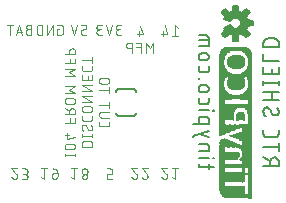
<source format=gbo>
G75*
%MOIN*%
%OFA0B0*%
%FSLAX25Y25*%
%IPPOS*%
%LPD*%
%AMOC8*
5,1,8,0,0,1.08239X$1,22.5*
%
%ADD10C,0.00700*%
%ADD11C,0.00300*%
%ADD12R,0.00028X0.27104*%
%ADD13R,0.00028X0.15540*%
%ADD14R,0.00028X0.00868*%
%ADD15R,0.00028X0.27384*%
%ADD16R,0.00028X0.16772*%
%ADD17R,0.00028X0.27496*%
%ADD18R,0.00028X0.16996*%
%ADD19R,0.00028X0.27580*%
%ADD20R,0.00028X0.17164*%
%ADD21R,0.00028X0.27664*%
%ADD22R,0.00028X0.17304*%
%ADD23R,0.00028X0.27720*%
%ADD24R,0.00028X0.17444*%
%ADD25R,0.00028X0.27804*%
%ADD26R,0.00028X0.17556*%
%ADD27R,0.00028X0.27860*%
%ADD28R,0.00028X0.17668*%
%ADD29R,0.00028X0.27916*%
%ADD30R,0.00028X0.17752*%
%ADD31R,0.00028X0.27944*%
%ADD32R,0.00028X0.17836*%
%ADD33R,0.00028X0.28000*%
%ADD34R,0.00028X0.17948*%
%ADD35R,0.00028X0.28028*%
%ADD36R,0.00028X0.18032*%
%ADD37R,0.00028X0.28084*%
%ADD38R,0.00028X0.18060*%
%ADD39R,0.00028X0.28084*%
%ADD40R,0.00028X0.18144*%
%ADD41R,0.00028X0.28140*%
%ADD42R,0.00028X0.18200*%
%ADD43R,0.00028X0.28168*%
%ADD44R,0.00028X0.18284*%
%ADD45R,0.00028X0.28196*%
%ADD46R,0.00028X0.18340*%
%ADD47R,0.00028X0.18396*%
%ADD48R,0.00028X0.28252*%
%ADD49R,0.00028X0.18452*%
%ADD50R,0.00028X0.28280*%
%ADD51R,0.00028X0.18508*%
%ADD52R,0.00028X0.28308*%
%ADD53R,0.00028X0.18564*%
%ADD54R,0.00028X0.28336*%
%ADD55R,0.00028X0.18620*%
%ADD56R,0.00028X0.18648*%
%ADD57R,0.00028X0.28364*%
%ADD58R,0.00028X0.18704*%
%ADD59R,0.00028X0.28364*%
%ADD60R,0.00028X0.18760*%
%ADD61R,0.00028X0.28392*%
%ADD62R,0.00028X0.18788*%
%ADD63R,0.00028X0.18816*%
%ADD64R,0.00028X0.28448*%
%ADD65R,0.00028X0.18872*%
%ADD66R,0.00028X0.28476*%
%ADD67R,0.00028X0.18900*%
%ADD68R,0.00028X0.28448*%
%ADD69R,0.00028X0.18956*%
%ADD70R,0.00028X0.28476*%
%ADD71R,0.00028X0.18984*%
%ADD72R,0.00028X0.28504*%
%ADD73R,0.00028X0.19040*%
%ADD74R,0.00028X0.19068*%
%ADD75R,0.00028X0.28532*%
%ADD76R,0.00028X0.19096*%
%ADD77R,0.00028X0.19152*%
%ADD78R,0.00028X0.28560*%
%ADD79R,0.00028X0.28588*%
%ADD80R,0.00028X0.19208*%
%ADD81R,0.00028X0.28560*%
%ADD82R,0.00028X0.19236*%
%ADD83R,0.00028X0.19264*%
%ADD84R,0.00028X0.19292*%
%ADD85R,0.00028X0.28616*%
%ADD86R,0.00028X0.19320*%
%ADD87R,0.00028X0.19348*%
%ADD88R,0.00028X0.19404*%
%ADD89R,0.00028X0.28644*%
%ADD90R,0.00028X0.19404*%
%ADD91R,0.00028X0.28644*%
%ADD92R,0.00028X0.19432*%
%ADD93R,0.00028X0.19460*%
%ADD94R,0.00028X0.19488*%
%ADD95R,0.00028X0.16352*%
%ADD96R,0.00028X0.06244*%
%ADD97R,0.00028X0.04200*%
%ADD98R,0.00028X0.19516*%
%ADD99R,0.00028X0.16128*%
%ADD100R,0.00028X0.05740*%
%ADD101R,0.00028X0.04004*%
%ADD102R,0.00028X0.19544*%
%ADD103R,0.00028X0.15932*%
%ADD104R,0.00028X0.05348*%
%ADD105R,0.00028X0.03780*%
%ADD106R,0.00028X0.19572*%
%ADD107R,0.00028X0.15764*%
%ADD108R,0.00028X0.05068*%
%ADD109R,0.00028X0.03696*%
%ADD110R,0.00028X0.03556*%
%ADD111R,0.00028X0.03164*%
%ADD112R,0.00028X0.01512*%
%ADD113R,0.00028X0.02576*%
%ADD114R,0.00028X0.02996*%
%ADD115R,0.00028X0.03136*%
%ADD116R,0.00028X0.05432*%
%ADD117R,0.00028X0.04172*%
%ADD118R,0.00028X0.04816*%
%ADD119R,0.00028X0.03556*%
%ADD120R,0.00028X0.03584*%
%ADD121R,0.00028X0.03024*%
%ADD122R,0.00028X0.04032*%
%ADD123R,0.00028X0.04592*%
%ADD124R,0.00028X0.03472*%
%ADD125R,0.00028X0.03108*%
%ADD126R,0.00028X0.03948*%
%ADD127R,0.00028X0.04396*%
%ADD128R,0.00028X0.03388*%
%ADD129R,0.00028X0.03612*%
%ADD130R,0.00028X0.03864*%
%ADD131R,0.00028X0.03332*%
%ADD132R,0.00028X0.03612*%
%ADD133R,0.00028X0.03164*%
%ADD134R,0.00028X0.01512*%
%ADD135R,0.00028X0.02576*%
%ADD136R,0.00028X0.03024*%
%ADD137R,0.00028X0.03080*%
%ADD138R,0.00028X0.05432*%
%ADD139R,0.00028X0.04032*%
%ADD140R,0.00028X0.03248*%
%ADD141R,0.00028X0.03640*%
%ADD142R,0.00028X0.03080*%
%ADD143R,0.00028X0.03192*%
%ADD144R,0.00028X0.03640*%
%ADD145R,0.00028X0.03724*%
%ADD146R,0.00028X0.03668*%
%ADD147R,0.00028X0.03052*%
%ADD148R,0.00028X0.03500*%
%ADD149R,0.00028X0.02968*%
%ADD150R,0.00028X0.03444*%
%ADD151R,0.00028X0.03220*%
%ADD152R,0.00028X0.02940*%
%ADD153R,0.00028X0.03696*%
%ADD154R,0.00028X0.02968*%
%ADD155R,0.00028X0.03332*%
%ADD156R,0.00028X0.03108*%
%ADD157R,0.00028X0.02884*%
%ADD158R,0.00028X0.03276*%
%ADD159R,0.00028X0.02856*%
%ADD160R,0.00028X0.03248*%
%ADD161R,0.00028X0.02800*%
%ADD162R,0.00028X0.02912*%
%ADD163R,0.00028X0.02828*%
%ADD164R,0.00028X0.02744*%
%ADD165R,0.00028X0.03752*%
%ADD166R,0.00028X0.02716*%
%ADD167R,0.00028X0.02884*%
%ADD168R,0.00028X0.02660*%
%ADD169R,0.00028X0.02688*%
%ADD170R,0.00028X0.03752*%
%ADD171R,0.00028X0.02940*%
%ADD172R,0.00028X0.03052*%
%ADD173R,0.00028X0.02660*%
%ADD174R,0.00028X0.02632*%
%ADD175R,0.00028X0.02604*%
%ADD176R,0.00028X0.03780*%
%ADD177R,0.00028X0.02940*%
%ADD178R,0.00028X0.02548*%
%ADD179R,0.00028X0.02548*%
%ADD180R,0.00028X0.02828*%
%ADD181R,0.00028X0.02912*%
%ADD182R,0.00028X0.02492*%
%ADD183R,0.00028X0.02520*%
%ADD184R,0.00028X0.02856*%
%ADD185R,0.00028X0.02464*%
%ADD186R,0.00028X0.03808*%
%ADD187R,0.00028X0.02828*%
%ADD188R,0.00028X0.02828*%
%ADD189R,0.00028X0.02464*%
%ADD190R,0.00028X0.03808*%
%ADD191R,0.00028X0.02408*%
%ADD192R,0.00028X0.02436*%
%ADD193R,0.00028X0.02772*%
%ADD194R,0.00028X0.02380*%
%ADD195R,0.00028X0.02352*%
%ADD196R,0.00028X0.03836*%
%ADD197R,0.00028X0.02324*%
%ADD198R,0.00028X0.02296*%
%ADD199R,0.00028X0.03836*%
%ADD200R,0.00028X0.02744*%
%ADD201R,0.00028X0.02296*%
%ADD202R,0.00028X0.02268*%
%ADD203R,0.00028X0.02212*%
%ADD204R,0.00028X0.02240*%
%ADD205R,0.00028X0.02184*%
%ADD206R,0.00028X0.02212*%
%ADD207R,0.00028X0.02156*%
%ADD208R,0.00028X0.02128*%
%ADD209R,0.00028X0.02128*%
%ADD210R,0.00028X0.03864*%
%ADD211R,0.00028X0.02436*%
%ADD212R,0.00028X0.02100*%
%ADD213R,0.00028X0.02128*%
%ADD214R,0.00028X0.02100*%
%ADD215R,0.00028X0.02632*%
%ADD216R,0.00028X0.02072*%
%ADD217R,0.00028X0.00728*%
%ADD218R,0.00028X0.02044*%
%ADD219R,0.00028X0.00616*%
%ADD220R,0.00028X0.01148*%
%ADD221R,0.00028X0.02016*%
%ADD222R,0.00028X0.01008*%
%ADD223R,0.00028X0.01428*%
%ADD224R,0.00028X0.01288*%
%ADD225R,0.00028X0.02604*%
%ADD226R,0.00028X0.02688*%
%ADD227R,0.00028X0.01680*%
%ADD228R,0.00028X0.01988*%
%ADD229R,0.00028X0.02576*%
%ADD230R,0.00028X0.01876*%
%ADD231R,0.00028X0.01960*%
%ADD232R,0.00028X0.01680*%
%ADD233R,0.00028X0.01848*%
%ADD234R,0.00028X0.01932*%
%ADD235R,0.00028X0.01904*%
%ADD236R,0.00028X0.02184*%
%ADD237R,0.00028X0.02240*%
%ADD238R,0.00028X0.02520*%
%ADD239R,0.00028X0.02184*%
%ADD240R,0.00028X0.01904*%
%ADD241R,0.00028X0.02352*%
%ADD242R,0.00028X0.01848*%
%ADD243R,0.00028X0.02520*%
%ADD244R,0.00028X0.02156*%
%ADD245R,0.00028X0.01848*%
%ADD246R,0.00028X0.01820*%
%ADD247R,0.00028X0.02492*%
%ADD248R,0.00028X0.01792*%
%ADD249R,0.00028X0.01820*%
%ADD250R,0.00028X0.02464*%
%ADD251R,0.00028X0.03192*%
%ADD252R,0.00028X0.01764*%
%ADD253R,0.00028X0.02464*%
%ADD254R,0.00028X0.02576*%
%ADD255R,0.00028X0.02072*%
%ADD256R,0.00028X0.03304*%
%ADD257R,0.00028X0.01820*%
%ADD258R,0.00028X0.02856*%
%ADD259R,0.00028X0.01736*%
%ADD260R,0.00028X0.01792*%
%ADD261R,0.00028X0.01736*%
%ADD262R,0.00028X0.05264*%
%ADD263R,0.00028X0.01708*%
%ADD264R,0.00028X0.05292*%
%ADD265R,0.00028X0.01988*%
%ADD266R,0.00028X0.05320*%
%ADD267R,0.00028X0.05348*%
%ADD268R,0.00028X0.01652*%
%ADD269R,0.00028X0.02380*%
%ADD270R,0.00028X0.00028*%
%ADD271R,0.00028X0.02492*%
%ADD272R,0.00028X0.01960*%
%ADD273R,0.00028X0.05376*%
%ADD274R,0.00028X0.01624*%
%ADD275R,0.00028X0.00084*%
%ADD276R,0.00028X0.05348*%
%ADD277R,0.00028X0.03360*%
%ADD278R,0.00028X0.01624*%
%ADD279R,0.00028X0.05376*%
%ADD280R,0.00028X0.03416*%
%ADD281R,0.00028X0.01596*%
%ADD282R,0.00028X0.00112*%
%ADD283R,0.00028X0.05376*%
%ADD284R,0.00028X0.05404*%
%ADD285R,0.00028X0.01568*%
%ADD286R,0.00028X0.00140*%
%ADD287R,0.00028X0.01876*%
%ADD288R,0.00028X0.03528*%
%ADD289R,0.00028X0.02324*%
%ADD290R,0.00028X0.00168*%
%ADD291R,0.00028X0.01876*%
%ADD292R,0.00028X0.03584*%
%ADD293R,0.00028X0.01540*%
%ADD294R,0.00028X0.00168*%
%ADD295R,0.00028X0.01540*%
%ADD296R,0.00028X0.00196*%
%ADD297R,0.00028X0.01512*%
%ADD298R,0.00028X0.00224*%
%ADD299R,0.00028X0.05460*%
%ADD300R,0.00028X0.01484*%
%ADD301R,0.00028X0.00252*%
%ADD302R,0.00028X0.02240*%
%ADD303R,0.00028X0.00280*%
%ADD304R,0.00028X0.01792*%
%ADD305R,0.00028X0.05460*%
%ADD306R,0.00028X0.01456*%
%ADD307R,0.00028X0.00280*%
%ADD308R,0.00028X0.05488*%
%ADD309R,0.00028X0.01456*%
%ADD310R,0.00028X0.00336*%
%ADD311R,0.00028X0.01764*%
%ADD312R,0.00028X0.03920*%
%ADD313R,0.00028X0.01428*%
%ADD314R,0.00028X0.00364*%
%ADD315R,0.00028X0.03976*%
%ADD316R,0.00028X0.01400*%
%ADD317R,0.00028X0.02184*%
%ADD318R,0.00028X0.00392*%
%ADD319R,0.00028X0.05488*%
%ADD320R,0.00028X0.03976*%
%ADD321R,0.00028X0.01400*%
%ADD322R,0.00028X0.00392*%
%ADD323R,0.00028X0.00420*%
%ADD324R,0.00028X0.05516*%
%ADD325R,0.00028X0.01372*%
%ADD326R,0.00028X0.00448*%
%ADD327R,0.00028X0.04088*%
%ADD328R,0.00028X0.00476*%
%ADD329R,0.00028X0.04144*%
%ADD330R,0.00028X0.01344*%
%ADD331R,0.00028X0.00504*%
%ADD332R,0.00028X0.00532*%
%ADD333R,0.00028X0.02212*%
%ADD334R,0.00028X0.05516*%
%ADD335R,0.00028X0.04172*%
%ADD336R,0.00028X0.01344*%
%ADD337R,0.00028X0.00532*%
%ADD338R,0.00028X0.01316*%
%ADD339R,0.00028X0.05544*%
%ADD340R,0.00028X0.00588*%
%ADD341R,0.00028X0.04256*%
%ADD342R,0.00028X0.02016*%
%ADD343R,0.00028X0.00644*%
%ADD344R,0.00028X0.02156*%
%ADD345R,0.00028X0.05544*%
%ADD346R,0.00028X0.04312*%
%ADD347R,0.00028X0.01288*%
%ADD348R,0.00028X0.00644*%
%ADD349R,0.00028X0.04312*%
%ADD350R,0.00028X0.01260*%
%ADD351R,0.00028X0.00700*%
%ADD352R,0.00028X0.04368*%
%ADD353R,0.00028X0.00756*%
%ADD354R,0.00028X0.01568*%
%ADD355R,0.00028X0.04424*%
%ADD356R,0.00028X0.01232*%
%ADD357R,0.00028X0.00756*%
%ADD358R,0.00028X0.04424*%
%ADD359R,0.00028X0.01232*%
%ADD360R,0.00028X0.00784*%
%ADD361R,0.00028X0.05572*%
%ADD362R,0.00028X0.00812*%
%ADD363R,0.00028X0.04480*%
%ADD364R,0.00028X0.00840*%
%ADD365R,0.00028X0.01540*%
%ADD366R,0.00028X0.01876*%
%ADD367R,0.00028X0.00868*%
%ADD368R,0.00028X0.02044*%
%ADD369R,0.00028X0.01540*%
%ADD370R,0.00028X0.05572*%
%ADD371R,0.00028X0.04480*%
%ADD372R,0.00028X0.01204*%
%ADD373R,0.00028X0.01204*%
%ADD374R,0.00028X0.00896*%
%ADD375R,0.00028X0.04508*%
%ADD376R,0.00028X0.00924*%
%ADD377R,0.00028X0.04536*%
%ADD378R,0.00028X0.00952*%
%ADD379R,0.00028X0.01176*%
%ADD380R,0.00028X0.04228*%
%ADD381R,0.00028X0.00980*%
%ADD382R,0.00028X0.01820*%
%ADD383R,0.00028X0.01008*%
%ADD384R,0.00028X0.03220*%
%ADD385R,0.00028X0.04564*%
%ADD386R,0.00028X0.01176*%
%ADD387R,0.00028X0.04592*%
%ADD388R,0.00028X0.01036*%
%ADD389R,0.00028X0.01064*%
%ADD390R,0.00028X0.01484*%
%ADD391R,0.00028X0.01092*%
%ADD392R,0.00028X0.01120*%
%ADD393R,0.00028X0.01484*%
%ADD394R,0.00028X0.04620*%
%ADD395R,0.00028X0.01148*%
%ADD396R,0.00028X0.01120*%
%ADD397R,0.00028X0.04620*%
%ADD398R,0.00028X0.04648*%
%ADD399R,0.00028X0.02212*%
%ADD400R,0.00028X0.04648*%
%ADD401R,0.00028X0.01456*%
%ADD402R,0.00028X0.04676*%
%ADD403R,0.00028X0.02548*%
%ADD404R,0.00028X0.01596*%
%ADD405R,0.00028X0.01764*%
%ADD406R,0.00028X0.01456*%
%ADD407R,0.00028X0.04704*%
%ADD408R,0.00028X0.04704*%
%ADD409R,0.00028X0.05600*%
%ADD410R,0.00028X0.02520*%
%ADD411R,0.00028X0.01512*%
%ADD412R,0.00028X0.05600*%
%ADD413R,0.00028X0.01372*%
%ADD414R,0.00028X0.01428*%
%ADD415R,0.00028X0.02156*%
%ADD416R,0.00028X0.01260*%
%ADD417R,0.00028X0.02716*%
%ADD418R,0.00028X0.04564*%
%ADD419R,0.00028X0.02772*%
%ADD420R,0.00028X0.04508*%
%ADD421R,0.00028X0.04452*%
%ADD422R,0.00028X0.02492*%
%ADD423R,0.00028X0.00028*%
%ADD424R,0.00028X0.00112*%
%ADD425R,0.00028X0.01148*%
%ADD426R,0.00028X0.04340*%
%ADD427R,0.00028X0.00196*%
%ADD428R,0.00028X0.01092*%
%ADD429R,0.00028X0.01148*%
%ADD430R,0.00028X0.00392*%
%ADD431R,0.00028X0.00420*%
%ADD432R,0.00028X0.01036*%
%ADD433R,0.00028X0.04200*%
%ADD434R,0.00028X0.01316*%
%ADD435R,0.00028X0.04116*%
%ADD436R,0.00028X0.00700*%
%ADD437R,0.00028X0.01428*%
%ADD438R,0.00028X0.00980*%
%ADD439R,0.00028X0.01708*%
%ADD440R,0.00028X0.01120*%
%ADD441R,0.00028X0.00896*%
%ADD442R,0.00028X0.02800*%
%ADD443R,0.00028X0.05404*%
%ADD444R,0.00028X0.08652*%
%ADD445R,0.00028X0.08848*%
%ADD446R,0.00028X0.08764*%
%ADD447R,0.00028X0.08932*%
%ADD448R,0.00028X0.08876*%
%ADD449R,0.00028X0.09072*%
%ADD450R,0.00028X0.03612*%
%ADD451R,0.00028X0.09016*%
%ADD452R,0.00028X0.09212*%
%ADD453R,0.00028X0.09268*%
%ADD454R,0.00028X0.09464*%
%ADD455R,0.00028X0.19124*%
%ADD456R,0.00028X0.05320*%
%ADD457R,0.00028X0.19124*%
%ADD458R,0.00028X0.05320*%
%ADD459R,0.00028X0.03360*%
%ADD460R,0.00028X0.03304*%
%ADD461R,0.00028X0.05292*%
%ADD462R,0.00028X0.03192*%
%ADD463R,0.00028X0.02884*%
%ADD464R,0.00028X0.01904*%
%ADD465R,0.00028X0.16800*%
%ADD466R,0.00028X0.01176*%
%ADD467R,0.00028X0.14532*%
%ADD468R,0.00028X0.00812*%
%ADD469R,0.00028X0.14504*%
%ADD470R,0.00028X0.00840*%
%ADD471R,0.00028X0.14504*%
%ADD472R,0.00028X0.01652*%
%ADD473R,0.00028X0.02128*%
%ADD474R,0.00028X0.01848*%
%ADD475R,0.00028X0.02268*%
%ADD476R,0.00028X0.02548*%
%ADD477R,0.00028X0.03220*%
%ADD478R,0.00028X0.03248*%
%ADD479R,0.00028X0.03612*%
%ADD480R,0.00028X0.03724*%
%ADD481R,0.00028X0.03920*%
%ADD482R,0.00028X0.04060*%
%ADD483R,0.00028X0.04256*%
%ADD484R,0.00028X0.04284*%
%ADD485R,0.00028X0.08512*%
%ADD486R,0.00028X0.09828*%
%ADD487R,0.00028X0.05096*%
%ADD488R,0.00028X0.08512*%
%ADD489R,0.00028X0.27356*%
%ADD490R,0.00028X0.27608*%
%ADD491R,0.00028X0.08540*%
%ADD492R,0.00028X0.06300*%
%ADD493R,0.00028X0.49840*%
%ADD494R,0.00028X0.49812*%
%ADD495R,0.00028X0.49784*%
%ADD496R,0.00028X0.49756*%
%ADD497R,0.00028X0.49728*%
%ADD498R,0.00028X0.49700*%
%ADD499R,0.00028X0.49672*%
%ADD500R,0.00028X0.49644*%
%ADD501R,0.00028X0.49616*%
%ADD502R,0.00028X0.49588*%
%ADD503R,0.00028X0.49560*%
%ADD504R,0.00028X0.49532*%
%ADD505R,0.00028X0.49504*%
%ADD506R,0.00028X0.49448*%
%ADD507R,0.00028X0.49420*%
%ADD508R,0.00028X0.49392*%
%ADD509R,0.00028X0.49364*%
%ADD510R,0.00028X0.49336*%
%ADD511R,0.00028X0.49308*%
%ADD512R,0.00028X0.49252*%
%ADD513R,0.00028X0.49224*%
%ADD514R,0.00028X0.49196*%
%ADD515R,0.00028X0.49140*%
%ADD516R,0.00028X0.49112*%
%ADD517R,0.00028X0.49056*%
%ADD518R,0.00028X0.49000*%
%ADD519R,0.00028X0.48972*%
%ADD520R,0.00028X0.48916*%
%ADD521R,0.00028X0.48860*%
%ADD522R,0.00028X0.48804*%
%ADD523R,0.00028X0.48748*%
%ADD524R,0.00028X0.48692*%
%ADD525R,0.00028X0.48608*%
%ADD526R,0.00028X0.48524*%
%ADD527R,0.00028X0.48468*%
%ADD528R,0.00028X0.48356*%
%ADD529R,0.00028X0.48244*%
%ADD530R,0.00028X0.48104*%
%ADD531R,0.00028X0.47908*%
%ADD532C,0.00591*%
%ADD533C,0.00800*%
D10*
X0071500Y0033081D02*
X0071500Y0033365D01*
X0071500Y0033081D02*
X0071502Y0033025D01*
X0071507Y0032970D01*
X0071516Y0032915D01*
X0071529Y0032861D01*
X0071545Y0032808D01*
X0071565Y0032756D01*
X0071588Y0032705D01*
X0071614Y0032656D01*
X0071643Y0032609D01*
X0071676Y0032564D01*
X0071711Y0032521D01*
X0071749Y0032480D01*
X0071790Y0032442D01*
X0071833Y0032407D01*
X0071878Y0032374D01*
X0071925Y0032345D01*
X0071974Y0032319D01*
X0072025Y0032296D01*
X0072077Y0032276D01*
X0072130Y0032260D01*
X0072184Y0032247D01*
X0072239Y0032238D01*
X0072294Y0032233D01*
X0072350Y0032231D01*
X0076600Y0032231D01*
X0074900Y0031665D02*
X0074900Y0033365D01*
X0076317Y0035210D02*
X0076317Y0035493D01*
X0076600Y0035493D01*
X0076600Y0035210D01*
X0076317Y0035210D01*
X0074900Y0035352D02*
X0071500Y0035352D01*
X0071500Y0037698D02*
X0074900Y0037698D01*
X0074900Y0039115D01*
X0074898Y0039171D01*
X0074893Y0039226D01*
X0074884Y0039281D01*
X0074871Y0039335D01*
X0074855Y0039388D01*
X0074835Y0039440D01*
X0074812Y0039491D01*
X0074786Y0039540D01*
X0074757Y0039587D01*
X0074724Y0039632D01*
X0074689Y0039675D01*
X0074651Y0039716D01*
X0074610Y0039754D01*
X0074567Y0039789D01*
X0074522Y0039822D01*
X0074475Y0039851D01*
X0074426Y0039877D01*
X0074375Y0039900D01*
X0074323Y0039920D01*
X0074270Y0039936D01*
X0074216Y0039949D01*
X0074161Y0039958D01*
X0074106Y0039963D01*
X0074050Y0039965D01*
X0071500Y0039965D01*
X0069800Y0042222D02*
X0069800Y0042789D01*
X0074900Y0044489D01*
X0074900Y0042222D02*
X0071500Y0043356D01*
X0071500Y0046780D02*
X0071500Y0048197D01*
X0071502Y0048253D01*
X0071507Y0048308D01*
X0071516Y0048363D01*
X0071529Y0048417D01*
X0071545Y0048470D01*
X0071565Y0048522D01*
X0071588Y0048573D01*
X0071614Y0048622D01*
X0071643Y0048669D01*
X0071676Y0048714D01*
X0071711Y0048757D01*
X0071749Y0048798D01*
X0071790Y0048836D01*
X0071833Y0048871D01*
X0071878Y0048904D01*
X0071925Y0048933D01*
X0071974Y0048959D01*
X0072025Y0048982D01*
X0072077Y0049002D01*
X0072130Y0049018D01*
X0072184Y0049031D01*
X0072239Y0049040D01*
X0072294Y0049045D01*
X0072350Y0049047D01*
X0074050Y0049047D01*
X0074106Y0049045D01*
X0074161Y0049040D01*
X0074216Y0049031D01*
X0074270Y0049018D01*
X0074323Y0049002D01*
X0074375Y0048982D01*
X0074426Y0048959D01*
X0074475Y0048933D01*
X0074522Y0048904D01*
X0074567Y0048871D01*
X0074610Y0048836D01*
X0074651Y0048798D01*
X0074689Y0048757D01*
X0074724Y0048714D01*
X0074757Y0048669D01*
X0074786Y0048622D01*
X0074812Y0048573D01*
X0074835Y0048522D01*
X0074855Y0048470D01*
X0074871Y0048417D01*
X0074884Y0048363D01*
X0074893Y0048308D01*
X0074898Y0048253D01*
X0074900Y0048197D01*
X0074900Y0046780D01*
X0069800Y0046780D01*
X0076317Y0051044D02*
X0076317Y0051327D01*
X0076600Y0051327D01*
X0076600Y0051044D01*
X0076317Y0051044D01*
X0074900Y0051186D02*
X0071500Y0051186D01*
X0072350Y0053366D02*
X0074050Y0053366D01*
X0074106Y0053368D01*
X0074161Y0053373D01*
X0074216Y0053382D01*
X0074270Y0053395D01*
X0074323Y0053411D01*
X0074375Y0053431D01*
X0074426Y0053454D01*
X0074475Y0053480D01*
X0074522Y0053509D01*
X0074567Y0053542D01*
X0074610Y0053577D01*
X0074651Y0053615D01*
X0074689Y0053656D01*
X0074724Y0053699D01*
X0074757Y0053744D01*
X0074786Y0053791D01*
X0074812Y0053840D01*
X0074835Y0053891D01*
X0074855Y0053943D01*
X0074871Y0053996D01*
X0074884Y0054050D01*
X0074893Y0054105D01*
X0074898Y0054160D01*
X0074900Y0054216D01*
X0074900Y0055349D01*
X0072350Y0053366D02*
X0072294Y0053368D01*
X0072239Y0053373D01*
X0072184Y0053382D01*
X0072130Y0053395D01*
X0072077Y0053411D01*
X0072025Y0053431D01*
X0071974Y0053454D01*
X0071925Y0053480D01*
X0071878Y0053509D01*
X0071833Y0053542D01*
X0071790Y0053577D01*
X0071749Y0053615D01*
X0071711Y0053656D01*
X0071676Y0053699D01*
X0071643Y0053744D01*
X0071614Y0053791D01*
X0071588Y0053840D01*
X0071565Y0053891D01*
X0071545Y0053943D01*
X0071529Y0053996D01*
X0071516Y0054050D01*
X0071507Y0054105D01*
X0071502Y0054160D01*
X0071500Y0054216D01*
X0071500Y0055349D01*
X0072633Y0057360D02*
X0073767Y0057360D01*
X0073833Y0057362D01*
X0073899Y0057368D01*
X0073964Y0057377D01*
X0074028Y0057391D01*
X0074092Y0057408D01*
X0074155Y0057428D01*
X0074216Y0057453D01*
X0074275Y0057481D01*
X0074334Y0057512D01*
X0074390Y0057546D01*
X0074444Y0057584D01*
X0074495Y0057625D01*
X0074545Y0057669D01*
X0074591Y0057715D01*
X0074635Y0057765D01*
X0074676Y0057816D01*
X0074714Y0057870D01*
X0074748Y0057927D01*
X0074779Y0057985D01*
X0074807Y0058044D01*
X0074832Y0058105D01*
X0074852Y0058168D01*
X0074869Y0058232D01*
X0074883Y0058296D01*
X0074892Y0058361D01*
X0074898Y0058427D01*
X0074900Y0058493D01*
X0074898Y0058559D01*
X0074892Y0058625D01*
X0074883Y0058690D01*
X0074869Y0058754D01*
X0074852Y0058818D01*
X0074832Y0058881D01*
X0074807Y0058942D01*
X0074779Y0059001D01*
X0074748Y0059060D01*
X0074714Y0059116D01*
X0074676Y0059170D01*
X0074635Y0059221D01*
X0074591Y0059271D01*
X0074545Y0059317D01*
X0074495Y0059361D01*
X0074444Y0059402D01*
X0074390Y0059440D01*
X0074333Y0059474D01*
X0074275Y0059505D01*
X0074216Y0059533D01*
X0074155Y0059558D01*
X0074092Y0059578D01*
X0074028Y0059595D01*
X0073964Y0059609D01*
X0073899Y0059618D01*
X0073833Y0059624D01*
X0073767Y0059626D01*
X0073767Y0059627D02*
X0072633Y0059627D01*
X0072633Y0059626D02*
X0072567Y0059624D01*
X0072501Y0059618D01*
X0072436Y0059609D01*
X0072372Y0059595D01*
X0072308Y0059578D01*
X0072245Y0059558D01*
X0072184Y0059533D01*
X0072125Y0059505D01*
X0072067Y0059474D01*
X0072010Y0059440D01*
X0071956Y0059402D01*
X0071905Y0059361D01*
X0071855Y0059317D01*
X0071809Y0059271D01*
X0071765Y0059221D01*
X0071724Y0059170D01*
X0071686Y0059116D01*
X0071652Y0059060D01*
X0071621Y0059001D01*
X0071593Y0058942D01*
X0071568Y0058881D01*
X0071548Y0058818D01*
X0071531Y0058754D01*
X0071517Y0058690D01*
X0071508Y0058625D01*
X0071502Y0058559D01*
X0071500Y0058493D01*
X0071502Y0058427D01*
X0071508Y0058361D01*
X0071517Y0058296D01*
X0071531Y0058232D01*
X0071548Y0058168D01*
X0071568Y0058105D01*
X0071593Y0058044D01*
X0071621Y0057985D01*
X0071652Y0057927D01*
X0071686Y0057870D01*
X0071724Y0057816D01*
X0071765Y0057765D01*
X0071809Y0057715D01*
X0071855Y0057669D01*
X0071905Y0057625D01*
X0071956Y0057584D01*
X0072010Y0057546D01*
X0072067Y0057512D01*
X0072125Y0057481D01*
X0072184Y0057453D01*
X0072245Y0057428D01*
X0072308Y0057408D01*
X0072372Y0057391D01*
X0072436Y0057377D01*
X0072501Y0057368D01*
X0072567Y0057362D01*
X0072633Y0057360D01*
X0071783Y0061658D02*
X0071783Y0061941D01*
X0071500Y0061941D01*
X0071500Y0061658D01*
X0071783Y0061658D01*
X0072350Y0063980D02*
X0074050Y0063980D01*
X0074106Y0063982D01*
X0074161Y0063987D01*
X0074216Y0063996D01*
X0074270Y0064009D01*
X0074323Y0064025D01*
X0074375Y0064045D01*
X0074426Y0064068D01*
X0074475Y0064094D01*
X0074522Y0064123D01*
X0074567Y0064156D01*
X0074610Y0064191D01*
X0074651Y0064229D01*
X0074689Y0064270D01*
X0074724Y0064313D01*
X0074757Y0064358D01*
X0074786Y0064405D01*
X0074812Y0064454D01*
X0074835Y0064505D01*
X0074855Y0064557D01*
X0074871Y0064610D01*
X0074884Y0064664D01*
X0074893Y0064719D01*
X0074898Y0064774D01*
X0074900Y0064830D01*
X0074900Y0065963D01*
X0073767Y0067974D02*
X0072633Y0067974D01*
X0072567Y0067976D01*
X0072501Y0067982D01*
X0072436Y0067991D01*
X0072372Y0068005D01*
X0072308Y0068022D01*
X0072245Y0068042D01*
X0072184Y0068067D01*
X0072125Y0068095D01*
X0072067Y0068126D01*
X0072010Y0068160D01*
X0071956Y0068198D01*
X0071905Y0068239D01*
X0071855Y0068283D01*
X0071809Y0068329D01*
X0071765Y0068379D01*
X0071724Y0068430D01*
X0071686Y0068484D01*
X0071652Y0068541D01*
X0071621Y0068599D01*
X0071593Y0068658D01*
X0071568Y0068719D01*
X0071548Y0068782D01*
X0071531Y0068846D01*
X0071517Y0068910D01*
X0071508Y0068975D01*
X0071502Y0069041D01*
X0071500Y0069107D01*
X0071502Y0069173D01*
X0071508Y0069239D01*
X0071517Y0069304D01*
X0071531Y0069368D01*
X0071548Y0069432D01*
X0071568Y0069495D01*
X0071593Y0069556D01*
X0071621Y0069615D01*
X0071652Y0069674D01*
X0071686Y0069730D01*
X0071724Y0069784D01*
X0071765Y0069835D01*
X0071809Y0069885D01*
X0071855Y0069931D01*
X0071905Y0069975D01*
X0071956Y0070016D01*
X0072010Y0070054D01*
X0072067Y0070088D01*
X0072125Y0070119D01*
X0072184Y0070147D01*
X0072245Y0070172D01*
X0072308Y0070192D01*
X0072372Y0070209D01*
X0072436Y0070223D01*
X0072501Y0070232D01*
X0072567Y0070238D01*
X0072633Y0070240D01*
X0072633Y0070241D02*
X0073767Y0070241D01*
X0073767Y0070240D02*
X0073833Y0070238D01*
X0073899Y0070232D01*
X0073964Y0070223D01*
X0074028Y0070209D01*
X0074092Y0070192D01*
X0074155Y0070172D01*
X0074216Y0070147D01*
X0074275Y0070119D01*
X0074333Y0070088D01*
X0074390Y0070054D01*
X0074444Y0070016D01*
X0074495Y0069975D01*
X0074545Y0069931D01*
X0074591Y0069885D01*
X0074635Y0069835D01*
X0074676Y0069784D01*
X0074714Y0069730D01*
X0074748Y0069674D01*
X0074779Y0069615D01*
X0074807Y0069556D01*
X0074832Y0069495D01*
X0074852Y0069432D01*
X0074869Y0069368D01*
X0074883Y0069304D01*
X0074892Y0069239D01*
X0074898Y0069173D01*
X0074900Y0069107D01*
X0074898Y0069041D01*
X0074892Y0068975D01*
X0074883Y0068910D01*
X0074869Y0068846D01*
X0074852Y0068782D01*
X0074832Y0068719D01*
X0074807Y0068658D01*
X0074779Y0068599D01*
X0074748Y0068541D01*
X0074714Y0068484D01*
X0074676Y0068430D01*
X0074635Y0068379D01*
X0074591Y0068329D01*
X0074545Y0068283D01*
X0074495Y0068239D01*
X0074444Y0068198D01*
X0074390Y0068160D01*
X0074334Y0068126D01*
X0074275Y0068095D01*
X0074216Y0068067D01*
X0074155Y0068042D01*
X0074092Y0068022D01*
X0074028Y0068005D01*
X0073964Y0067991D01*
X0073899Y0067982D01*
X0073833Y0067976D01*
X0073767Y0067974D01*
X0071500Y0065963D02*
X0071500Y0064830D01*
X0071502Y0064774D01*
X0071507Y0064719D01*
X0071516Y0064664D01*
X0071529Y0064610D01*
X0071545Y0064557D01*
X0071565Y0064505D01*
X0071588Y0064454D01*
X0071614Y0064405D01*
X0071643Y0064358D01*
X0071676Y0064313D01*
X0071711Y0064270D01*
X0071749Y0064229D01*
X0071790Y0064191D01*
X0071833Y0064156D01*
X0071878Y0064123D01*
X0071925Y0064094D01*
X0071974Y0064068D01*
X0072025Y0064045D01*
X0072077Y0064025D01*
X0072130Y0064009D01*
X0072184Y0063996D01*
X0072239Y0063987D01*
X0072294Y0063982D01*
X0072350Y0063980D01*
X0071500Y0072801D02*
X0074900Y0072801D01*
X0074900Y0075351D01*
X0074900Y0074501D02*
X0071500Y0074501D01*
X0071500Y0076201D02*
X0074050Y0076201D01*
X0074106Y0076199D01*
X0074161Y0076194D01*
X0074216Y0076185D01*
X0074270Y0076172D01*
X0074323Y0076156D01*
X0074375Y0076136D01*
X0074426Y0076113D01*
X0074475Y0076087D01*
X0074522Y0076058D01*
X0074567Y0076025D01*
X0074610Y0075990D01*
X0074651Y0075952D01*
X0074689Y0075911D01*
X0074724Y0075868D01*
X0074757Y0075823D01*
X0074786Y0075776D01*
X0074812Y0075727D01*
X0074835Y0075676D01*
X0074855Y0075624D01*
X0074871Y0075571D01*
X0074884Y0075517D01*
X0074893Y0075462D01*
X0074898Y0075407D01*
X0074900Y0075351D01*
X0093100Y0073748D02*
X0093100Y0072331D01*
X0098200Y0072331D01*
X0098200Y0073748D01*
X0098198Y0073822D01*
X0098192Y0073896D01*
X0098183Y0073970D01*
X0098169Y0074043D01*
X0098152Y0074115D01*
X0098131Y0074186D01*
X0098106Y0074256D01*
X0098077Y0074324D01*
X0098046Y0074391D01*
X0098010Y0074457D01*
X0097971Y0074520D01*
X0097929Y0074581D01*
X0097884Y0074640D01*
X0097836Y0074696D01*
X0097785Y0074750D01*
X0097731Y0074801D01*
X0097675Y0074849D01*
X0097616Y0074894D01*
X0097555Y0074936D01*
X0097492Y0074975D01*
X0097426Y0075011D01*
X0097359Y0075042D01*
X0097291Y0075071D01*
X0097221Y0075096D01*
X0097150Y0075117D01*
X0097078Y0075134D01*
X0097005Y0075148D01*
X0096931Y0075157D01*
X0096857Y0075163D01*
X0096783Y0075165D01*
X0094517Y0075165D01*
X0094443Y0075163D01*
X0094369Y0075157D01*
X0094295Y0075148D01*
X0094222Y0075134D01*
X0094150Y0075117D01*
X0094079Y0075096D01*
X0094009Y0075071D01*
X0093941Y0075042D01*
X0093874Y0075011D01*
X0093809Y0074975D01*
X0093745Y0074936D01*
X0093684Y0074894D01*
X0093625Y0074849D01*
X0093569Y0074801D01*
X0093515Y0074750D01*
X0093464Y0074696D01*
X0093416Y0074640D01*
X0093371Y0074581D01*
X0093329Y0074520D01*
X0093290Y0074457D01*
X0093254Y0074391D01*
X0093223Y0074324D01*
X0093194Y0074256D01*
X0093169Y0074186D01*
X0093148Y0074115D01*
X0093131Y0074043D01*
X0093117Y0073970D01*
X0093108Y0073896D01*
X0093102Y0073822D01*
X0093100Y0073748D01*
X0093100Y0070087D02*
X0093100Y0067820D01*
X0098200Y0067820D01*
X0098200Y0065563D02*
X0098200Y0063296D01*
X0093100Y0063296D01*
X0093100Y0065563D01*
X0095933Y0064996D02*
X0095933Y0063296D01*
X0098200Y0060917D02*
X0098200Y0059783D01*
X0098200Y0060350D02*
X0093100Y0060350D01*
X0093100Y0059783D02*
X0093100Y0060917D01*
X0093100Y0057417D02*
X0098200Y0057417D01*
X0095933Y0057417D02*
X0095933Y0054583D01*
X0098200Y0054583D02*
X0093100Y0054583D01*
X0095225Y0051630D02*
X0096075Y0050072D01*
X0098200Y0050638D02*
X0098198Y0050729D01*
X0098192Y0050820D01*
X0098182Y0050911D01*
X0098169Y0051001D01*
X0098151Y0051090D01*
X0098130Y0051179D01*
X0098105Y0051267D01*
X0098076Y0051353D01*
X0098044Y0051438D01*
X0098007Y0051522D01*
X0097968Y0051604D01*
X0097925Y0051684D01*
X0097878Y0051763D01*
X0097828Y0051839D01*
X0097775Y0051913D01*
X0096075Y0050072D02*
X0096111Y0050015D01*
X0096149Y0049961D01*
X0096191Y0049910D01*
X0096235Y0049860D01*
X0096283Y0049814D01*
X0096332Y0049770D01*
X0096385Y0049729D01*
X0096439Y0049691D01*
X0096496Y0049657D01*
X0096555Y0049625D01*
X0096615Y0049598D01*
X0096677Y0049573D01*
X0096740Y0049553D01*
X0096804Y0049536D01*
X0096869Y0049522D01*
X0096935Y0049513D01*
X0097001Y0049507D01*
X0097067Y0049505D01*
X0097133Y0049507D01*
X0097199Y0049513D01*
X0097264Y0049522D01*
X0097328Y0049536D01*
X0097392Y0049553D01*
X0097455Y0049573D01*
X0097516Y0049598D01*
X0097575Y0049626D01*
X0097634Y0049657D01*
X0097690Y0049691D01*
X0097744Y0049729D01*
X0097795Y0049770D01*
X0097845Y0049814D01*
X0097891Y0049860D01*
X0097935Y0049910D01*
X0097976Y0049961D01*
X0098014Y0050015D01*
X0098048Y0050072D01*
X0098079Y0050130D01*
X0098107Y0050189D01*
X0098132Y0050250D01*
X0098152Y0050313D01*
X0098169Y0050377D01*
X0098183Y0050441D01*
X0098192Y0050506D01*
X0098198Y0050572D01*
X0098200Y0050638D01*
X0093808Y0049363D02*
X0093743Y0049431D01*
X0093679Y0049501D01*
X0093619Y0049574D01*
X0093562Y0049649D01*
X0093508Y0049727D01*
X0093456Y0049806D01*
X0093408Y0049888D01*
X0093364Y0049971D01*
X0093322Y0050056D01*
X0093284Y0050142D01*
X0093250Y0050230D01*
X0093218Y0050319D01*
X0093191Y0050410D01*
X0093167Y0050501D01*
X0093146Y0050594D01*
X0093130Y0050687D01*
X0093117Y0050780D01*
X0093107Y0050874D01*
X0093102Y0050969D01*
X0093100Y0051063D01*
X0093102Y0051129D01*
X0093108Y0051195D01*
X0093117Y0051260D01*
X0093131Y0051324D01*
X0093148Y0051388D01*
X0093168Y0051451D01*
X0093193Y0051512D01*
X0093221Y0051571D01*
X0093252Y0051630D01*
X0093286Y0051686D01*
X0093324Y0051740D01*
X0093365Y0051791D01*
X0093409Y0051841D01*
X0093455Y0051887D01*
X0093505Y0051931D01*
X0093556Y0051972D01*
X0093610Y0052010D01*
X0093667Y0052044D01*
X0093725Y0052075D01*
X0093784Y0052103D01*
X0093845Y0052128D01*
X0093908Y0052148D01*
X0093972Y0052165D01*
X0094036Y0052179D01*
X0094101Y0052188D01*
X0094167Y0052194D01*
X0094233Y0052196D01*
X0094233Y0052197D02*
X0094299Y0052195D01*
X0094365Y0052189D01*
X0094431Y0052180D01*
X0094496Y0052166D01*
X0094560Y0052149D01*
X0094623Y0052129D01*
X0094685Y0052104D01*
X0094745Y0052077D01*
X0094804Y0052045D01*
X0094861Y0052011D01*
X0094915Y0051973D01*
X0094968Y0051932D01*
X0095017Y0051888D01*
X0095065Y0051842D01*
X0095109Y0051792D01*
X0095151Y0051741D01*
X0095189Y0051687D01*
X0095225Y0051630D01*
X0093100Y0044651D02*
X0093100Y0043518D01*
X0093102Y0043452D01*
X0093108Y0043386D01*
X0093117Y0043321D01*
X0093131Y0043257D01*
X0093148Y0043193D01*
X0093168Y0043130D01*
X0093193Y0043069D01*
X0093221Y0043010D01*
X0093252Y0042952D01*
X0093286Y0042895D01*
X0093324Y0042841D01*
X0093365Y0042790D01*
X0093409Y0042740D01*
X0093455Y0042694D01*
X0093505Y0042650D01*
X0093556Y0042609D01*
X0093610Y0042571D01*
X0093667Y0042537D01*
X0093725Y0042506D01*
X0093784Y0042478D01*
X0093845Y0042453D01*
X0093908Y0042433D01*
X0093972Y0042416D01*
X0094036Y0042402D01*
X0094101Y0042393D01*
X0094167Y0042387D01*
X0094233Y0042385D01*
X0094233Y0042384D02*
X0097067Y0042384D01*
X0097067Y0042385D02*
X0097133Y0042387D01*
X0097199Y0042393D01*
X0097264Y0042402D01*
X0097328Y0042416D01*
X0097392Y0042433D01*
X0097455Y0042453D01*
X0097516Y0042478D01*
X0097575Y0042506D01*
X0097633Y0042537D01*
X0097690Y0042571D01*
X0097744Y0042609D01*
X0097795Y0042650D01*
X0097845Y0042694D01*
X0097891Y0042740D01*
X0097935Y0042790D01*
X0097976Y0042841D01*
X0098014Y0042895D01*
X0098048Y0042951D01*
X0098079Y0043010D01*
X0098107Y0043069D01*
X0098132Y0043130D01*
X0098152Y0043193D01*
X0098169Y0043257D01*
X0098183Y0043321D01*
X0098192Y0043386D01*
X0098198Y0043452D01*
X0098200Y0043518D01*
X0098200Y0044651D01*
X0098200Y0040365D02*
X0098200Y0037531D01*
X0098200Y0038948D02*
X0093100Y0038948D01*
X0093100Y0035535D02*
X0095367Y0034402D01*
X0095367Y0034118D02*
X0095367Y0032702D01*
X0095366Y0034118D02*
X0095368Y0034192D01*
X0095374Y0034266D01*
X0095383Y0034340D01*
X0095397Y0034413D01*
X0095414Y0034485D01*
X0095435Y0034556D01*
X0095460Y0034626D01*
X0095489Y0034694D01*
X0095520Y0034761D01*
X0095556Y0034827D01*
X0095595Y0034890D01*
X0095637Y0034951D01*
X0095682Y0035010D01*
X0095730Y0035066D01*
X0095781Y0035120D01*
X0095835Y0035171D01*
X0095891Y0035219D01*
X0095950Y0035264D01*
X0096011Y0035306D01*
X0096075Y0035345D01*
X0096140Y0035381D01*
X0096207Y0035412D01*
X0096275Y0035441D01*
X0096345Y0035466D01*
X0096416Y0035487D01*
X0096488Y0035504D01*
X0096561Y0035518D01*
X0096635Y0035527D01*
X0096709Y0035533D01*
X0096783Y0035535D01*
X0096857Y0035533D01*
X0096931Y0035527D01*
X0097005Y0035518D01*
X0097078Y0035504D01*
X0097150Y0035487D01*
X0097221Y0035466D01*
X0097291Y0035441D01*
X0097359Y0035412D01*
X0097426Y0035381D01*
X0097492Y0035345D01*
X0097555Y0035306D01*
X0097616Y0035264D01*
X0097675Y0035219D01*
X0097731Y0035171D01*
X0097785Y0035120D01*
X0097836Y0035066D01*
X0097884Y0035010D01*
X0097929Y0034951D01*
X0097971Y0034890D01*
X0098010Y0034827D01*
X0098046Y0034761D01*
X0098077Y0034694D01*
X0098106Y0034626D01*
X0098131Y0034556D01*
X0098152Y0034485D01*
X0098169Y0034413D01*
X0098183Y0034340D01*
X0098192Y0034266D01*
X0098198Y0034192D01*
X0098200Y0034118D01*
X0098200Y0032702D01*
X0093100Y0032702D01*
D11*
X0013704Y0028333D02*
X0012538Y0028333D01*
X0013704Y0028333D02*
X0013760Y0028335D01*
X0013815Y0028341D01*
X0013869Y0028351D01*
X0013923Y0028365D01*
X0013976Y0028382D01*
X0014027Y0028403D01*
X0014077Y0028428D01*
X0014125Y0028457D01*
X0014170Y0028488D01*
X0014213Y0028523D01*
X0014254Y0028561D01*
X0014292Y0028602D01*
X0014327Y0028645D01*
X0014358Y0028690D01*
X0014387Y0028738D01*
X0014412Y0028788D01*
X0014433Y0028839D01*
X0014450Y0028892D01*
X0014464Y0028946D01*
X0014474Y0029000D01*
X0014480Y0029055D01*
X0014482Y0029111D01*
X0014480Y0029167D01*
X0014474Y0029222D01*
X0014464Y0029276D01*
X0014450Y0029330D01*
X0014433Y0029383D01*
X0014412Y0029434D01*
X0014387Y0029484D01*
X0014358Y0029532D01*
X0014327Y0029577D01*
X0014292Y0029620D01*
X0014254Y0029661D01*
X0014213Y0029699D01*
X0014170Y0029734D01*
X0014125Y0029765D01*
X0014077Y0029794D01*
X0014027Y0029819D01*
X0013976Y0029840D01*
X0013923Y0029857D01*
X0013869Y0029871D01*
X0013815Y0029881D01*
X0013760Y0029887D01*
X0013704Y0029889D01*
X0012927Y0029889D01*
X0013510Y0029889D02*
X0013571Y0029891D01*
X0013632Y0029897D01*
X0013692Y0029906D01*
X0013752Y0029920D01*
X0013810Y0029937D01*
X0013868Y0029957D01*
X0013924Y0029982D01*
X0013978Y0030009D01*
X0014031Y0030040D01*
X0014081Y0030075D01*
X0014130Y0030112D01*
X0014175Y0030152D01*
X0014219Y0030196D01*
X0014259Y0030241D01*
X0014296Y0030290D01*
X0014331Y0030340D01*
X0014362Y0030393D01*
X0014389Y0030447D01*
X0014414Y0030503D01*
X0014434Y0030561D01*
X0014451Y0030619D01*
X0014465Y0030679D01*
X0014474Y0030739D01*
X0014480Y0030800D01*
X0014482Y0030861D01*
X0014480Y0030922D01*
X0014474Y0030983D01*
X0014465Y0031043D01*
X0014451Y0031103D01*
X0014434Y0031161D01*
X0014414Y0031219D01*
X0014389Y0031275D01*
X0014362Y0031329D01*
X0014331Y0031382D01*
X0014296Y0031432D01*
X0014259Y0031481D01*
X0014219Y0031526D01*
X0014175Y0031570D01*
X0014130Y0031610D01*
X0014081Y0031647D01*
X0014031Y0031682D01*
X0013978Y0031713D01*
X0013924Y0031740D01*
X0013868Y0031765D01*
X0013810Y0031785D01*
X0013752Y0031802D01*
X0013692Y0031816D01*
X0013632Y0031825D01*
X0013571Y0031831D01*
X0013510Y0031833D01*
X0012538Y0031833D01*
X0011062Y0031833D02*
X0009118Y0031833D01*
X0010771Y0029889D01*
X0010187Y0028333D02*
X0010123Y0028335D01*
X0010059Y0028340D01*
X0009995Y0028349D01*
X0009932Y0028362D01*
X0009870Y0028379D01*
X0009809Y0028398D01*
X0009749Y0028422D01*
X0009691Y0028448D01*
X0009634Y0028478D01*
X0009579Y0028512D01*
X0009526Y0028548D01*
X0009475Y0028587D01*
X0009427Y0028629D01*
X0009380Y0028674D01*
X0009337Y0028721D01*
X0009296Y0028771D01*
X0009259Y0028823D01*
X0009224Y0028877D01*
X0009192Y0028933D01*
X0009164Y0028991D01*
X0009139Y0029050D01*
X0009118Y0029111D01*
X0010770Y0029889D02*
X0010811Y0029847D01*
X0010850Y0029803D01*
X0010885Y0029756D01*
X0010918Y0029708D01*
X0010948Y0029657D01*
X0010974Y0029605D01*
X0010997Y0029551D01*
X0011017Y0029496D01*
X0011033Y0029440D01*
X0011046Y0029383D01*
X0011055Y0029325D01*
X0011060Y0029267D01*
X0011062Y0029208D01*
X0011060Y0029151D01*
X0011055Y0029094D01*
X0011045Y0029037D01*
X0011032Y0028982D01*
X0011016Y0028927D01*
X0010995Y0028873D01*
X0010972Y0028821D01*
X0010945Y0028771D01*
X0010915Y0028722D01*
X0010881Y0028675D01*
X0010845Y0028631D01*
X0010806Y0028589D01*
X0010764Y0028550D01*
X0010720Y0028514D01*
X0010673Y0028480D01*
X0010625Y0028450D01*
X0010574Y0028423D01*
X0010522Y0028400D01*
X0010468Y0028379D01*
X0010413Y0028363D01*
X0010358Y0028350D01*
X0010301Y0028340D01*
X0010244Y0028335D01*
X0010187Y0028333D01*
X0019118Y0029111D02*
X0020090Y0028333D01*
X0020090Y0031833D01*
X0019118Y0031833D02*
X0021062Y0031833D01*
X0022927Y0031834D02*
X0023003Y0031832D01*
X0023080Y0031827D01*
X0023155Y0031817D01*
X0023231Y0031804D01*
X0023305Y0031787D01*
X0023379Y0031767D01*
X0023451Y0031743D01*
X0023522Y0031716D01*
X0023592Y0031685D01*
X0023660Y0031650D01*
X0023727Y0031613D01*
X0023791Y0031572D01*
X0023854Y0031528D01*
X0023914Y0031481D01*
X0023972Y0031431D01*
X0024027Y0031378D01*
X0024080Y0031323D01*
X0024130Y0031265D01*
X0024177Y0031205D01*
X0024221Y0031142D01*
X0024262Y0031078D01*
X0024299Y0031011D01*
X0024334Y0030943D01*
X0024365Y0030873D01*
X0024392Y0030802D01*
X0024416Y0030730D01*
X0024436Y0030656D01*
X0024453Y0030582D01*
X0024466Y0030506D01*
X0024476Y0030431D01*
X0024481Y0030354D01*
X0024483Y0030278D01*
X0024482Y0030278D02*
X0024482Y0029305D01*
X0024480Y0029244D01*
X0024474Y0029183D01*
X0024465Y0029123D01*
X0024451Y0029063D01*
X0024434Y0029005D01*
X0024414Y0028947D01*
X0024389Y0028891D01*
X0024362Y0028837D01*
X0024331Y0028784D01*
X0024296Y0028734D01*
X0024259Y0028685D01*
X0024219Y0028640D01*
X0024175Y0028596D01*
X0024130Y0028556D01*
X0024081Y0028519D01*
X0024031Y0028484D01*
X0023978Y0028453D01*
X0023924Y0028426D01*
X0023868Y0028401D01*
X0023810Y0028381D01*
X0023752Y0028364D01*
X0023692Y0028350D01*
X0023632Y0028341D01*
X0023571Y0028335D01*
X0023510Y0028333D01*
X0023449Y0028335D01*
X0023388Y0028341D01*
X0023328Y0028350D01*
X0023268Y0028364D01*
X0023210Y0028381D01*
X0023152Y0028401D01*
X0023096Y0028426D01*
X0023042Y0028453D01*
X0022989Y0028484D01*
X0022939Y0028519D01*
X0022890Y0028556D01*
X0022845Y0028596D01*
X0022801Y0028640D01*
X0022761Y0028685D01*
X0022724Y0028734D01*
X0022689Y0028784D01*
X0022658Y0028837D01*
X0022631Y0028891D01*
X0022606Y0028947D01*
X0022586Y0029005D01*
X0022569Y0029063D01*
X0022555Y0029123D01*
X0022546Y0029183D01*
X0022540Y0029244D01*
X0022538Y0029305D01*
X0022538Y0029500D01*
X0022540Y0029556D01*
X0022546Y0029611D01*
X0022556Y0029665D01*
X0022570Y0029719D01*
X0022587Y0029772D01*
X0022608Y0029823D01*
X0022633Y0029873D01*
X0022662Y0029921D01*
X0022693Y0029966D01*
X0022728Y0030009D01*
X0022766Y0030050D01*
X0022807Y0030088D01*
X0022850Y0030123D01*
X0022895Y0030154D01*
X0022943Y0030183D01*
X0022993Y0030208D01*
X0023044Y0030229D01*
X0023097Y0030246D01*
X0023151Y0030260D01*
X0023205Y0030270D01*
X0023260Y0030276D01*
X0023316Y0030278D01*
X0024482Y0030278D01*
X0029118Y0029111D02*
X0030090Y0028333D01*
X0030090Y0031833D01*
X0029118Y0031833D02*
X0031062Y0031833D01*
X0032538Y0030861D02*
X0032540Y0030922D01*
X0032546Y0030983D01*
X0032555Y0031043D01*
X0032569Y0031103D01*
X0032586Y0031161D01*
X0032606Y0031219D01*
X0032631Y0031275D01*
X0032658Y0031329D01*
X0032689Y0031382D01*
X0032724Y0031432D01*
X0032761Y0031481D01*
X0032801Y0031526D01*
X0032845Y0031570D01*
X0032890Y0031610D01*
X0032939Y0031647D01*
X0032989Y0031682D01*
X0033042Y0031713D01*
X0033096Y0031740D01*
X0033152Y0031765D01*
X0033210Y0031785D01*
X0033268Y0031802D01*
X0033328Y0031816D01*
X0033388Y0031825D01*
X0033449Y0031831D01*
X0033510Y0031833D01*
X0033571Y0031831D01*
X0033632Y0031825D01*
X0033692Y0031816D01*
X0033752Y0031802D01*
X0033810Y0031785D01*
X0033868Y0031765D01*
X0033924Y0031740D01*
X0033978Y0031713D01*
X0034031Y0031682D01*
X0034081Y0031647D01*
X0034130Y0031610D01*
X0034175Y0031570D01*
X0034219Y0031526D01*
X0034259Y0031481D01*
X0034296Y0031432D01*
X0034331Y0031382D01*
X0034362Y0031329D01*
X0034389Y0031275D01*
X0034414Y0031219D01*
X0034434Y0031161D01*
X0034451Y0031103D01*
X0034465Y0031043D01*
X0034474Y0030983D01*
X0034480Y0030922D01*
X0034482Y0030861D01*
X0034480Y0030800D01*
X0034474Y0030739D01*
X0034465Y0030679D01*
X0034451Y0030619D01*
X0034434Y0030561D01*
X0034414Y0030503D01*
X0034389Y0030447D01*
X0034362Y0030393D01*
X0034331Y0030340D01*
X0034296Y0030290D01*
X0034259Y0030241D01*
X0034219Y0030196D01*
X0034175Y0030152D01*
X0034130Y0030112D01*
X0034081Y0030075D01*
X0034031Y0030040D01*
X0033978Y0030009D01*
X0033924Y0029982D01*
X0033868Y0029957D01*
X0033810Y0029937D01*
X0033752Y0029920D01*
X0033692Y0029906D01*
X0033632Y0029897D01*
X0033571Y0029891D01*
X0033510Y0029889D01*
X0033449Y0029891D01*
X0033388Y0029897D01*
X0033328Y0029906D01*
X0033268Y0029920D01*
X0033210Y0029937D01*
X0033152Y0029957D01*
X0033096Y0029982D01*
X0033042Y0030009D01*
X0032989Y0030040D01*
X0032939Y0030075D01*
X0032890Y0030112D01*
X0032845Y0030152D01*
X0032801Y0030196D01*
X0032761Y0030241D01*
X0032724Y0030290D01*
X0032689Y0030340D01*
X0032658Y0030393D01*
X0032631Y0030447D01*
X0032606Y0030503D01*
X0032586Y0030561D01*
X0032569Y0030619D01*
X0032555Y0030679D01*
X0032546Y0030739D01*
X0032540Y0030800D01*
X0032538Y0030861D01*
X0032732Y0029111D02*
X0032734Y0029167D01*
X0032740Y0029222D01*
X0032750Y0029276D01*
X0032764Y0029330D01*
X0032781Y0029383D01*
X0032802Y0029434D01*
X0032827Y0029484D01*
X0032856Y0029532D01*
X0032887Y0029577D01*
X0032922Y0029620D01*
X0032960Y0029661D01*
X0033001Y0029699D01*
X0033044Y0029734D01*
X0033089Y0029765D01*
X0033137Y0029794D01*
X0033187Y0029819D01*
X0033238Y0029840D01*
X0033291Y0029857D01*
X0033345Y0029871D01*
X0033399Y0029881D01*
X0033454Y0029887D01*
X0033510Y0029889D01*
X0033566Y0029887D01*
X0033621Y0029881D01*
X0033675Y0029871D01*
X0033729Y0029857D01*
X0033782Y0029840D01*
X0033833Y0029819D01*
X0033883Y0029794D01*
X0033931Y0029765D01*
X0033976Y0029734D01*
X0034019Y0029699D01*
X0034060Y0029661D01*
X0034098Y0029620D01*
X0034133Y0029577D01*
X0034164Y0029532D01*
X0034193Y0029484D01*
X0034218Y0029434D01*
X0034239Y0029383D01*
X0034256Y0029330D01*
X0034270Y0029276D01*
X0034280Y0029222D01*
X0034286Y0029167D01*
X0034288Y0029111D01*
X0034286Y0029055D01*
X0034280Y0029000D01*
X0034270Y0028946D01*
X0034256Y0028892D01*
X0034239Y0028839D01*
X0034218Y0028788D01*
X0034193Y0028738D01*
X0034164Y0028690D01*
X0034133Y0028645D01*
X0034098Y0028602D01*
X0034060Y0028561D01*
X0034019Y0028523D01*
X0033976Y0028488D01*
X0033931Y0028457D01*
X0033883Y0028428D01*
X0033833Y0028403D01*
X0033782Y0028382D01*
X0033729Y0028365D01*
X0033675Y0028351D01*
X0033621Y0028341D01*
X0033566Y0028335D01*
X0033510Y0028333D01*
X0033454Y0028335D01*
X0033399Y0028341D01*
X0033345Y0028351D01*
X0033291Y0028365D01*
X0033238Y0028382D01*
X0033187Y0028403D01*
X0033137Y0028428D01*
X0033089Y0028457D01*
X0033044Y0028488D01*
X0033001Y0028523D01*
X0032960Y0028561D01*
X0032922Y0028602D01*
X0032887Y0028645D01*
X0032856Y0028690D01*
X0032827Y0028738D01*
X0032802Y0028788D01*
X0032781Y0028839D01*
X0032764Y0028892D01*
X0032750Y0028946D01*
X0032740Y0029000D01*
X0032734Y0029055D01*
X0032732Y0029111D01*
X0040828Y0029889D02*
X0040828Y0028333D01*
X0042772Y0028333D01*
X0041994Y0029889D02*
X0040828Y0029889D01*
X0041994Y0029888D02*
X0042050Y0029890D01*
X0042105Y0029896D01*
X0042159Y0029906D01*
X0042213Y0029920D01*
X0042266Y0029937D01*
X0042317Y0029958D01*
X0042367Y0029983D01*
X0042415Y0030012D01*
X0042460Y0030043D01*
X0042503Y0030078D01*
X0042544Y0030116D01*
X0042582Y0030157D01*
X0042617Y0030200D01*
X0042648Y0030245D01*
X0042677Y0030293D01*
X0042702Y0030343D01*
X0042723Y0030394D01*
X0042740Y0030447D01*
X0042754Y0030501D01*
X0042764Y0030555D01*
X0042770Y0030610D01*
X0042772Y0030666D01*
X0042772Y0031055D01*
X0042770Y0031111D01*
X0042764Y0031166D01*
X0042754Y0031220D01*
X0042740Y0031274D01*
X0042723Y0031327D01*
X0042702Y0031378D01*
X0042677Y0031428D01*
X0042648Y0031476D01*
X0042617Y0031521D01*
X0042582Y0031564D01*
X0042544Y0031605D01*
X0042503Y0031643D01*
X0042460Y0031678D01*
X0042415Y0031710D01*
X0042367Y0031738D01*
X0042317Y0031763D01*
X0042266Y0031784D01*
X0042213Y0031801D01*
X0042159Y0031815D01*
X0042105Y0031825D01*
X0042050Y0031831D01*
X0041994Y0031833D01*
X0040828Y0031833D01*
X0049118Y0031833D02*
X0051062Y0031833D01*
X0052538Y0031833D02*
X0054482Y0031833D01*
X0052538Y0031833D02*
X0054191Y0029889D01*
X0053607Y0028333D02*
X0053543Y0028335D01*
X0053479Y0028340D01*
X0053415Y0028349D01*
X0053352Y0028362D01*
X0053290Y0028379D01*
X0053229Y0028398D01*
X0053169Y0028422D01*
X0053111Y0028448D01*
X0053054Y0028478D01*
X0052999Y0028512D01*
X0052946Y0028548D01*
X0052895Y0028587D01*
X0052847Y0028629D01*
X0052800Y0028674D01*
X0052757Y0028721D01*
X0052716Y0028771D01*
X0052679Y0028823D01*
X0052644Y0028877D01*
X0052612Y0028933D01*
X0052584Y0028991D01*
X0052559Y0029050D01*
X0052538Y0029111D01*
X0054190Y0029889D02*
X0054231Y0029847D01*
X0054270Y0029803D01*
X0054305Y0029756D01*
X0054338Y0029708D01*
X0054368Y0029657D01*
X0054394Y0029605D01*
X0054417Y0029551D01*
X0054437Y0029496D01*
X0054453Y0029440D01*
X0054466Y0029383D01*
X0054475Y0029325D01*
X0054480Y0029267D01*
X0054482Y0029208D01*
X0054480Y0029151D01*
X0054475Y0029094D01*
X0054465Y0029037D01*
X0054452Y0028982D01*
X0054436Y0028927D01*
X0054415Y0028873D01*
X0054392Y0028821D01*
X0054365Y0028771D01*
X0054335Y0028722D01*
X0054301Y0028675D01*
X0054265Y0028631D01*
X0054226Y0028589D01*
X0054184Y0028550D01*
X0054140Y0028514D01*
X0054093Y0028480D01*
X0054045Y0028450D01*
X0053994Y0028423D01*
X0053942Y0028400D01*
X0053888Y0028379D01*
X0053833Y0028363D01*
X0053778Y0028350D01*
X0053721Y0028340D01*
X0053664Y0028335D01*
X0053607Y0028333D01*
X0050771Y0029889D02*
X0049118Y0031833D01*
X0049118Y0029111D02*
X0049139Y0029050D01*
X0049164Y0028991D01*
X0049192Y0028933D01*
X0049224Y0028877D01*
X0049259Y0028823D01*
X0049296Y0028771D01*
X0049337Y0028721D01*
X0049380Y0028674D01*
X0049427Y0028629D01*
X0049475Y0028587D01*
X0049526Y0028548D01*
X0049579Y0028512D01*
X0049634Y0028478D01*
X0049691Y0028448D01*
X0049749Y0028422D01*
X0049809Y0028398D01*
X0049870Y0028379D01*
X0049932Y0028362D01*
X0049995Y0028349D01*
X0050059Y0028340D01*
X0050123Y0028335D01*
X0050187Y0028333D01*
X0050244Y0028335D01*
X0050301Y0028340D01*
X0050358Y0028350D01*
X0050413Y0028363D01*
X0050468Y0028379D01*
X0050522Y0028400D01*
X0050574Y0028423D01*
X0050625Y0028450D01*
X0050673Y0028480D01*
X0050720Y0028514D01*
X0050764Y0028550D01*
X0050806Y0028589D01*
X0050845Y0028631D01*
X0050881Y0028675D01*
X0050915Y0028722D01*
X0050945Y0028771D01*
X0050972Y0028821D01*
X0050995Y0028873D01*
X0051016Y0028927D01*
X0051032Y0028982D01*
X0051045Y0029037D01*
X0051055Y0029094D01*
X0051060Y0029151D01*
X0051062Y0029208D01*
X0051060Y0029267D01*
X0051055Y0029325D01*
X0051046Y0029383D01*
X0051033Y0029440D01*
X0051017Y0029496D01*
X0050997Y0029551D01*
X0050974Y0029605D01*
X0050948Y0029657D01*
X0050918Y0029708D01*
X0050885Y0029756D01*
X0050850Y0029803D01*
X0050811Y0029847D01*
X0050770Y0029889D01*
X0059118Y0031833D02*
X0061062Y0031833D01*
X0062538Y0031833D02*
X0064482Y0031833D01*
X0063510Y0031833D02*
X0063510Y0028333D01*
X0062538Y0029111D01*
X0060771Y0029889D02*
X0059118Y0031833D01*
X0059118Y0029111D02*
X0059139Y0029050D01*
X0059164Y0028991D01*
X0059192Y0028933D01*
X0059224Y0028877D01*
X0059259Y0028823D01*
X0059296Y0028771D01*
X0059337Y0028721D01*
X0059380Y0028674D01*
X0059427Y0028629D01*
X0059475Y0028587D01*
X0059526Y0028548D01*
X0059579Y0028512D01*
X0059634Y0028478D01*
X0059691Y0028448D01*
X0059749Y0028422D01*
X0059809Y0028398D01*
X0059870Y0028379D01*
X0059932Y0028362D01*
X0059995Y0028349D01*
X0060059Y0028340D01*
X0060123Y0028335D01*
X0060187Y0028333D01*
X0060244Y0028335D01*
X0060301Y0028340D01*
X0060358Y0028350D01*
X0060413Y0028363D01*
X0060468Y0028379D01*
X0060522Y0028400D01*
X0060574Y0028423D01*
X0060625Y0028450D01*
X0060673Y0028480D01*
X0060720Y0028514D01*
X0060764Y0028550D01*
X0060806Y0028589D01*
X0060845Y0028631D01*
X0060881Y0028675D01*
X0060915Y0028722D01*
X0060945Y0028771D01*
X0060972Y0028821D01*
X0060995Y0028873D01*
X0061016Y0028927D01*
X0061032Y0028982D01*
X0061045Y0029037D01*
X0061055Y0029094D01*
X0061060Y0029151D01*
X0061062Y0029208D01*
X0061060Y0029267D01*
X0061055Y0029325D01*
X0061046Y0029383D01*
X0061033Y0029440D01*
X0061017Y0029496D01*
X0060997Y0029551D01*
X0060974Y0029605D01*
X0060948Y0029657D01*
X0060918Y0029708D01*
X0060885Y0029756D01*
X0060850Y0029803D01*
X0060811Y0029847D01*
X0060770Y0029889D01*
X0036050Y0038996D02*
X0036050Y0039968D01*
X0036048Y0040029D01*
X0036042Y0040090D01*
X0036033Y0040150D01*
X0036019Y0040210D01*
X0036002Y0040268D01*
X0035982Y0040326D01*
X0035957Y0040382D01*
X0035930Y0040436D01*
X0035899Y0040489D01*
X0035864Y0040539D01*
X0035827Y0040588D01*
X0035787Y0040633D01*
X0035743Y0040677D01*
X0035698Y0040717D01*
X0035649Y0040754D01*
X0035599Y0040789D01*
X0035546Y0040820D01*
X0035492Y0040847D01*
X0035436Y0040872D01*
X0035378Y0040892D01*
X0035320Y0040909D01*
X0035260Y0040923D01*
X0035200Y0040932D01*
X0035139Y0040938D01*
X0035078Y0040940D01*
X0033522Y0040940D01*
X0033461Y0040938D01*
X0033400Y0040932D01*
X0033340Y0040923D01*
X0033280Y0040909D01*
X0033222Y0040892D01*
X0033164Y0040872D01*
X0033108Y0040847D01*
X0033054Y0040820D01*
X0033001Y0040789D01*
X0032951Y0040754D01*
X0032902Y0040717D01*
X0032857Y0040677D01*
X0032813Y0040633D01*
X0032773Y0040588D01*
X0032736Y0040539D01*
X0032701Y0040489D01*
X0032670Y0040436D01*
X0032643Y0040382D01*
X0032618Y0040326D01*
X0032598Y0040268D01*
X0032581Y0040210D01*
X0032567Y0040150D01*
X0032558Y0040090D01*
X0032552Y0040029D01*
X0032550Y0039968D01*
X0032550Y0038996D01*
X0036050Y0038996D01*
X0030350Y0036791D02*
X0030350Y0036013D01*
X0030350Y0036402D02*
X0026850Y0036402D01*
X0026850Y0036013D02*
X0026850Y0036791D01*
X0027822Y0038166D02*
X0029378Y0038166D01*
X0029439Y0038168D01*
X0029500Y0038174D01*
X0029560Y0038183D01*
X0029620Y0038197D01*
X0029678Y0038214D01*
X0029736Y0038234D01*
X0029792Y0038259D01*
X0029846Y0038286D01*
X0029899Y0038317D01*
X0029949Y0038352D01*
X0029998Y0038389D01*
X0030043Y0038429D01*
X0030087Y0038473D01*
X0030127Y0038518D01*
X0030164Y0038567D01*
X0030199Y0038617D01*
X0030230Y0038670D01*
X0030257Y0038724D01*
X0030282Y0038780D01*
X0030302Y0038838D01*
X0030319Y0038896D01*
X0030333Y0038956D01*
X0030342Y0039016D01*
X0030348Y0039077D01*
X0030350Y0039138D01*
X0030348Y0039199D01*
X0030342Y0039260D01*
X0030333Y0039320D01*
X0030319Y0039380D01*
X0030302Y0039438D01*
X0030282Y0039496D01*
X0030257Y0039552D01*
X0030230Y0039606D01*
X0030199Y0039659D01*
X0030164Y0039709D01*
X0030127Y0039758D01*
X0030087Y0039803D01*
X0030043Y0039847D01*
X0029998Y0039887D01*
X0029949Y0039924D01*
X0029899Y0039959D01*
X0029846Y0039990D01*
X0029792Y0040017D01*
X0029736Y0040042D01*
X0029678Y0040062D01*
X0029620Y0040079D01*
X0029560Y0040093D01*
X0029500Y0040102D01*
X0029439Y0040108D01*
X0029378Y0040110D01*
X0029378Y0040111D02*
X0027822Y0040111D01*
X0027822Y0040110D02*
X0027761Y0040108D01*
X0027700Y0040102D01*
X0027640Y0040093D01*
X0027580Y0040079D01*
X0027522Y0040062D01*
X0027464Y0040042D01*
X0027408Y0040017D01*
X0027354Y0039990D01*
X0027301Y0039959D01*
X0027251Y0039924D01*
X0027202Y0039887D01*
X0027157Y0039847D01*
X0027113Y0039803D01*
X0027073Y0039758D01*
X0027036Y0039709D01*
X0027001Y0039659D01*
X0026970Y0039606D01*
X0026943Y0039552D01*
X0026918Y0039496D01*
X0026898Y0039438D01*
X0026881Y0039380D01*
X0026867Y0039320D01*
X0026858Y0039260D01*
X0026852Y0039199D01*
X0026850Y0039138D01*
X0026852Y0039077D01*
X0026858Y0039016D01*
X0026867Y0038956D01*
X0026881Y0038896D01*
X0026898Y0038838D01*
X0026918Y0038780D01*
X0026943Y0038724D01*
X0026970Y0038670D01*
X0027001Y0038617D01*
X0027036Y0038567D01*
X0027073Y0038518D01*
X0027113Y0038473D01*
X0027157Y0038429D01*
X0027202Y0038389D01*
X0027251Y0038352D01*
X0027301Y0038317D01*
X0027354Y0038286D01*
X0027408Y0038259D01*
X0027464Y0038234D01*
X0027522Y0038214D01*
X0027580Y0038197D01*
X0027640Y0038183D01*
X0027700Y0038174D01*
X0027761Y0038168D01*
X0027822Y0038166D01*
X0027628Y0041586D02*
X0027628Y0043530D01*
X0028406Y0042947D02*
X0026850Y0042947D01*
X0027628Y0041586D02*
X0030350Y0042364D01*
X0032550Y0042429D02*
X0032550Y0043207D01*
X0032550Y0042818D02*
X0036050Y0042818D01*
X0036050Y0042429D02*
X0036050Y0043207D01*
X0035272Y0044565D02*
X0035328Y0044567D01*
X0035383Y0044573D01*
X0035437Y0044583D01*
X0035491Y0044597D01*
X0035544Y0044614D01*
X0035595Y0044635D01*
X0035645Y0044660D01*
X0035693Y0044689D01*
X0035738Y0044720D01*
X0035781Y0044755D01*
X0035822Y0044793D01*
X0035860Y0044834D01*
X0035895Y0044877D01*
X0035926Y0044922D01*
X0035955Y0044970D01*
X0035980Y0045020D01*
X0036001Y0045071D01*
X0036018Y0045124D01*
X0036032Y0045178D01*
X0036042Y0045232D01*
X0036048Y0045287D01*
X0036050Y0045343D01*
X0035272Y0044565D02*
X0035217Y0044567D01*
X0035163Y0044573D01*
X0035109Y0044582D01*
X0035056Y0044595D01*
X0035004Y0044612D01*
X0034953Y0044632D01*
X0034904Y0044656D01*
X0034857Y0044683D01*
X0034811Y0044713D01*
X0034768Y0044747D01*
X0034727Y0044783D01*
X0034689Y0044822D01*
X0034653Y0044864D01*
X0034621Y0044908D01*
X0034591Y0044954D01*
X0034592Y0044954D02*
X0034008Y0046023D01*
X0032550Y0045635D02*
X0032552Y0045559D01*
X0032557Y0045483D01*
X0032566Y0045407D01*
X0032578Y0045332D01*
X0032594Y0045257D01*
X0032613Y0045183D01*
X0032636Y0045110D01*
X0032662Y0045038D01*
X0032691Y0044968D01*
X0032724Y0044899D01*
X0032760Y0044832D01*
X0032799Y0044766D01*
X0032841Y0044702D01*
X0032885Y0044640D01*
X0032933Y0044581D01*
X0032983Y0044523D01*
X0033036Y0044468D01*
X0036050Y0045343D02*
X0036048Y0045415D01*
X0036043Y0045487D01*
X0036034Y0045559D01*
X0036022Y0045630D01*
X0036006Y0045700D01*
X0035986Y0045770D01*
X0035963Y0045838D01*
X0035937Y0045905D01*
X0035908Y0045971D01*
X0035875Y0046036D01*
X0035839Y0046098D01*
X0035800Y0046159D01*
X0035758Y0046218D01*
X0038250Y0046609D02*
X0038250Y0047387D01*
X0038250Y0046609D02*
X0038252Y0046553D01*
X0038258Y0046498D01*
X0038268Y0046444D01*
X0038282Y0046390D01*
X0038299Y0046337D01*
X0038320Y0046286D01*
X0038345Y0046236D01*
X0038374Y0046188D01*
X0038405Y0046143D01*
X0038440Y0046100D01*
X0038478Y0046059D01*
X0038519Y0046021D01*
X0038562Y0045986D01*
X0038607Y0045955D01*
X0038655Y0045926D01*
X0038705Y0045901D01*
X0038756Y0045880D01*
X0038809Y0045863D01*
X0038863Y0045849D01*
X0038917Y0045839D01*
X0038972Y0045833D01*
X0039028Y0045831D01*
X0040972Y0045831D01*
X0041028Y0045833D01*
X0041083Y0045839D01*
X0041137Y0045849D01*
X0041191Y0045863D01*
X0041244Y0045880D01*
X0041295Y0045901D01*
X0041345Y0045926D01*
X0041393Y0045955D01*
X0041438Y0045986D01*
X0041481Y0046021D01*
X0041522Y0046059D01*
X0041560Y0046100D01*
X0041595Y0046143D01*
X0041626Y0046188D01*
X0041655Y0046236D01*
X0041680Y0046286D01*
X0041701Y0046337D01*
X0041718Y0046390D01*
X0041732Y0046444D01*
X0041742Y0046498D01*
X0041748Y0046553D01*
X0041750Y0046609D01*
X0041750Y0047387D01*
X0041750Y0048805D02*
X0039222Y0048805D01*
X0039161Y0048807D01*
X0039100Y0048813D01*
X0039040Y0048822D01*
X0038980Y0048836D01*
X0038922Y0048853D01*
X0038864Y0048873D01*
X0038808Y0048898D01*
X0038754Y0048925D01*
X0038701Y0048956D01*
X0038651Y0048991D01*
X0038602Y0049028D01*
X0038557Y0049068D01*
X0038513Y0049112D01*
X0038473Y0049157D01*
X0038436Y0049206D01*
X0038401Y0049256D01*
X0038370Y0049309D01*
X0038343Y0049363D01*
X0038318Y0049419D01*
X0038298Y0049477D01*
X0038281Y0049535D01*
X0038267Y0049595D01*
X0038258Y0049655D01*
X0038252Y0049716D01*
X0038250Y0049777D01*
X0038252Y0049838D01*
X0038258Y0049899D01*
X0038267Y0049959D01*
X0038281Y0050019D01*
X0038298Y0050077D01*
X0038318Y0050135D01*
X0038343Y0050191D01*
X0038370Y0050245D01*
X0038401Y0050298D01*
X0038436Y0050348D01*
X0038473Y0050397D01*
X0038513Y0050442D01*
X0038557Y0050486D01*
X0038602Y0050526D01*
X0038651Y0050563D01*
X0038701Y0050598D01*
X0038754Y0050629D01*
X0038808Y0050656D01*
X0038864Y0050681D01*
X0038922Y0050701D01*
X0038980Y0050718D01*
X0039040Y0050732D01*
X0039100Y0050741D01*
X0039161Y0050747D01*
X0039222Y0050749D01*
X0041750Y0050749D01*
X0041750Y0052111D02*
X0041750Y0054055D01*
X0041750Y0053083D02*
X0038250Y0053083D01*
X0036050Y0054158D02*
X0032550Y0056102D01*
X0036050Y0056102D01*
X0036050Y0057806D02*
X0032550Y0057806D01*
X0030350Y0056896D02*
X0028406Y0058062D01*
X0030350Y0059229D01*
X0026850Y0059229D01*
X0026850Y0056896D02*
X0030350Y0056896D01*
X0029378Y0055272D02*
X0027822Y0055272D01*
X0027761Y0055270D01*
X0027700Y0055264D01*
X0027640Y0055255D01*
X0027580Y0055241D01*
X0027522Y0055224D01*
X0027464Y0055204D01*
X0027408Y0055179D01*
X0027354Y0055152D01*
X0027301Y0055121D01*
X0027251Y0055086D01*
X0027202Y0055049D01*
X0027157Y0055009D01*
X0027113Y0054965D01*
X0027073Y0054920D01*
X0027036Y0054871D01*
X0027001Y0054821D01*
X0026970Y0054768D01*
X0026943Y0054714D01*
X0026918Y0054658D01*
X0026898Y0054600D01*
X0026881Y0054542D01*
X0026867Y0054482D01*
X0026858Y0054422D01*
X0026852Y0054361D01*
X0026850Y0054300D01*
X0026852Y0054239D01*
X0026858Y0054178D01*
X0026867Y0054118D01*
X0026881Y0054058D01*
X0026898Y0054000D01*
X0026918Y0053942D01*
X0026943Y0053886D01*
X0026970Y0053832D01*
X0027001Y0053779D01*
X0027036Y0053729D01*
X0027073Y0053680D01*
X0027113Y0053635D01*
X0027157Y0053591D01*
X0027202Y0053551D01*
X0027251Y0053514D01*
X0027301Y0053479D01*
X0027354Y0053448D01*
X0027408Y0053421D01*
X0027464Y0053396D01*
X0027522Y0053376D01*
X0027580Y0053359D01*
X0027640Y0053345D01*
X0027700Y0053336D01*
X0027761Y0053330D01*
X0027822Y0053328D01*
X0029378Y0053328D01*
X0029439Y0053330D01*
X0029500Y0053336D01*
X0029560Y0053345D01*
X0029620Y0053359D01*
X0029678Y0053376D01*
X0029736Y0053396D01*
X0029792Y0053421D01*
X0029846Y0053448D01*
X0029899Y0053479D01*
X0029949Y0053514D01*
X0029998Y0053551D01*
X0030043Y0053591D01*
X0030087Y0053635D01*
X0030127Y0053680D01*
X0030164Y0053729D01*
X0030199Y0053779D01*
X0030230Y0053832D01*
X0030257Y0053886D01*
X0030282Y0053942D01*
X0030302Y0054000D01*
X0030319Y0054058D01*
X0030333Y0054118D01*
X0030342Y0054178D01*
X0030348Y0054239D01*
X0030350Y0054300D01*
X0030348Y0054361D01*
X0030342Y0054422D01*
X0030333Y0054482D01*
X0030319Y0054542D01*
X0030302Y0054600D01*
X0030282Y0054658D01*
X0030257Y0054714D01*
X0030230Y0054768D01*
X0030199Y0054821D01*
X0030164Y0054871D01*
X0030127Y0054920D01*
X0030087Y0054965D01*
X0030043Y0055009D01*
X0029998Y0055049D01*
X0029949Y0055086D01*
X0029899Y0055121D01*
X0029846Y0055152D01*
X0029792Y0055179D01*
X0029736Y0055204D01*
X0029678Y0055224D01*
X0029620Y0055241D01*
X0029560Y0055255D01*
X0029500Y0055264D01*
X0029439Y0055270D01*
X0029378Y0055272D01*
X0032550Y0054158D02*
X0036050Y0054158D01*
X0035078Y0052568D02*
X0033522Y0052568D01*
X0033461Y0052566D01*
X0033400Y0052560D01*
X0033340Y0052551D01*
X0033280Y0052537D01*
X0033222Y0052520D01*
X0033164Y0052500D01*
X0033108Y0052475D01*
X0033054Y0052448D01*
X0033001Y0052417D01*
X0032951Y0052382D01*
X0032902Y0052345D01*
X0032857Y0052305D01*
X0032813Y0052261D01*
X0032773Y0052216D01*
X0032736Y0052167D01*
X0032701Y0052117D01*
X0032670Y0052064D01*
X0032643Y0052010D01*
X0032618Y0051954D01*
X0032598Y0051896D01*
X0032581Y0051838D01*
X0032567Y0051778D01*
X0032558Y0051718D01*
X0032552Y0051657D01*
X0032550Y0051596D01*
X0032552Y0051535D01*
X0032558Y0051474D01*
X0032567Y0051414D01*
X0032581Y0051354D01*
X0032598Y0051296D01*
X0032618Y0051238D01*
X0032643Y0051182D01*
X0032670Y0051128D01*
X0032701Y0051075D01*
X0032736Y0051025D01*
X0032773Y0050976D01*
X0032813Y0050931D01*
X0032857Y0050887D01*
X0032902Y0050847D01*
X0032951Y0050810D01*
X0033001Y0050775D01*
X0033054Y0050744D01*
X0033108Y0050717D01*
X0033164Y0050692D01*
X0033222Y0050672D01*
X0033280Y0050655D01*
X0033340Y0050641D01*
X0033400Y0050632D01*
X0033461Y0050626D01*
X0033522Y0050624D01*
X0035078Y0050624D01*
X0035139Y0050626D01*
X0035200Y0050632D01*
X0035260Y0050641D01*
X0035320Y0050655D01*
X0035378Y0050672D01*
X0035436Y0050692D01*
X0035492Y0050717D01*
X0035546Y0050744D01*
X0035599Y0050775D01*
X0035649Y0050810D01*
X0035698Y0050847D01*
X0035743Y0050887D01*
X0035787Y0050931D01*
X0035827Y0050976D01*
X0035864Y0051025D01*
X0035899Y0051075D01*
X0035930Y0051128D01*
X0035957Y0051182D01*
X0035982Y0051238D01*
X0036002Y0051296D01*
X0036019Y0051354D01*
X0036033Y0051414D01*
X0036042Y0051474D01*
X0036048Y0051535D01*
X0036050Y0051596D01*
X0036048Y0051657D01*
X0036042Y0051718D01*
X0036033Y0051778D01*
X0036019Y0051838D01*
X0036002Y0051896D01*
X0035982Y0051954D01*
X0035957Y0052010D01*
X0035930Y0052064D01*
X0035899Y0052117D01*
X0035864Y0052167D01*
X0035827Y0052216D01*
X0035787Y0052261D01*
X0035743Y0052305D01*
X0035698Y0052345D01*
X0035649Y0052382D01*
X0035599Y0052417D01*
X0035546Y0052448D01*
X0035492Y0052475D01*
X0035436Y0052500D01*
X0035378Y0052520D01*
X0035320Y0052537D01*
X0035260Y0052551D01*
X0035200Y0052560D01*
X0035139Y0052566D01*
X0035078Y0052568D01*
X0030350Y0050902D02*
X0030350Y0049930D01*
X0026850Y0049930D01*
X0028406Y0049930D02*
X0028406Y0050902D01*
X0028406Y0051097D02*
X0026850Y0051874D01*
X0028406Y0050902D02*
X0028408Y0050963D01*
X0028414Y0051024D01*
X0028423Y0051084D01*
X0028437Y0051144D01*
X0028454Y0051202D01*
X0028474Y0051260D01*
X0028499Y0051316D01*
X0028526Y0051370D01*
X0028557Y0051423D01*
X0028592Y0051473D01*
X0028629Y0051522D01*
X0028669Y0051567D01*
X0028713Y0051611D01*
X0028758Y0051651D01*
X0028807Y0051688D01*
X0028857Y0051723D01*
X0028910Y0051754D01*
X0028964Y0051781D01*
X0029020Y0051806D01*
X0029078Y0051826D01*
X0029136Y0051843D01*
X0029196Y0051857D01*
X0029256Y0051866D01*
X0029317Y0051872D01*
X0029378Y0051874D01*
X0029439Y0051872D01*
X0029500Y0051866D01*
X0029560Y0051857D01*
X0029620Y0051843D01*
X0029678Y0051826D01*
X0029736Y0051806D01*
X0029792Y0051781D01*
X0029846Y0051754D01*
X0029899Y0051723D01*
X0029949Y0051688D01*
X0029998Y0051651D01*
X0030043Y0051611D01*
X0030087Y0051567D01*
X0030127Y0051522D01*
X0030164Y0051473D01*
X0030199Y0051423D01*
X0030230Y0051370D01*
X0030257Y0051316D01*
X0030282Y0051260D01*
X0030302Y0051202D01*
X0030319Y0051144D01*
X0030333Y0051084D01*
X0030342Y0051024D01*
X0030348Y0050963D01*
X0030350Y0050902D01*
X0032550Y0049320D02*
X0032550Y0048542D01*
X0032552Y0048486D01*
X0032558Y0048431D01*
X0032568Y0048377D01*
X0032582Y0048323D01*
X0032599Y0048270D01*
X0032620Y0048219D01*
X0032645Y0048169D01*
X0032674Y0048121D01*
X0032705Y0048076D01*
X0032740Y0048033D01*
X0032778Y0047992D01*
X0032819Y0047954D01*
X0032862Y0047919D01*
X0032907Y0047888D01*
X0032955Y0047859D01*
X0033005Y0047834D01*
X0033056Y0047813D01*
X0033109Y0047796D01*
X0033163Y0047782D01*
X0033217Y0047772D01*
X0033272Y0047766D01*
X0033328Y0047764D01*
X0035272Y0047764D01*
X0035328Y0047766D01*
X0035383Y0047772D01*
X0035437Y0047782D01*
X0035491Y0047796D01*
X0035544Y0047813D01*
X0035595Y0047834D01*
X0035645Y0047859D01*
X0035693Y0047888D01*
X0035738Y0047919D01*
X0035781Y0047954D01*
X0035822Y0047992D01*
X0035860Y0048033D01*
X0035895Y0048076D01*
X0035926Y0048121D01*
X0035955Y0048169D01*
X0035980Y0048219D01*
X0036001Y0048270D01*
X0036018Y0048323D01*
X0036032Y0048377D01*
X0036042Y0048431D01*
X0036048Y0048486D01*
X0036050Y0048542D01*
X0036050Y0049320D01*
X0030350Y0048506D02*
X0030350Y0046951D01*
X0026850Y0046951D01*
X0028794Y0046951D02*
X0028794Y0048506D01*
X0032550Y0045635D02*
X0032552Y0045691D01*
X0032558Y0045746D01*
X0032568Y0045800D01*
X0032582Y0045854D01*
X0032599Y0045907D01*
X0032620Y0045958D01*
X0032645Y0046008D01*
X0032674Y0046056D01*
X0032705Y0046101D01*
X0032740Y0046144D01*
X0032778Y0046185D01*
X0032819Y0046223D01*
X0032862Y0046258D01*
X0032907Y0046289D01*
X0032955Y0046318D01*
X0033005Y0046343D01*
X0033056Y0046364D01*
X0033109Y0046381D01*
X0033163Y0046395D01*
X0033217Y0046405D01*
X0033272Y0046411D01*
X0033328Y0046413D01*
X0033328Y0046412D02*
X0033383Y0046410D01*
X0033437Y0046404D01*
X0033491Y0046395D01*
X0033544Y0046382D01*
X0033596Y0046365D01*
X0033647Y0046345D01*
X0033696Y0046321D01*
X0033743Y0046294D01*
X0033789Y0046264D01*
X0033832Y0046230D01*
X0033873Y0046194D01*
X0033911Y0046155D01*
X0033947Y0046113D01*
X0033979Y0046069D01*
X0034009Y0046023D01*
X0041750Y0056899D02*
X0041750Y0058843D01*
X0041750Y0057871D02*
X0038250Y0057871D01*
X0036050Y0057806D02*
X0032550Y0059750D01*
X0036050Y0059750D01*
X0036050Y0061461D02*
X0032550Y0061461D01*
X0032550Y0063016D01*
X0034494Y0062627D02*
X0034494Y0061461D01*
X0036050Y0061461D02*
X0036050Y0063016D01*
X0035272Y0064294D02*
X0033328Y0064294D01*
X0033272Y0064296D01*
X0033217Y0064302D01*
X0033163Y0064312D01*
X0033109Y0064326D01*
X0033056Y0064343D01*
X0033005Y0064364D01*
X0032955Y0064389D01*
X0032907Y0064418D01*
X0032862Y0064449D01*
X0032819Y0064484D01*
X0032778Y0064522D01*
X0032740Y0064563D01*
X0032705Y0064606D01*
X0032674Y0064651D01*
X0032645Y0064699D01*
X0032620Y0064749D01*
X0032599Y0064800D01*
X0032582Y0064853D01*
X0032568Y0064907D01*
X0032558Y0064961D01*
X0032552Y0065016D01*
X0032550Y0065072D01*
X0032550Y0065849D01*
X0030350Y0065157D02*
X0026850Y0065157D01*
X0026850Y0066901D02*
X0030350Y0066901D01*
X0030350Y0068456D01*
X0028794Y0068456D02*
X0028794Y0066901D01*
X0030350Y0065157D02*
X0028406Y0063990D01*
X0030350Y0062824D01*
X0026850Y0062824D01*
X0035272Y0064294D02*
X0035328Y0064296D01*
X0035383Y0064302D01*
X0035437Y0064312D01*
X0035491Y0064326D01*
X0035544Y0064343D01*
X0035595Y0064364D01*
X0035645Y0064389D01*
X0035693Y0064418D01*
X0035738Y0064449D01*
X0035781Y0064484D01*
X0035822Y0064522D01*
X0035860Y0064563D01*
X0035895Y0064606D01*
X0035926Y0064651D01*
X0035955Y0064699D01*
X0035980Y0064749D01*
X0036001Y0064800D01*
X0036018Y0064853D01*
X0036032Y0064907D01*
X0036042Y0064961D01*
X0036048Y0065016D01*
X0036050Y0065072D01*
X0036050Y0065849D01*
X0036050Y0066926D02*
X0036050Y0068870D01*
X0036050Y0067898D02*
X0032550Y0067898D01*
X0030350Y0069908D02*
X0030350Y0070880D01*
X0030350Y0069908D02*
X0026850Y0069908D01*
X0028406Y0069908D02*
X0028406Y0070880D01*
X0028408Y0070941D01*
X0028414Y0071002D01*
X0028423Y0071062D01*
X0028437Y0071122D01*
X0028454Y0071180D01*
X0028474Y0071238D01*
X0028499Y0071294D01*
X0028526Y0071348D01*
X0028557Y0071401D01*
X0028592Y0071451D01*
X0028629Y0071500D01*
X0028669Y0071545D01*
X0028713Y0071589D01*
X0028758Y0071629D01*
X0028807Y0071666D01*
X0028857Y0071701D01*
X0028910Y0071732D01*
X0028964Y0071759D01*
X0029020Y0071784D01*
X0029078Y0071804D01*
X0029136Y0071821D01*
X0029196Y0071835D01*
X0029256Y0071844D01*
X0029317Y0071850D01*
X0029378Y0071852D01*
X0029439Y0071850D01*
X0029500Y0071844D01*
X0029560Y0071835D01*
X0029620Y0071821D01*
X0029678Y0071804D01*
X0029736Y0071784D01*
X0029792Y0071759D01*
X0029846Y0071732D01*
X0029899Y0071701D01*
X0029949Y0071666D01*
X0029998Y0071629D01*
X0030043Y0071589D01*
X0030087Y0071545D01*
X0030127Y0071500D01*
X0030164Y0071451D01*
X0030199Y0071401D01*
X0030230Y0071348D01*
X0030257Y0071294D01*
X0030282Y0071238D01*
X0030302Y0071180D01*
X0030319Y0071122D01*
X0030333Y0071062D01*
X0030342Y0071002D01*
X0030348Y0070941D01*
X0030350Y0070880D01*
X0029972Y0076333D02*
X0028872Y0079633D01*
X0031072Y0079633D02*
X0029972Y0076333D01*
X0032295Y0077066D02*
X0032295Y0077433D01*
X0032297Y0077485D01*
X0032302Y0077537D01*
X0032312Y0077589D01*
X0032325Y0077640D01*
X0032341Y0077689D01*
X0032361Y0077738D01*
X0032385Y0077784D01*
X0032411Y0077829D01*
X0032441Y0077872D01*
X0032474Y0077913D01*
X0032510Y0077951D01*
X0032548Y0077987D01*
X0032589Y0078020D01*
X0032632Y0078050D01*
X0032677Y0078076D01*
X0032724Y0078100D01*
X0032772Y0078120D01*
X0032821Y0078136D01*
X0032872Y0078149D01*
X0032924Y0078159D01*
X0032976Y0078164D01*
X0033028Y0078166D01*
X0034128Y0078166D01*
X0034128Y0079633D01*
X0032295Y0079633D01*
X0032295Y0077066D02*
X0032297Y0077014D01*
X0032302Y0076962D01*
X0032312Y0076910D01*
X0032325Y0076859D01*
X0032341Y0076810D01*
X0032361Y0076762D01*
X0032385Y0076715D01*
X0032411Y0076670D01*
X0032441Y0076627D01*
X0032474Y0076586D01*
X0032510Y0076548D01*
X0032548Y0076512D01*
X0032589Y0076479D01*
X0032632Y0076449D01*
X0032677Y0076423D01*
X0032724Y0076399D01*
X0032772Y0076379D01*
X0032821Y0076363D01*
X0032872Y0076350D01*
X0032924Y0076340D01*
X0032976Y0076335D01*
X0033028Y0076333D01*
X0034128Y0076333D01*
X0038360Y0076333D02*
X0039277Y0076333D01*
X0038360Y0076333D02*
X0038301Y0076335D01*
X0038243Y0076341D01*
X0038185Y0076350D01*
X0038127Y0076363D01*
X0038071Y0076380D01*
X0038016Y0076400D01*
X0037962Y0076424D01*
X0037910Y0076451D01*
X0037860Y0076481D01*
X0037812Y0076515D01*
X0037766Y0076552D01*
X0037722Y0076591D01*
X0037681Y0076634D01*
X0037643Y0076678D01*
X0037608Y0076725D01*
X0037576Y0076775D01*
X0037547Y0076826D01*
X0037521Y0076879D01*
X0037499Y0076933D01*
X0037481Y0076989D01*
X0037466Y0077046D01*
X0037455Y0077104D01*
X0037447Y0077162D01*
X0037443Y0077221D01*
X0037443Y0077279D01*
X0037447Y0077338D01*
X0037455Y0077396D01*
X0037466Y0077454D01*
X0037481Y0077511D01*
X0037499Y0077567D01*
X0037521Y0077621D01*
X0037547Y0077674D01*
X0037576Y0077725D01*
X0037608Y0077775D01*
X0037643Y0077822D01*
X0037681Y0077866D01*
X0037722Y0077909D01*
X0037766Y0077948D01*
X0037812Y0077985D01*
X0037860Y0078019D01*
X0037910Y0078049D01*
X0037962Y0078076D01*
X0038016Y0078100D01*
X0038071Y0078120D01*
X0038127Y0078137D01*
X0038185Y0078150D01*
X0038243Y0078159D01*
X0038301Y0078165D01*
X0038360Y0078167D01*
X0038177Y0078166D02*
X0038910Y0078166D01*
X0038177Y0078167D02*
X0038125Y0078169D01*
X0038073Y0078174D01*
X0038021Y0078184D01*
X0037970Y0078197D01*
X0037921Y0078213D01*
X0037873Y0078233D01*
X0037826Y0078257D01*
X0037781Y0078283D01*
X0037738Y0078313D01*
X0037697Y0078346D01*
X0037659Y0078382D01*
X0037623Y0078420D01*
X0037590Y0078461D01*
X0037560Y0078504D01*
X0037534Y0078549D01*
X0037510Y0078596D01*
X0037490Y0078644D01*
X0037474Y0078693D01*
X0037461Y0078744D01*
X0037451Y0078796D01*
X0037446Y0078848D01*
X0037444Y0078900D01*
X0037446Y0078952D01*
X0037451Y0079004D01*
X0037461Y0079056D01*
X0037474Y0079107D01*
X0037490Y0079156D01*
X0037510Y0079204D01*
X0037534Y0079251D01*
X0037560Y0079296D01*
X0037590Y0079339D01*
X0037623Y0079380D01*
X0037659Y0079418D01*
X0037697Y0079454D01*
X0037738Y0079487D01*
X0037781Y0079517D01*
X0037826Y0079543D01*
X0037873Y0079567D01*
X0037921Y0079587D01*
X0037970Y0079603D01*
X0038021Y0079616D01*
X0038073Y0079626D01*
X0038125Y0079631D01*
X0038177Y0079633D01*
X0039277Y0079633D01*
X0040500Y0079633D02*
X0041600Y0076333D01*
X0042700Y0079633D01*
X0044657Y0079633D02*
X0045757Y0079633D01*
X0044657Y0079633D02*
X0044605Y0079631D01*
X0044553Y0079626D01*
X0044501Y0079616D01*
X0044450Y0079603D01*
X0044401Y0079587D01*
X0044353Y0079567D01*
X0044306Y0079543D01*
X0044261Y0079517D01*
X0044218Y0079487D01*
X0044177Y0079454D01*
X0044139Y0079418D01*
X0044103Y0079380D01*
X0044070Y0079339D01*
X0044040Y0079296D01*
X0044014Y0079251D01*
X0043990Y0079204D01*
X0043970Y0079156D01*
X0043954Y0079107D01*
X0043941Y0079056D01*
X0043931Y0079004D01*
X0043926Y0078952D01*
X0043924Y0078900D01*
X0043926Y0078848D01*
X0043931Y0078796D01*
X0043941Y0078744D01*
X0043954Y0078693D01*
X0043970Y0078644D01*
X0043990Y0078596D01*
X0044014Y0078549D01*
X0044040Y0078504D01*
X0044070Y0078461D01*
X0044103Y0078420D01*
X0044139Y0078382D01*
X0044177Y0078346D01*
X0044218Y0078313D01*
X0044261Y0078283D01*
X0044306Y0078257D01*
X0044353Y0078233D01*
X0044401Y0078213D01*
X0044450Y0078197D01*
X0044501Y0078184D01*
X0044553Y0078174D01*
X0044605Y0078169D01*
X0044657Y0078167D01*
X0044657Y0078166D02*
X0045390Y0078166D01*
X0044840Y0078167D02*
X0044781Y0078165D01*
X0044723Y0078159D01*
X0044665Y0078150D01*
X0044607Y0078137D01*
X0044551Y0078120D01*
X0044496Y0078100D01*
X0044442Y0078076D01*
X0044390Y0078049D01*
X0044340Y0078019D01*
X0044292Y0077985D01*
X0044246Y0077948D01*
X0044202Y0077909D01*
X0044161Y0077866D01*
X0044123Y0077822D01*
X0044088Y0077775D01*
X0044056Y0077725D01*
X0044027Y0077674D01*
X0044001Y0077621D01*
X0043979Y0077567D01*
X0043961Y0077511D01*
X0043946Y0077454D01*
X0043935Y0077396D01*
X0043927Y0077338D01*
X0043923Y0077279D01*
X0043923Y0077221D01*
X0043927Y0077162D01*
X0043935Y0077104D01*
X0043946Y0077046D01*
X0043961Y0076989D01*
X0043979Y0076933D01*
X0044001Y0076879D01*
X0044027Y0076826D01*
X0044056Y0076775D01*
X0044088Y0076725D01*
X0044123Y0076678D01*
X0044161Y0076634D01*
X0044202Y0076591D01*
X0044246Y0076552D01*
X0044292Y0076515D01*
X0044340Y0076481D01*
X0044390Y0076451D01*
X0044442Y0076424D01*
X0044496Y0076400D01*
X0044551Y0076380D01*
X0044607Y0076363D01*
X0044665Y0076350D01*
X0044723Y0076341D01*
X0044781Y0076335D01*
X0044840Y0076333D01*
X0045757Y0076333D01*
X0048358Y0073783D02*
X0049330Y0073783D01*
X0049330Y0070283D01*
X0049330Y0071839D02*
X0048358Y0071839D01*
X0048297Y0071841D01*
X0048236Y0071847D01*
X0048176Y0071856D01*
X0048116Y0071870D01*
X0048058Y0071887D01*
X0048000Y0071907D01*
X0047944Y0071932D01*
X0047890Y0071959D01*
X0047837Y0071990D01*
X0047787Y0072025D01*
X0047738Y0072062D01*
X0047693Y0072102D01*
X0047649Y0072146D01*
X0047609Y0072191D01*
X0047572Y0072240D01*
X0047537Y0072290D01*
X0047506Y0072343D01*
X0047479Y0072397D01*
X0047454Y0072453D01*
X0047434Y0072511D01*
X0047417Y0072569D01*
X0047403Y0072629D01*
X0047394Y0072689D01*
X0047388Y0072750D01*
X0047386Y0072811D01*
X0047388Y0072872D01*
X0047394Y0072933D01*
X0047403Y0072993D01*
X0047417Y0073053D01*
X0047434Y0073111D01*
X0047454Y0073169D01*
X0047479Y0073225D01*
X0047506Y0073279D01*
X0047537Y0073332D01*
X0047572Y0073382D01*
X0047609Y0073431D01*
X0047649Y0073476D01*
X0047693Y0073520D01*
X0047738Y0073560D01*
X0047787Y0073597D01*
X0047837Y0073632D01*
X0047890Y0073663D01*
X0047944Y0073690D01*
X0048000Y0073715D01*
X0048058Y0073735D01*
X0048116Y0073752D01*
X0048176Y0073766D01*
X0048236Y0073775D01*
X0048297Y0073781D01*
X0048358Y0073783D01*
X0050782Y0073783D02*
X0052337Y0073783D01*
X0052337Y0070283D01*
X0054081Y0070283D02*
X0054081Y0073783D01*
X0055248Y0071839D01*
X0056415Y0073783D01*
X0056415Y0070283D01*
X0052337Y0072228D02*
X0050782Y0072228D01*
X0051511Y0075983D02*
X0051511Y0077539D01*
X0050928Y0076761D02*
X0052872Y0076761D01*
X0052094Y0079483D01*
X0059118Y0076811D02*
X0061062Y0076811D01*
X0060284Y0079533D01*
X0059701Y0077589D02*
X0059701Y0076033D01*
X0062538Y0076033D02*
X0064482Y0076033D01*
X0063510Y0076033D02*
X0063510Y0079533D01*
X0064482Y0078755D01*
X0040778Y0062035D02*
X0039222Y0062035D01*
X0039161Y0062033D01*
X0039100Y0062027D01*
X0039040Y0062018D01*
X0038980Y0062004D01*
X0038922Y0061987D01*
X0038864Y0061967D01*
X0038808Y0061942D01*
X0038754Y0061915D01*
X0038701Y0061884D01*
X0038651Y0061849D01*
X0038602Y0061812D01*
X0038557Y0061772D01*
X0038513Y0061728D01*
X0038473Y0061683D01*
X0038436Y0061634D01*
X0038401Y0061584D01*
X0038370Y0061531D01*
X0038343Y0061477D01*
X0038318Y0061421D01*
X0038298Y0061363D01*
X0038281Y0061305D01*
X0038267Y0061245D01*
X0038258Y0061185D01*
X0038252Y0061124D01*
X0038250Y0061063D01*
X0038252Y0061002D01*
X0038258Y0060941D01*
X0038267Y0060881D01*
X0038281Y0060821D01*
X0038298Y0060763D01*
X0038318Y0060705D01*
X0038343Y0060649D01*
X0038370Y0060595D01*
X0038401Y0060542D01*
X0038436Y0060492D01*
X0038473Y0060443D01*
X0038513Y0060398D01*
X0038557Y0060354D01*
X0038602Y0060314D01*
X0038651Y0060277D01*
X0038701Y0060242D01*
X0038754Y0060211D01*
X0038808Y0060184D01*
X0038864Y0060159D01*
X0038922Y0060139D01*
X0038980Y0060122D01*
X0039040Y0060108D01*
X0039100Y0060099D01*
X0039161Y0060093D01*
X0039222Y0060091D01*
X0040778Y0060091D01*
X0040839Y0060093D01*
X0040900Y0060099D01*
X0040960Y0060108D01*
X0041020Y0060122D01*
X0041078Y0060139D01*
X0041136Y0060159D01*
X0041192Y0060184D01*
X0041246Y0060211D01*
X0041299Y0060242D01*
X0041349Y0060277D01*
X0041398Y0060314D01*
X0041443Y0060354D01*
X0041487Y0060398D01*
X0041527Y0060443D01*
X0041564Y0060492D01*
X0041599Y0060542D01*
X0041630Y0060595D01*
X0041657Y0060649D01*
X0041682Y0060705D01*
X0041702Y0060763D01*
X0041719Y0060821D01*
X0041733Y0060881D01*
X0041742Y0060941D01*
X0041748Y0061002D01*
X0041750Y0061063D01*
X0041748Y0061124D01*
X0041742Y0061185D01*
X0041733Y0061245D01*
X0041719Y0061305D01*
X0041702Y0061363D01*
X0041682Y0061421D01*
X0041657Y0061477D01*
X0041630Y0061531D01*
X0041599Y0061584D01*
X0041564Y0061634D01*
X0041527Y0061683D01*
X0041487Y0061728D01*
X0041443Y0061772D01*
X0041398Y0061812D01*
X0041349Y0061849D01*
X0041299Y0061884D01*
X0041246Y0061915D01*
X0041192Y0061942D01*
X0041136Y0061967D01*
X0041078Y0061987D01*
X0041020Y0062004D01*
X0040960Y0062018D01*
X0040900Y0062027D01*
X0040839Y0062033D01*
X0040778Y0062035D01*
X0025539Y0076433D02*
X0024439Y0076433D01*
X0024439Y0078266D01*
X0024989Y0078266D01*
X0026272Y0079000D02*
X0026270Y0079052D01*
X0026265Y0079104D01*
X0026255Y0079156D01*
X0026242Y0079207D01*
X0026226Y0079256D01*
X0026206Y0079304D01*
X0026182Y0079351D01*
X0026156Y0079396D01*
X0026126Y0079439D01*
X0026093Y0079480D01*
X0026057Y0079518D01*
X0026019Y0079554D01*
X0025978Y0079587D01*
X0025935Y0079617D01*
X0025890Y0079643D01*
X0025844Y0079667D01*
X0025795Y0079687D01*
X0025746Y0079703D01*
X0025695Y0079716D01*
X0025643Y0079726D01*
X0025591Y0079731D01*
X0025539Y0079733D01*
X0024439Y0079733D01*
X0022817Y0079733D02*
X0020983Y0076433D01*
X0020983Y0079733D01*
X0019361Y0079733D02*
X0018444Y0079733D01*
X0018384Y0079731D01*
X0018324Y0079725D01*
X0018265Y0079715D01*
X0018207Y0079702D01*
X0018149Y0079684D01*
X0018093Y0079663D01*
X0018038Y0079638D01*
X0017986Y0079610D01*
X0017935Y0079578D01*
X0017886Y0079544D01*
X0017839Y0079505D01*
X0017796Y0079464D01*
X0017755Y0079421D01*
X0017716Y0079374D01*
X0017682Y0079325D01*
X0017650Y0079275D01*
X0017622Y0079222D01*
X0017597Y0079167D01*
X0017576Y0079111D01*
X0017558Y0079053D01*
X0017545Y0078995D01*
X0017535Y0078936D01*
X0017529Y0078876D01*
X0017527Y0078816D01*
X0017527Y0077350D01*
X0017529Y0077292D01*
X0017534Y0077235D01*
X0017543Y0077178D01*
X0017556Y0077122D01*
X0017572Y0077067D01*
X0017591Y0077012D01*
X0017614Y0076960D01*
X0017640Y0076908D01*
X0017670Y0076859D01*
X0017702Y0076811D01*
X0017737Y0076765D01*
X0017776Y0076722D01*
X0017816Y0076682D01*
X0017859Y0076643D01*
X0017905Y0076608D01*
X0017953Y0076576D01*
X0018002Y0076546D01*
X0018054Y0076520D01*
X0018106Y0076497D01*
X0018161Y0076478D01*
X0018216Y0076462D01*
X0018272Y0076449D01*
X0018329Y0076440D01*
X0018386Y0076435D01*
X0018444Y0076433D01*
X0019361Y0076433D01*
X0019361Y0079733D01*
X0022817Y0079733D02*
X0022817Y0076433D01*
X0025539Y0076433D02*
X0025591Y0076435D01*
X0025643Y0076440D01*
X0025695Y0076450D01*
X0025746Y0076463D01*
X0025795Y0076479D01*
X0025844Y0076499D01*
X0025890Y0076523D01*
X0025935Y0076549D01*
X0025978Y0076579D01*
X0026019Y0076612D01*
X0026057Y0076648D01*
X0026093Y0076686D01*
X0026126Y0076727D01*
X0026156Y0076770D01*
X0026182Y0076815D01*
X0026206Y0076862D01*
X0026226Y0076910D01*
X0026242Y0076959D01*
X0026255Y0077010D01*
X0026265Y0077062D01*
X0026270Y0077114D01*
X0026272Y0077166D01*
X0026273Y0077166D02*
X0026273Y0079000D01*
X0015670Y0079733D02*
X0015670Y0076433D01*
X0014753Y0076433D01*
X0014694Y0076435D01*
X0014636Y0076441D01*
X0014578Y0076450D01*
X0014520Y0076463D01*
X0014464Y0076480D01*
X0014409Y0076500D01*
X0014355Y0076524D01*
X0014303Y0076551D01*
X0014253Y0076581D01*
X0014205Y0076615D01*
X0014159Y0076652D01*
X0014115Y0076691D01*
X0014074Y0076734D01*
X0014036Y0076778D01*
X0014001Y0076825D01*
X0013969Y0076875D01*
X0013940Y0076926D01*
X0013914Y0076979D01*
X0013892Y0077033D01*
X0013874Y0077089D01*
X0013859Y0077146D01*
X0013848Y0077204D01*
X0013840Y0077262D01*
X0013836Y0077321D01*
X0013836Y0077379D01*
X0013840Y0077438D01*
X0013848Y0077496D01*
X0013859Y0077554D01*
X0013874Y0077611D01*
X0013892Y0077667D01*
X0013914Y0077721D01*
X0013940Y0077774D01*
X0013969Y0077825D01*
X0014001Y0077875D01*
X0014036Y0077922D01*
X0014074Y0077966D01*
X0014115Y0078009D01*
X0014159Y0078048D01*
X0014205Y0078085D01*
X0014253Y0078119D01*
X0014303Y0078149D01*
X0014355Y0078176D01*
X0014409Y0078200D01*
X0014464Y0078220D01*
X0014520Y0078237D01*
X0014578Y0078250D01*
X0014636Y0078259D01*
X0014694Y0078265D01*
X0014753Y0078267D01*
X0014753Y0078266D02*
X0015670Y0078266D01*
X0014753Y0078267D02*
X0014701Y0078269D01*
X0014649Y0078274D01*
X0014597Y0078284D01*
X0014546Y0078297D01*
X0014497Y0078313D01*
X0014449Y0078333D01*
X0014402Y0078357D01*
X0014357Y0078383D01*
X0014314Y0078413D01*
X0014273Y0078446D01*
X0014235Y0078482D01*
X0014199Y0078520D01*
X0014166Y0078561D01*
X0014136Y0078604D01*
X0014110Y0078649D01*
X0014086Y0078696D01*
X0014066Y0078744D01*
X0014050Y0078793D01*
X0014037Y0078844D01*
X0014027Y0078896D01*
X0014022Y0078948D01*
X0014020Y0079000D01*
X0014022Y0079052D01*
X0014027Y0079104D01*
X0014037Y0079156D01*
X0014050Y0079207D01*
X0014066Y0079256D01*
X0014086Y0079304D01*
X0014110Y0079351D01*
X0014136Y0079396D01*
X0014166Y0079439D01*
X0014199Y0079480D01*
X0014235Y0079518D01*
X0014273Y0079554D01*
X0014314Y0079587D01*
X0014357Y0079617D01*
X0014402Y0079643D01*
X0014449Y0079667D01*
X0014497Y0079687D01*
X0014546Y0079703D01*
X0014597Y0079716D01*
X0014649Y0079726D01*
X0014701Y0079731D01*
X0014753Y0079733D01*
X0015670Y0079733D01*
X0011670Y0079733D02*
X0010570Y0076433D01*
X0010845Y0077258D02*
X0012495Y0077258D01*
X0012770Y0076433D02*
X0011670Y0079733D01*
X0009563Y0079733D02*
X0007730Y0079733D01*
X0008647Y0079733D02*
X0008647Y0076433D01*
D12*
X0078758Y0056217D03*
D13*
X0078786Y0031955D03*
D14*
X0085982Y0035007D03*
X0078786Y0040215D03*
X0083126Y0042539D03*
X0086150Y0045983D03*
D15*
X0078786Y0056357D03*
D16*
X0078814Y0032403D03*
D17*
X0078814Y0056441D03*
D18*
X0078842Y0032403D03*
D19*
X0078842Y0056511D03*
D20*
X0078870Y0032403D03*
D21*
X0078870Y0056553D03*
D22*
X0078898Y0032389D03*
D23*
X0078898Y0056609D03*
D24*
X0078926Y0032375D03*
D25*
X0078926Y0056651D03*
D26*
X0078954Y0032375D03*
D27*
X0088278Y0045787D03*
X0078954Y0056707D03*
D28*
X0078982Y0032347D03*
D29*
X0078982Y0056735D03*
D30*
X0079010Y0032333D03*
D31*
X0079010Y0056777D03*
D32*
X0079038Y0032319D03*
D33*
X0079038Y0056805D03*
D34*
X0079066Y0032319D03*
D35*
X0079066Y0056847D03*
D36*
X0079094Y0032305D03*
D37*
X0079094Y0056875D03*
D38*
X0079122Y0032291D03*
D39*
X0079122Y0056903D03*
D40*
X0079150Y0032277D03*
D41*
X0079150Y0056931D03*
D42*
X0079178Y0032277D03*
D43*
X0079178Y0056973D03*
D44*
X0079206Y0032263D03*
D45*
X0079206Y0056987D03*
X0079234Y0057015D03*
D46*
X0079234Y0032263D03*
D47*
X0079262Y0032235D03*
D48*
X0079262Y0057043D03*
D49*
X0079290Y0032235D03*
D50*
X0079290Y0057057D03*
D51*
X0079318Y0032235D03*
D52*
X0079318Y0057099D03*
D53*
X0079346Y0032207D03*
D54*
X0079346Y0057113D03*
X0079374Y0057141D03*
D55*
X0079374Y0032207D03*
D56*
X0079402Y0032193D03*
D57*
X0079402Y0057155D03*
D58*
X0079430Y0032193D03*
D59*
X0079430Y0057183D03*
D60*
X0079458Y0032193D03*
D61*
X0079458Y0057197D03*
X0079486Y0057225D03*
D62*
X0079486Y0032179D03*
D63*
X0079514Y0032165D03*
D64*
X0079514Y0057253D03*
D65*
X0079542Y0032165D03*
D66*
X0079542Y0057267D03*
D67*
X0079570Y0032151D03*
D68*
X0079570Y0057281D03*
D69*
X0079598Y0032151D03*
D70*
X0079598Y0057295D03*
D71*
X0079626Y0032137D03*
D72*
X0079626Y0057309D03*
X0079654Y0057337D03*
D73*
X0079654Y0032137D03*
D74*
X0079682Y0032123D03*
D75*
X0079682Y0057351D03*
X0079710Y0057379D03*
D76*
X0086990Y0036869D03*
X0079710Y0032109D03*
D77*
X0079738Y0032109D03*
X0079766Y0032109D03*
D78*
X0079738Y0057393D03*
D79*
X0079766Y0057407D03*
X0079822Y0057435D03*
X0079850Y0057463D03*
D80*
X0079794Y0032109D03*
D81*
X0079794Y0057421D03*
D82*
X0079822Y0032095D03*
D83*
X0079850Y0032081D03*
D84*
X0079878Y0032095D03*
D85*
X0079878Y0057477D03*
X0079906Y0057477D03*
X0079934Y0057505D03*
D86*
X0079906Y0032081D03*
D87*
X0079934Y0032067D03*
D88*
X0079962Y0032067D03*
D89*
X0079962Y0057519D03*
D90*
X0079990Y0032067D03*
D91*
X0079990Y0057519D03*
X0080018Y0057547D03*
X0080046Y0057547D03*
D92*
X0080018Y0032053D03*
D93*
X0080046Y0032067D03*
D94*
X0080074Y0032053D03*
D95*
X0080074Y0051429D03*
D96*
X0080074Y0063651D03*
D97*
X0080270Y0063693D03*
X0082622Y0067249D03*
X0082650Y0067249D03*
X0085702Y0067249D03*
X0080074Y0069797D03*
D98*
X0080102Y0032039D03*
D99*
X0080102Y0051317D03*
D100*
X0080102Y0063679D03*
X0088250Y0063707D03*
D101*
X0080102Y0069923D03*
D102*
X0080130Y0032053D03*
D103*
X0080130Y0051219D03*
D104*
X0080130Y0063679D03*
D105*
X0080130Y0070035D03*
X0080298Y0056679D03*
D106*
X0080158Y0032039D03*
D107*
X0080158Y0051163D03*
D108*
X0080158Y0063679D03*
D109*
X0082146Y0067249D03*
X0086206Y0067249D03*
X0080158Y0070105D03*
X0080326Y0056637D03*
X0080466Y0023961D03*
X0080522Y0023961D03*
D110*
X0080186Y0024031D03*
D111*
X0080186Y0028875D03*
X0080214Y0028875D03*
X0080242Y0028875D03*
X0080270Y0028875D03*
X0080326Y0028875D03*
X0080354Y0028875D03*
X0080382Y0028875D03*
X0080410Y0028875D03*
X0080438Y0028875D03*
X0080466Y0028875D03*
X0080522Y0028875D03*
X0080550Y0028875D03*
X0080578Y0028875D03*
X0080606Y0028875D03*
X0080634Y0028875D03*
X0080690Y0028875D03*
X0080718Y0028875D03*
X0080746Y0028875D03*
X0080774Y0028875D03*
X0080802Y0028875D03*
X0080858Y0028875D03*
X0080886Y0028875D03*
X0080914Y0028875D03*
X0080942Y0028875D03*
X0080970Y0028875D03*
X0081026Y0028875D03*
X0081054Y0028875D03*
X0081082Y0028875D03*
X0081110Y0028875D03*
X0081138Y0028875D03*
X0081166Y0028875D03*
X0081222Y0028875D03*
X0081250Y0028875D03*
X0081278Y0028875D03*
X0081306Y0028875D03*
X0081334Y0028875D03*
X0081390Y0028875D03*
X0081418Y0028875D03*
X0081446Y0028875D03*
X0081474Y0028875D03*
X0081502Y0028875D03*
X0081558Y0028875D03*
X0081586Y0028875D03*
X0081614Y0028875D03*
X0081642Y0028875D03*
X0081670Y0028875D03*
X0081726Y0028875D03*
X0081754Y0028875D03*
X0081782Y0028875D03*
X0081810Y0028875D03*
X0081838Y0028875D03*
X0081866Y0028875D03*
X0081922Y0028875D03*
X0081950Y0028875D03*
X0081978Y0028875D03*
X0082006Y0028875D03*
X0082034Y0028875D03*
X0082090Y0028875D03*
X0082118Y0028875D03*
X0082146Y0028875D03*
X0082174Y0028875D03*
X0082202Y0028875D03*
X0082258Y0028875D03*
X0082286Y0028875D03*
X0082314Y0028875D03*
X0082342Y0028875D03*
X0082370Y0028875D03*
X0082426Y0028875D03*
X0082454Y0028875D03*
X0082482Y0028875D03*
X0082510Y0028875D03*
X0082538Y0028875D03*
X0082566Y0028875D03*
X0082622Y0028875D03*
X0082650Y0028875D03*
X0082678Y0028875D03*
X0082706Y0028875D03*
X0082734Y0028875D03*
X0082790Y0028875D03*
X0082818Y0028875D03*
X0082846Y0028875D03*
X0082874Y0028875D03*
X0082902Y0028875D03*
X0082958Y0028875D03*
X0082986Y0028875D03*
X0083014Y0028875D03*
X0083042Y0028875D03*
X0083070Y0028875D03*
X0083126Y0028875D03*
X0083154Y0028875D03*
X0083182Y0028875D03*
X0083210Y0028875D03*
X0083238Y0028875D03*
X0083266Y0028875D03*
X0083322Y0028875D03*
X0083350Y0028875D03*
X0083378Y0028875D03*
X0083406Y0028875D03*
X0083434Y0028875D03*
X0083490Y0028875D03*
X0083518Y0028875D03*
X0083546Y0028875D03*
X0083574Y0028875D03*
X0083602Y0028875D03*
X0083658Y0028875D03*
X0083686Y0028875D03*
X0083714Y0028875D03*
X0083742Y0028875D03*
X0083770Y0028875D03*
X0083826Y0028875D03*
X0083854Y0028875D03*
X0083882Y0028875D03*
X0083910Y0028875D03*
X0083938Y0028875D03*
X0083966Y0028875D03*
X0084022Y0028875D03*
X0084050Y0028875D03*
X0084078Y0028875D03*
X0084106Y0028875D03*
X0084134Y0028875D03*
X0084190Y0028875D03*
X0084218Y0028875D03*
X0084246Y0028875D03*
X0084274Y0028875D03*
X0084302Y0028875D03*
X0084358Y0028875D03*
X0084386Y0028875D03*
X0084414Y0028875D03*
X0084442Y0028875D03*
X0084470Y0028875D03*
X0084526Y0028875D03*
X0084554Y0028875D03*
X0084582Y0028875D03*
X0084610Y0028875D03*
X0084638Y0028875D03*
X0084666Y0028875D03*
X0084722Y0028875D03*
X0084750Y0028875D03*
X0084778Y0028875D03*
X0084806Y0028875D03*
X0084834Y0028875D03*
X0084890Y0028875D03*
X0084918Y0028875D03*
X0084946Y0028875D03*
X0084974Y0028875D03*
X0085002Y0028875D03*
X0085058Y0028875D03*
X0085086Y0028875D03*
X0085114Y0028875D03*
X0085142Y0028875D03*
X0085170Y0028875D03*
X0085226Y0028875D03*
X0085254Y0028875D03*
X0085282Y0028875D03*
X0085310Y0028875D03*
X0085338Y0028875D03*
X0085366Y0028875D03*
X0085422Y0028875D03*
X0085450Y0028875D03*
X0085478Y0028875D03*
X0085506Y0028875D03*
X0085534Y0028875D03*
X0085590Y0028875D03*
X0085618Y0028875D03*
X0085646Y0028875D03*
X0085674Y0028875D03*
X0085702Y0028875D03*
X0085758Y0028875D03*
X0085786Y0028875D03*
X0085814Y0028875D03*
X0085842Y0028875D03*
X0085870Y0028875D03*
X0085926Y0028875D03*
X0085954Y0028875D03*
X0085982Y0028875D03*
X0086010Y0028875D03*
X0086038Y0028875D03*
X0086066Y0028875D03*
X0086122Y0028875D03*
X0086150Y0028875D03*
D112*
X0086150Y0032641D03*
X0086122Y0032641D03*
X0086066Y0032641D03*
X0086038Y0032641D03*
X0086010Y0032641D03*
X0085982Y0032641D03*
X0085954Y0032641D03*
X0085926Y0032641D03*
X0085870Y0032641D03*
X0085842Y0032641D03*
X0085814Y0032641D03*
X0085786Y0032641D03*
X0085758Y0032641D03*
X0085702Y0032641D03*
X0085674Y0032641D03*
X0085646Y0032641D03*
X0085618Y0032641D03*
X0085590Y0032641D03*
X0085534Y0032641D03*
X0085506Y0032641D03*
X0085478Y0032641D03*
X0085450Y0032641D03*
X0085422Y0032641D03*
X0085366Y0032641D03*
X0085338Y0032641D03*
X0085310Y0032641D03*
X0085282Y0032641D03*
X0085254Y0032641D03*
X0085226Y0032641D03*
X0085170Y0032641D03*
X0085142Y0032641D03*
X0085114Y0032641D03*
X0085086Y0032641D03*
X0085058Y0032641D03*
X0085002Y0032641D03*
X0084974Y0032641D03*
X0084946Y0032641D03*
X0084918Y0032641D03*
X0084890Y0032641D03*
X0084834Y0032641D03*
X0084806Y0032641D03*
X0084778Y0032641D03*
X0084750Y0032641D03*
X0084722Y0032641D03*
X0084666Y0032641D03*
X0084638Y0032641D03*
X0084610Y0032641D03*
X0084582Y0032641D03*
X0084554Y0032641D03*
X0084526Y0032641D03*
X0084470Y0032641D03*
X0084442Y0032641D03*
X0084414Y0032641D03*
X0084386Y0032641D03*
X0084358Y0032641D03*
X0084302Y0032641D03*
X0084274Y0032641D03*
X0084246Y0032641D03*
X0084218Y0032641D03*
X0084190Y0032641D03*
X0084134Y0032641D03*
X0084106Y0032641D03*
X0084078Y0032641D03*
X0084050Y0032641D03*
X0084022Y0032641D03*
X0083966Y0032641D03*
X0083938Y0032641D03*
X0083910Y0032641D03*
X0083882Y0032641D03*
X0083854Y0032641D03*
X0083826Y0032641D03*
X0083770Y0032641D03*
X0083742Y0032641D03*
X0083714Y0032641D03*
X0083686Y0032641D03*
X0083658Y0032641D03*
X0083602Y0032641D03*
X0083574Y0032641D03*
X0083546Y0032641D03*
X0083518Y0032641D03*
X0083490Y0032641D03*
X0083434Y0032641D03*
X0083406Y0032641D03*
X0083378Y0032641D03*
X0083350Y0032641D03*
X0083322Y0032641D03*
X0083266Y0032641D03*
X0083238Y0032641D03*
X0083210Y0032641D03*
X0083182Y0032641D03*
X0083154Y0032641D03*
X0083126Y0032641D03*
X0083070Y0032641D03*
X0083042Y0032641D03*
X0083014Y0032641D03*
X0082986Y0032641D03*
X0082958Y0032641D03*
X0082902Y0032641D03*
X0082874Y0032641D03*
X0082846Y0032641D03*
X0082818Y0032641D03*
X0082790Y0032641D03*
X0082734Y0032641D03*
X0082706Y0032641D03*
X0082678Y0032641D03*
X0082650Y0032641D03*
X0082622Y0032641D03*
X0082566Y0032641D03*
X0082538Y0032641D03*
X0082510Y0032641D03*
X0082482Y0032641D03*
X0082454Y0032641D03*
X0082426Y0032641D03*
X0082370Y0032641D03*
X0082342Y0032641D03*
X0082314Y0032641D03*
X0082286Y0032641D03*
X0082258Y0032641D03*
X0082202Y0032641D03*
X0082174Y0032641D03*
X0082146Y0032641D03*
X0082118Y0032641D03*
X0082090Y0032641D03*
X0082034Y0032641D03*
X0082006Y0032641D03*
X0081978Y0032641D03*
X0081950Y0032641D03*
X0081922Y0032641D03*
X0081866Y0032641D03*
X0081838Y0032641D03*
X0081810Y0032641D03*
X0081782Y0032641D03*
X0081754Y0032641D03*
X0081726Y0032641D03*
X0081670Y0032641D03*
X0081642Y0032641D03*
X0081614Y0032641D03*
X0081586Y0032641D03*
X0081558Y0032641D03*
X0081502Y0032641D03*
X0081474Y0032641D03*
X0081446Y0032641D03*
X0081418Y0032641D03*
X0081390Y0032641D03*
X0081334Y0032641D03*
X0081306Y0032641D03*
X0081278Y0032641D03*
X0081250Y0032641D03*
X0081222Y0032641D03*
X0081166Y0032641D03*
X0081138Y0032641D03*
X0081110Y0032641D03*
X0081082Y0032641D03*
X0081054Y0032641D03*
X0081026Y0032641D03*
X0080970Y0032641D03*
X0080942Y0032641D03*
X0080914Y0032641D03*
X0080886Y0032641D03*
X0080858Y0032641D03*
X0080802Y0032641D03*
X0080774Y0032641D03*
X0080746Y0032641D03*
X0080718Y0032641D03*
X0080690Y0032641D03*
X0080634Y0032641D03*
X0080606Y0032641D03*
X0080578Y0032641D03*
X0080550Y0032641D03*
X0080522Y0032641D03*
X0080466Y0032641D03*
X0080438Y0032641D03*
X0080410Y0032641D03*
X0080382Y0032641D03*
X0080354Y0032641D03*
X0080326Y0032641D03*
X0080270Y0032641D03*
X0080242Y0032641D03*
X0080214Y0032641D03*
X0080186Y0032641D03*
X0085982Y0038773D03*
X0085142Y0055545D03*
X0085114Y0055545D03*
X0085086Y0055545D03*
X0085058Y0055545D03*
X0085002Y0055545D03*
X0083378Y0055545D03*
X0083350Y0055545D03*
X0083322Y0055545D03*
X0083266Y0055545D03*
X0083238Y0055545D03*
X0083210Y0055545D03*
D113*
X0081054Y0056077D03*
X0087242Y0056077D03*
X0080718Y0063609D03*
X0086766Y0067249D03*
X0083742Y0036113D03*
X0083714Y0036113D03*
X0083686Y0036113D03*
X0083658Y0036113D03*
X0083602Y0036113D03*
X0083574Y0036113D03*
X0083546Y0036113D03*
X0083518Y0036113D03*
X0083490Y0036113D03*
X0083434Y0036113D03*
X0083406Y0036113D03*
X0083378Y0036113D03*
X0083350Y0036113D03*
X0083322Y0036113D03*
X0083266Y0036113D03*
X0083238Y0036113D03*
X0083210Y0036113D03*
X0083182Y0036113D03*
X0083154Y0036113D03*
X0083126Y0036113D03*
X0083070Y0036113D03*
X0083042Y0036113D03*
X0083014Y0036113D03*
X0082986Y0036113D03*
X0082958Y0036113D03*
X0082902Y0036113D03*
X0082874Y0036113D03*
X0082846Y0036113D03*
X0082818Y0036113D03*
X0082790Y0036113D03*
X0082734Y0036113D03*
X0082706Y0036113D03*
X0082678Y0036113D03*
X0082650Y0036113D03*
X0082622Y0036113D03*
X0082566Y0036113D03*
X0082538Y0036113D03*
X0082510Y0036113D03*
X0082482Y0036113D03*
X0082454Y0036113D03*
X0082426Y0036113D03*
X0082370Y0036113D03*
X0082342Y0036113D03*
X0082314Y0036113D03*
X0082286Y0036113D03*
X0082258Y0036113D03*
X0082202Y0036113D03*
X0082174Y0036113D03*
X0082146Y0036113D03*
X0082118Y0036113D03*
X0082090Y0036113D03*
X0082034Y0036113D03*
X0082006Y0036113D03*
X0081978Y0036113D03*
X0081950Y0036113D03*
X0081922Y0036113D03*
X0081866Y0036113D03*
X0081838Y0036113D03*
X0081810Y0036113D03*
X0081782Y0036113D03*
X0081754Y0036113D03*
X0081726Y0036113D03*
X0081670Y0036113D03*
X0081642Y0036113D03*
X0081614Y0036113D03*
X0081586Y0036113D03*
X0081558Y0036113D03*
X0081502Y0036113D03*
X0081474Y0036113D03*
X0081446Y0036113D03*
X0081418Y0036113D03*
X0081390Y0036113D03*
X0081334Y0036113D03*
X0081306Y0036113D03*
X0081278Y0036113D03*
X0081250Y0036113D03*
X0081222Y0036113D03*
X0081166Y0036113D03*
X0081138Y0036113D03*
X0081110Y0036113D03*
X0081082Y0036113D03*
X0081054Y0036113D03*
X0081026Y0036113D03*
X0080970Y0036113D03*
X0080942Y0036113D03*
X0080914Y0036113D03*
X0080886Y0036113D03*
X0080858Y0036113D03*
X0080802Y0036113D03*
X0080774Y0036113D03*
X0080746Y0036113D03*
X0080718Y0036113D03*
X0080690Y0036113D03*
X0080634Y0036113D03*
X0080606Y0036113D03*
X0080578Y0036113D03*
X0080550Y0036113D03*
X0080522Y0036113D03*
X0080466Y0036113D03*
X0080438Y0036113D03*
X0080410Y0036113D03*
X0080382Y0036113D03*
X0080354Y0036113D03*
X0080326Y0036113D03*
X0080270Y0036113D03*
X0080242Y0036113D03*
X0080214Y0036113D03*
X0080186Y0036113D03*
D114*
X0080186Y0040327D03*
X0080382Y0040327D03*
X0080410Y0040327D03*
X0086122Y0042511D03*
X0080578Y0044919D03*
X0080550Y0044919D03*
X0080522Y0044919D03*
X0081614Y0060347D03*
X0080522Y0063707D03*
X0087970Y0070483D03*
D115*
X0086542Y0067249D03*
X0081810Y0067249D03*
X0087858Y0063693D03*
X0087690Y0056357D03*
X0080606Y0056357D03*
X0080214Y0044849D03*
X0080186Y0044849D03*
D116*
X0080186Y0050589D03*
X0080214Y0050589D03*
X0080242Y0050589D03*
X0080270Y0050589D03*
X0080326Y0050589D03*
X0080354Y0050589D03*
X0080382Y0050589D03*
X0080410Y0050589D03*
X0080438Y0050589D03*
X0080466Y0050589D03*
X0080522Y0050589D03*
X0080550Y0050589D03*
X0080578Y0050589D03*
X0080606Y0050589D03*
X0080634Y0050589D03*
X0080690Y0050589D03*
X0080718Y0050589D03*
X0080746Y0050589D03*
X0080774Y0050589D03*
X0080802Y0050589D03*
X0080858Y0050589D03*
X0080886Y0050589D03*
X0080914Y0050589D03*
X0080942Y0050589D03*
X0080970Y0050589D03*
X0081026Y0050589D03*
X0081054Y0050589D03*
X0081082Y0050589D03*
X0081110Y0050589D03*
X0081138Y0050589D03*
X0081166Y0050589D03*
X0081222Y0050589D03*
X0081250Y0050589D03*
X0081278Y0050589D03*
X0081306Y0050589D03*
X0081334Y0050589D03*
X0081390Y0050589D03*
X0081418Y0050589D03*
X0081446Y0050589D03*
X0081474Y0050589D03*
X0081502Y0050589D03*
X0081558Y0050589D03*
X0081586Y0050589D03*
X0081614Y0050589D03*
X0081642Y0050589D03*
X0081670Y0050589D03*
X0081726Y0050589D03*
X0081754Y0050589D03*
X0081782Y0050589D03*
X0081810Y0050589D03*
X0081838Y0050589D03*
X0081866Y0050589D03*
X0081922Y0050589D03*
X0081950Y0050589D03*
X0081978Y0050589D03*
X0082006Y0050589D03*
X0082034Y0050589D03*
X0082090Y0050589D03*
X0082118Y0050589D03*
X0082146Y0050589D03*
X0082174Y0050589D03*
X0082202Y0050589D03*
X0082258Y0050589D03*
X0082286Y0050589D03*
X0082314Y0050589D03*
X0082342Y0050589D03*
X0082370Y0050589D03*
X0082426Y0050589D03*
X0082454Y0050589D03*
X0082482Y0050589D03*
X0082510Y0050589D03*
X0082538Y0050589D03*
X0082566Y0050589D03*
X0082622Y0050589D03*
X0082650Y0050589D03*
X0082678Y0050589D03*
X0082706Y0050589D03*
X0082734Y0050589D03*
X0082790Y0050589D03*
X0082818Y0050589D03*
X0082846Y0050589D03*
X0082874Y0050589D03*
X0082902Y0050589D03*
X0082958Y0050589D03*
X0082986Y0050589D03*
X0083014Y0050589D03*
X0083042Y0050589D03*
X0083070Y0050589D03*
X0083126Y0050589D03*
X0083154Y0050589D03*
X0083182Y0050589D03*
X0082202Y0060977D03*
X0082146Y0061005D03*
X0082118Y0061033D03*
X0085954Y0060893D03*
X0086010Y0060921D03*
X0086038Y0060949D03*
X0086066Y0060949D03*
D117*
X0080186Y0056847D03*
D118*
X0080186Y0063693D03*
X0088166Y0063693D03*
D119*
X0080186Y0070175D03*
D120*
X0086290Y0067249D03*
X0080382Y0056581D03*
X0088166Y0051513D03*
X0080242Y0024017D03*
X0080214Y0024017D03*
D121*
X0080214Y0040341D03*
X0080242Y0040341D03*
X0080270Y0040341D03*
X0080326Y0040341D03*
X0080354Y0040341D03*
X0086150Y0042497D03*
X0080466Y0044905D03*
X0080690Y0056301D03*
X0087606Y0056301D03*
X0081754Y0067249D03*
X0080410Y0070553D03*
D122*
X0082426Y0067249D03*
X0082454Y0067249D03*
X0085926Y0067249D03*
X0088110Y0056805D03*
X0080214Y0056805D03*
D123*
X0080214Y0063693D03*
X0088138Y0063693D03*
D124*
X0086346Y0067249D03*
X0082006Y0067249D03*
X0080214Y0070245D03*
X0087886Y0056525D03*
D125*
X0086626Y0060291D03*
X0081642Y0060347D03*
X0080634Y0056343D03*
X0080270Y0044863D03*
X0080242Y0044863D03*
X0086178Y0042511D03*
X0088026Y0070399D03*
X0080354Y0070483D03*
D126*
X0080242Y0056763D03*
X0088082Y0056763D03*
D127*
X0080242Y0063707D03*
X0085422Y0067235D03*
D128*
X0088138Y0070203D03*
X0080242Y0070287D03*
X0081726Y0060375D03*
X0086542Y0060319D03*
X0080466Y0056483D03*
X0083266Y0051611D03*
D129*
X0080382Y0063707D03*
X0082090Y0067235D03*
X0080270Y0024003D03*
D130*
X0081138Y0023877D03*
X0081166Y0023877D03*
X0081222Y0023877D03*
X0081250Y0023877D03*
X0081278Y0023877D03*
X0081306Y0023877D03*
X0081334Y0023877D03*
X0081390Y0023877D03*
X0081418Y0023877D03*
X0081446Y0023877D03*
X0081474Y0023877D03*
X0081502Y0023877D03*
X0081558Y0023877D03*
X0081586Y0023877D03*
X0081614Y0023877D03*
X0081642Y0023877D03*
X0081670Y0023877D03*
X0081726Y0023877D03*
X0081754Y0023877D03*
X0081782Y0023877D03*
X0081810Y0023877D03*
X0081838Y0023877D03*
X0081866Y0023877D03*
X0081922Y0023877D03*
X0081950Y0023877D03*
X0081978Y0023877D03*
X0082006Y0023877D03*
X0082034Y0023877D03*
X0082090Y0023877D03*
X0082118Y0023877D03*
X0082146Y0023877D03*
X0082174Y0023877D03*
X0082202Y0023877D03*
X0082258Y0023877D03*
X0082286Y0023877D03*
X0082314Y0023877D03*
X0082342Y0023877D03*
X0082370Y0023877D03*
X0082426Y0023877D03*
X0082454Y0023877D03*
X0082482Y0023877D03*
X0082510Y0023877D03*
X0082538Y0023877D03*
X0082566Y0023877D03*
X0082622Y0023877D03*
X0082650Y0023877D03*
X0082678Y0023877D03*
X0082706Y0023877D03*
X0082734Y0023877D03*
X0082790Y0023877D03*
X0082818Y0023877D03*
X0082846Y0023877D03*
X0082874Y0023877D03*
X0082902Y0023877D03*
X0082958Y0023877D03*
X0082986Y0023877D03*
X0083014Y0023877D03*
X0083042Y0023877D03*
X0083070Y0023877D03*
X0083126Y0023877D03*
X0083154Y0023877D03*
X0083182Y0023877D03*
X0083210Y0023877D03*
X0083238Y0023877D03*
X0083266Y0023877D03*
X0083322Y0023877D03*
X0083350Y0023877D03*
X0083378Y0023877D03*
X0083406Y0023877D03*
X0083434Y0023877D03*
X0083490Y0023877D03*
X0083518Y0023877D03*
X0083546Y0023877D03*
X0083574Y0023877D03*
X0083602Y0023877D03*
X0083658Y0023877D03*
X0083686Y0023877D03*
X0083714Y0023877D03*
X0083742Y0023877D03*
X0083770Y0023877D03*
X0083826Y0023877D03*
X0083854Y0023877D03*
X0083882Y0023877D03*
X0083910Y0023877D03*
X0083938Y0023877D03*
X0083966Y0023877D03*
X0084022Y0023877D03*
X0084050Y0023877D03*
X0084078Y0023877D03*
X0084106Y0023877D03*
X0084134Y0023877D03*
X0084190Y0023877D03*
X0084218Y0023877D03*
X0084246Y0023877D03*
X0084274Y0023877D03*
X0084302Y0023877D03*
X0084358Y0023877D03*
X0084386Y0023877D03*
X0084414Y0023877D03*
X0084442Y0023877D03*
X0084470Y0023877D03*
X0084526Y0023877D03*
X0084554Y0023877D03*
X0084582Y0023877D03*
X0084610Y0023877D03*
X0084638Y0023877D03*
X0084666Y0023877D03*
X0084722Y0023877D03*
X0084750Y0023877D03*
X0084778Y0023877D03*
X0084806Y0023877D03*
X0084834Y0023877D03*
X0084890Y0023877D03*
X0084918Y0023877D03*
X0084946Y0023877D03*
X0084974Y0023877D03*
X0085002Y0023877D03*
X0085058Y0023877D03*
X0085086Y0023877D03*
X0085114Y0023877D03*
X0085142Y0023877D03*
X0085170Y0023877D03*
X0085226Y0023877D03*
X0085254Y0023877D03*
X0085282Y0023877D03*
X0085310Y0023877D03*
X0085338Y0023877D03*
X0085366Y0023877D03*
X0085422Y0023877D03*
X0085450Y0023877D03*
X0085478Y0023877D03*
X0085506Y0023877D03*
X0085534Y0023877D03*
X0085590Y0023877D03*
X0085618Y0023877D03*
X0085646Y0023877D03*
X0085674Y0023877D03*
X0085702Y0023877D03*
X0085758Y0023877D03*
X0085786Y0023877D03*
X0085814Y0023877D03*
X0085842Y0023877D03*
X0085870Y0023877D03*
X0085926Y0023877D03*
X0085954Y0023877D03*
X0085982Y0023877D03*
X0086010Y0023877D03*
X0086038Y0023877D03*
X0086066Y0023877D03*
X0086122Y0023877D03*
X0086150Y0023877D03*
X0086178Y0023877D03*
X0086206Y0023877D03*
X0086234Y0023877D03*
X0086290Y0023877D03*
X0086318Y0023877D03*
X0086346Y0023877D03*
X0086374Y0023877D03*
X0086402Y0023877D03*
X0086458Y0023877D03*
X0086486Y0023877D03*
X0086514Y0023877D03*
X0086542Y0023877D03*
X0086570Y0023877D03*
X0086626Y0023877D03*
X0086654Y0023877D03*
X0086682Y0023877D03*
X0086710Y0023877D03*
X0086738Y0023877D03*
X0086766Y0023877D03*
X0086822Y0023877D03*
X0086850Y0023877D03*
X0086878Y0023877D03*
X0086906Y0023877D03*
X0086934Y0023877D03*
X0088054Y0056721D03*
X0080270Y0056721D03*
X0080326Y0063693D03*
X0082286Y0067249D03*
X0086066Y0067249D03*
D131*
X0088110Y0070259D03*
X0080270Y0070343D03*
X0080438Y0063707D03*
X0087802Y0056455D03*
X0088138Y0051639D03*
D132*
X0080298Y0024003D03*
D133*
X0080298Y0028875D03*
X0080494Y0028875D03*
X0080662Y0028875D03*
X0080830Y0028875D03*
X0080998Y0028875D03*
X0081194Y0028875D03*
X0081362Y0028875D03*
X0081530Y0028875D03*
X0081698Y0028875D03*
X0081894Y0028875D03*
X0082062Y0028875D03*
X0082230Y0028875D03*
X0082398Y0028875D03*
X0082594Y0028875D03*
X0082762Y0028875D03*
X0082930Y0028875D03*
X0083098Y0028875D03*
X0083294Y0028875D03*
X0083462Y0028875D03*
X0083630Y0028875D03*
X0083798Y0028875D03*
X0083994Y0028875D03*
X0084162Y0028875D03*
X0084330Y0028875D03*
X0084498Y0028875D03*
X0084694Y0028875D03*
X0084862Y0028875D03*
X0085030Y0028875D03*
X0085198Y0028875D03*
X0085394Y0028875D03*
X0085562Y0028875D03*
X0085730Y0028875D03*
X0085898Y0028875D03*
X0086094Y0028875D03*
D134*
X0086094Y0032641D03*
X0085898Y0032641D03*
X0085730Y0032641D03*
X0085562Y0032641D03*
X0085394Y0032641D03*
X0085198Y0032641D03*
X0085030Y0032641D03*
X0084862Y0032641D03*
X0084694Y0032641D03*
X0084498Y0032641D03*
X0084330Y0032641D03*
X0084162Y0032641D03*
X0083994Y0032641D03*
X0083798Y0032641D03*
X0083630Y0032641D03*
X0083462Y0032641D03*
X0083294Y0032641D03*
X0083098Y0032641D03*
X0082930Y0032641D03*
X0082762Y0032641D03*
X0082594Y0032641D03*
X0082398Y0032641D03*
X0082230Y0032641D03*
X0082062Y0032641D03*
X0081894Y0032641D03*
X0081698Y0032641D03*
X0081530Y0032641D03*
X0081362Y0032641D03*
X0081194Y0032641D03*
X0080998Y0032641D03*
X0080830Y0032641D03*
X0080662Y0032641D03*
X0080494Y0032641D03*
X0080298Y0032641D03*
X0085030Y0036281D03*
X0084330Y0052549D03*
X0087130Y0052549D03*
X0085030Y0055545D03*
X0083294Y0055545D03*
X0081362Y0067249D03*
D135*
X0081362Y0036113D03*
X0081530Y0036113D03*
X0081698Y0036113D03*
X0081894Y0036113D03*
X0082062Y0036113D03*
X0082230Y0036113D03*
X0082398Y0036113D03*
X0082594Y0036113D03*
X0082762Y0036113D03*
X0082930Y0036113D03*
X0083098Y0036113D03*
X0083294Y0036113D03*
X0083462Y0036113D03*
X0083630Y0036113D03*
X0081194Y0036113D03*
X0080998Y0036113D03*
X0080830Y0036113D03*
X0080662Y0036113D03*
X0080494Y0036113D03*
X0080298Y0036113D03*
D136*
X0080298Y0040341D03*
X0080494Y0044905D03*
X0087830Y0063693D03*
X0086598Y0067249D03*
D137*
X0087662Y0056329D03*
X0080298Y0044877D03*
D138*
X0080298Y0050589D03*
X0080494Y0050589D03*
X0080662Y0050589D03*
X0080830Y0050589D03*
X0080998Y0050589D03*
X0081194Y0050589D03*
X0081362Y0050589D03*
X0081530Y0050589D03*
X0081698Y0050589D03*
X0081894Y0050589D03*
X0082062Y0050589D03*
X0082230Y0050589D03*
X0082398Y0050589D03*
X0082594Y0050589D03*
X0082762Y0050589D03*
X0082930Y0050589D03*
X0083098Y0050589D03*
X0082062Y0061061D03*
D139*
X0080298Y0063693D03*
X0085898Y0067249D03*
D140*
X0080298Y0070385D03*
D141*
X0082118Y0067249D03*
X0086234Y0067249D03*
X0087970Y0063693D03*
X0083238Y0051485D03*
X0080354Y0023989D03*
X0080326Y0023989D03*
D142*
X0080326Y0044877D03*
X0080354Y0044877D03*
X0081782Y0067249D03*
X0080382Y0070525D03*
X0086570Y0067249D03*
D143*
X0086514Y0067249D03*
X0088054Y0070357D03*
X0081838Y0067249D03*
X0080326Y0070441D03*
X0080578Y0056385D03*
X0087718Y0056385D03*
X0088110Y0051709D03*
X0086178Y0028889D03*
D144*
X0080354Y0056609D03*
D145*
X0080354Y0063707D03*
X0088222Y0069979D03*
X0080578Y0023947D03*
X0080550Y0023947D03*
D146*
X0080438Y0023975D03*
X0080410Y0023975D03*
X0080382Y0023975D03*
X0087970Y0056623D03*
D147*
X0087634Y0056315D03*
X0086654Y0060291D03*
X0088082Y0051779D03*
X0083322Y0051779D03*
X0080438Y0044891D03*
X0080410Y0044891D03*
X0080382Y0044891D03*
D148*
X0080410Y0056539D03*
X0080410Y0063707D03*
X0087942Y0063707D03*
X0088166Y0070147D03*
D149*
X0087942Y0070525D03*
X0080438Y0070581D03*
X0086682Y0060277D03*
X0087578Y0056273D03*
X0080718Y0056273D03*
X0080634Y0044933D03*
X0080606Y0044933D03*
X0080466Y0040313D03*
X0080438Y0040313D03*
D150*
X0080438Y0056511D03*
D151*
X0080466Y0063707D03*
D152*
X0080550Y0063707D03*
X0087802Y0063707D03*
X0080466Y0070623D03*
X0083350Y0051835D03*
X0080718Y0044947D03*
X0080690Y0044947D03*
X0086038Y0042511D03*
X0086066Y0042511D03*
X0080550Y0040299D03*
X0080522Y0040299D03*
D153*
X0080494Y0023961D03*
D154*
X0080494Y0040313D03*
X0086094Y0042497D03*
D155*
X0080494Y0056455D03*
D156*
X0080494Y0063707D03*
D157*
X0080494Y0070651D03*
X0080830Y0044975D03*
X0080662Y0040271D03*
D158*
X0080522Y0056427D03*
X0087774Y0056427D03*
D159*
X0085926Y0042497D03*
X0080746Y0040257D03*
X0080718Y0040257D03*
X0080522Y0070693D03*
D160*
X0081866Y0067249D03*
X0086486Y0067249D03*
X0080550Y0056413D03*
D161*
X0080858Y0056189D03*
X0087438Y0056189D03*
X0086206Y0049273D03*
X0086178Y0049273D03*
X0086150Y0049273D03*
X0086122Y0049273D03*
X0085310Y0049273D03*
X0085282Y0049273D03*
X0085254Y0049273D03*
X0081082Y0045017D03*
X0081054Y0045017D03*
X0085842Y0042497D03*
X0080886Y0040229D03*
X0080858Y0040229D03*
X0081670Y0067249D03*
X0086682Y0067249D03*
X0087858Y0070637D03*
X0080550Y0070721D03*
D162*
X0080746Y0044961D03*
X0080774Y0044961D03*
X0080802Y0044961D03*
X0086010Y0042497D03*
X0080606Y0040285D03*
X0080578Y0040285D03*
D163*
X0080970Y0045003D03*
X0081026Y0045003D03*
X0085338Y0049287D03*
X0085366Y0049287D03*
X0085422Y0049287D03*
X0085450Y0049287D03*
X0085478Y0049287D03*
X0085506Y0049287D03*
X0085534Y0049287D03*
X0085926Y0049287D03*
X0085954Y0049287D03*
X0085982Y0049287D03*
X0086010Y0049287D03*
X0086038Y0049287D03*
X0086066Y0049287D03*
X0088026Y0051891D03*
X0087466Y0056203D03*
X0087774Y0063707D03*
X0080578Y0063707D03*
D164*
X0086710Y0067249D03*
X0087802Y0070693D03*
X0080606Y0070777D03*
X0080578Y0070749D03*
X0087746Y0063693D03*
X0087382Y0056161D03*
X0083406Y0051933D03*
X0085086Y0049245D03*
X0085114Y0049245D03*
X0086290Y0049245D03*
X0086318Y0049245D03*
X0086346Y0049245D03*
X0081250Y0045045D03*
X0081222Y0045045D03*
X0085758Y0042497D03*
X0081026Y0040201D03*
D165*
X0080690Y0023933D03*
X0080634Y0023933D03*
X0080606Y0023933D03*
X0082174Y0067249D03*
X0082202Y0067249D03*
X0086150Y0067249D03*
X0086178Y0067249D03*
D166*
X0080606Y0063707D03*
X0080914Y0056147D03*
X0087354Y0056147D03*
X0086402Y0049231D03*
X0086374Y0049231D03*
X0085058Y0049231D03*
X0081306Y0045059D03*
X0081278Y0045059D03*
X0085702Y0042511D03*
X0081110Y0040187D03*
X0081082Y0040187D03*
X0081054Y0040187D03*
D167*
X0080690Y0040271D03*
X0080634Y0040271D03*
X0085954Y0042511D03*
X0085982Y0042511D03*
X0080858Y0044975D03*
X0081586Y0060319D03*
D168*
X0086766Y0060263D03*
X0080634Y0063679D03*
X0080970Y0056119D03*
X0083434Y0051975D03*
X0084918Y0049203D03*
X0084946Y0049203D03*
X0086486Y0049203D03*
X0081474Y0045087D03*
X0081446Y0045087D03*
X0081418Y0045087D03*
X0085646Y0042511D03*
X0085674Y0042511D03*
X0081222Y0040159D03*
X0087746Y0070763D03*
D169*
X0087774Y0070721D03*
X0081642Y0067249D03*
X0080634Y0070805D03*
X0080942Y0056133D03*
X0087326Y0056133D03*
X0086458Y0049217D03*
X0085002Y0049217D03*
X0084974Y0049217D03*
X0081390Y0045073D03*
X0081334Y0045073D03*
X0081166Y0040173D03*
X0081138Y0040173D03*
D170*
X0080662Y0023933D03*
X0087998Y0063693D03*
D171*
X0080662Y0044947D03*
D172*
X0080662Y0056315D03*
X0087998Y0070455D03*
D173*
X0080662Y0063651D03*
X0081530Y0060291D03*
X0087298Y0056119D03*
X0081194Y0040159D03*
D174*
X0081530Y0045101D03*
X0080998Y0056105D03*
X0080662Y0070833D03*
D175*
X0080690Y0070847D03*
X0080718Y0070875D03*
X0087690Y0070819D03*
X0080690Y0063623D03*
X0081026Y0056091D03*
X0087270Y0056091D03*
X0086570Y0049175D03*
X0084834Y0049175D03*
X0081614Y0045115D03*
X0081586Y0045115D03*
X0081558Y0045115D03*
X0085590Y0042511D03*
X0081334Y0040131D03*
D176*
X0080802Y0023919D03*
X0080774Y0023919D03*
X0080746Y0023919D03*
X0080718Y0023919D03*
X0088026Y0056679D03*
D177*
X0087550Y0056259D03*
X0080746Y0056259D03*
X0086626Y0067263D03*
D178*
X0080746Y0063595D03*
X0081082Y0056063D03*
X0087214Y0056063D03*
X0083938Y0036127D03*
X0083910Y0036127D03*
X0083882Y0036127D03*
X0083854Y0036127D03*
X0083826Y0036127D03*
X0083770Y0036127D03*
D179*
X0081502Y0040103D03*
X0081474Y0040103D03*
X0085478Y0042511D03*
X0085506Y0042511D03*
X0081754Y0045143D03*
X0081726Y0045143D03*
X0084750Y0049147D03*
X0084778Y0049147D03*
X0086626Y0049147D03*
X0087690Y0063707D03*
X0080746Y0070903D03*
D180*
X0085870Y0042511D03*
X0080802Y0040243D03*
X0080774Y0040243D03*
D181*
X0088054Y0051849D03*
X0087522Y0056245D03*
X0080774Y0056245D03*
X0081726Y0067249D03*
D182*
X0080774Y0063567D03*
X0081138Y0056035D03*
X0087158Y0056035D03*
X0087914Y0052059D03*
X0086682Y0049119D03*
X0081866Y0045171D03*
X0084078Y0036127D03*
X0084106Y0036127D03*
X0084134Y0036127D03*
X0084190Y0036127D03*
X0084218Y0036127D03*
X0084246Y0036127D03*
D183*
X0084050Y0036113D03*
X0084022Y0036113D03*
X0083966Y0036113D03*
X0083490Y0052045D03*
X0081110Y0056049D03*
X0087186Y0056049D03*
X0081502Y0060277D03*
X0081586Y0067249D03*
X0080774Y0070917D03*
X0080802Y0070945D03*
D184*
X0087886Y0070609D03*
X0086710Y0060277D03*
X0080802Y0056217D03*
X0083378Y0051877D03*
X0085590Y0049301D03*
X0085618Y0049301D03*
X0085646Y0049301D03*
X0085674Y0049301D03*
X0085702Y0049301D03*
X0085758Y0049301D03*
X0085786Y0049301D03*
X0085814Y0049301D03*
X0085842Y0049301D03*
X0085870Y0049301D03*
X0080942Y0044989D03*
X0080914Y0044989D03*
X0080886Y0044989D03*
D185*
X0081922Y0045185D03*
X0081950Y0045185D03*
X0081978Y0045185D03*
X0086710Y0049105D03*
X0087102Y0056021D03*
X0081166Y0056021D03*
X0080802Y0063553D03*
X0081558Y0067249D03*
X0087578Y0070917D03*
D186*
X0086094Y0067249D03*
X0082230Y0067249D03*
X0080830Y0023905D03*
D187*
X0080830Y0040243D03*
X0085898Y0042511D03*
D188*
X0080998Y0045003D03*
X0085394Y0049287D03*
X0085562Y0049287D03*
X0080830Y0056203D03*
D189*
X0087130Y0056021D03*
X0084694Y0049105D03*
X0087662Y0063693D03*
X0086794Y0067249D03*
X0080830Y0063525D03*
X0080830Y0070973D03*
D190*
X0086122Y0067249D03*
X0080914Y0023905D03*
X0080886Y0023905D03*
X0080858Y0023905D03*
D191*
X0084414Y0036141D03*
X0081838Y0040033D03*
X0081810Y0040033D03*
X0082090Y0045213D03*
X0082118Y0045213D03*
X0084638Y0049077D03*
X0086766Y0049077D03*
X0087046Y0055993D03*
X0081250Y0055993D03*
X0081222Y0055993D03*
X0080858Y0063497D03*
X0087634Y0063693D03*
X0080886Y0071001D03*
D192*
X0080858Y0070987D03*
X0087522Y0070959D03*
X0087550Y0070931D03*
X0086822Y0060235D03*
X0087074Y0056007D03*
X0087886Y0052087D03*
X0083518Y0052087D03*
X0084666Y0049091D03*
X0086738Y0049091D03*
X0082034Y0045199D03*
X0082006Y0045199D03*
X0085310Y0042511D03*
X0085338Y0042511D03*
X0085366Y0042511D03*
X0081782Y0040047D03*
X0081754Y0040047D03*
X0081726Y0040047D03*
X0084274Y0036127D03*
X0084302Y0036127D03*
X0084358Y0036127D03*
X0084386Y0036127D03*
D193*
X0080970Y0040215D03*
X0080942Y0040215D03*
X0080914Y0040215D03*
X0085786Y0042511D03*
X0085814Y0042511D03*
X0081166Y0045031D03*
X0081138Y0045031D03*
X0081110Y0045031D03*
X0085142Y0049259D03*
X0085170Y0049259D03*
X0085226Y0049259D03*
X0086234Y0049259D03*
X0087410Y0056175D03*
X0086738Y0060263D03*
X0081558Y0060319D03*
X0080886Y0056175D03*
D194*
X0081278Y0055979D03*
X0087018Y0055979D03*
X0087858Y0052115D03*
X0083546Y0052115D03*
X0084610Y0049063D03*
X0082202Y0045227D03*
X0082174Y0045227D03*
X0082146Y0045227D03*
X0085226Y0042511D03*
X0085254Y0042511D03*
X0085282Y0042511D03*
X0081922Y0040019D03*
X0081866Y0040019D03*
X0084442Y0036127D03*
X0081474Y0060263D03*
X0080886Y0063483D03*
X0087606Y0063679D03*
X0086822Y0067263D03*
D195*
X0087578Y0063637D03*
X0080914Y0063469D03*
X0081306Y0055965D03*
X0086990Y0055965D03*
X0084582Y0049049D03*
X0082286Y0045241D03*
X0082258Y0045241D03*
X0081978Y0040005D03*
X0081950Y0040005D03*
X0084470Y0036141D03*
X0087466Y0071001D03*
X0080942Y0071057D03*
X0080914Y0071029D03*
D196*
X0082258Y0067235D03*
X0081110Y0023891D03*
X0081082Y0023891D03*
X0081054Y0023891D03*
X0081026Y0023891D03*
X0080970Y0023891D03*
X0080942Y0023891D03*
X0086990Y0023863D03*
D197*
X0084526Y0036155D03*
X0082034Y0039991D03*
X0082006Y0039991D03*
X0085142Y0042511D03*
X0085170Y0042511D03*
X0082342Y0045255D03*
X0082314Y0045255D03*
X0086822Y0049035D03*
X0083574Y0052143D03*
X0081334Y0055951D03*
X0086850Y0060235D03*
X0087522Y0063595D03*
X0087550Y0063623D03*
X0080942Y0063455D03*
X0080970Y0071071D03*
X0087410Y0071043D03*
X0087438Y0071015D03*
D198*
X0087382Y0071057D03*
X0080970Y0063441D03*
X0086906Y0055937D03*
X0086934Y0055937D03*
X0086850Y0049021D03*
X0084554Y0049021D03*
X0082426Y0045269D03*
X0082370Y0045269D03*
X0082118Y0039977D03*
X0082090Y0039977D03*
D199*
X0080998Y0023891D03*
D200*
X0080998Y0040201D03*
X0081194Y0045045D03*
X0087998Y0051933D03*
D201*
X0081362Y0055937D03*
X0080998Y0063413D03*
X0080998Y0071085D03*
X0082398Y0045269D03*
D202*
X0082454Y0045283D03*
X0082482Y0045283D03*
X0082510Y0045283D03*
X0085086Y0042511D03*
X0085114Y0042511D03*
X0082202Y0039963D03*
X0082174Y0039963D03*
X0082146Y0039963D03*
X0084554Y0036155D03*
X0084582Y0036155D03*
X0084526Y0049007D03*
X0083602Y0052171D03*
X0087802Y0052171D03*
X0086878Y0055923D03*
X0081418Y0055923D03*
X0081390Y0055923D03*
X0081026Y0063399D03*
X0086850Y0067263D03*
X0087354Y0071071D03*
X0081026Y0071099D03*
D203*
X0081110Y0071155D03*
X0081054Y0063371D03*
X0087382Y0063483D03*
X0087410Y0063511D03*
X0082650Y0045311D03*
X0082622Y0045311D03*
X0085002Y0042511D03*
X0082314Y0039935D03*
X0082286Y0039935D03*
D204*
X0081446Y0055909D03*
X0086850Y0055909D03*
X0081054Y0071113D03*
D205*
X0081138Y0071169D03*
X0081082Y0063357D03*
X0087354Y0063469D03*
X0086878Y0060221D03*
X0086906Y0048965D03*
X0082706Y0045325D03*
X0082678Y0045325D03*
X0084974Y0042525D03*
X0082370Y0039921D03*
X0082342Y0039921D03*
X0084638Y0036169D03*
D206*
X0087774Y0052199D03*
X0086822Y0055895D03*
X0081474Y0055895D03*
X0081446Y0060263D03*
X0081082Y0071127D03*
X0087270Y0071127D03*
D207*
X0081166Y0071183D03*
X0081110Y0063343D03*
X0084918Y0042511D03*
X0084946Y0042511D03*
X0082454Y0039907D03*
X0082426Y0039907D03*
X0084666Y0036183D03*
D208*
X0082538Y0039893D03*
X0082510Y0039893D03*
X0082482Y0039893D03*
X0081138Y0063329D03*
D209*
X0081166Y0063301D03*
X0087326Y0063441D03*
X0081474Y0067249D03*
X0087186Y0071169D03*
X0087214Y0071169D03*
X0086682Y0055853D03*
X0081614Y0055853D03*
X0081586Y0055853D03*
X0083686Y0052241D03*
X0087718Y0052241D03*
X0084470Y0048937D03*
X0082874Y0045353D03*
X0082846Y0045353D03*
X0082818Y0045353D03*
D210*
X0082762Y0023877D03*
X0082594Y0023877D03*
X0082398Y0023877D03*
X0082230Y0023877D03*
X0082062Y0023877D03*
X0081894Y0023877D03*
X0081698Y0023877D03*
X0081530Y0023877D03*
X0081362Y0023877D03*
X0081194Y0023877D03*
X0082930Y0023877D03*
X0083098Y0023877D03*
X0083294Y0023877D03*
X0083462Y0023877D03*
X0083630Y0023877D03*
X0083798Y0023877D03*
X0083994Y0023877D03*
X0084162Y0023877D03*
X0084330Y0023877D03*
X0084498Y0023877D03*
X0084694Y0023877D03*
X0084862Y0023877D03*
X0085030Y0023877D03*
X0085198Y0023877D03*
X0085394Y0023877D03*
X0085562Y0023877D03*
X0085730Y0023877D03*
X0085898Y0023877D03*
X0086094Y0023877D03*
X0086262Y0023877D03*
X0086430Y0023877D03*
X0086598Y0023877D03*
X0086794Y0023877D03*
X0086962Y0023877D03*
D211*
X0084330Y0036127D03*
X0082062Y0045199D03*
X0081194Y0056007D03*
D212*
X0081194Y0063287D03*
X0082930Y0045367D03*
X0084862Y0042511D03*
X0082594Y0039879D03*
D213*
X0081194Y0071197D03*
D214*
X0081222Y0071211D03*
X0087158Y0071183D03*
X0087270Y0063399D03*
X0087242Y0063371D03*
X0081222Y0063287D03*
X0081642Y0055839D03*
X0086654Y0055839D03*
X0083714Y0052255D03*
X0086934Y0048923D03*
X0082902Y0045367D03*
X0084834Y0042511D03*
X0084890Y0042511D03*
X0082566Y0039879D03*
X0084722Y0036183D03*
D215*
X0081306Y0040145D03*
X0081278Y0040145D03*
X0081250Y0040145D03*
X0085618Y0042497D03*
X0081502Y0045101D03*
X0084890Y0049189D03*
X0086514Y0049189D03*
X0086542Y0049189D03*
X0087970Y0051989D03*
X0087718Y0063693D03*
X0086738Y0067249D03*
X0081614Y0067249D03*
X0087718Y0070777D03*
D216*
X0087102Y0071225D03*
X0081250Y0071225D03*
X0086906Y0067249D03*
X0087214Y0063357D03*
X0081250Y0063273D03*
X0081418Y0060249D03*
X0081670Y0055825D03*
X0086626Y0055825D03*
X0087690Y0052269D03*
X0084442Y0048909D03*
X0083014Y0045381D03*
X0082986Y0045381D03*
X0082958Y0045381D03*
X0082678Y0039865D03*
X0082650Y0039865D03*
X0082622Y0039865D03*
X0084750Y0036197D03*
D217*
X0085926Y0034965D03*
X0082902Y0042525D03*
X0081278Y0060165D03*
X0087074Y0060165D03*
D218*
X0086906Y0060207D03*
X0087102Y0063287D03*
X0087158Y0063315D03*
X0087186Y0063343D03*
X0081278Y0063259D03*
X0081726Y0055811D03*
X0086542Y0055811D03*
X0086570Y0055811D03*
X0083742Y0052283D03*
X0083070Y0045395D03*
X0083042Y0045395D03*
X0084778Y0042511D03*
X0084806Y0042511D03*
X0082734Y0039851D03*
X0082706Y0039851D03*
X0081306Y0071239D03*
X0081278Y0071239D03*
X0087074Y0071239D03*
D219*
X0081278Y0067249D03*
X0085842Y0034909D03*
D220*
X0085450Y0045843D03*
X0085422Y0045843D03*
X0081306Y0060179D03*
X0083434Y0071687D03*
X0083490Y0071687D03*
X0083518Y0071687D03*
X0083546Y0071687D03*
X0083574Y0071687D03*
X0083602Y0071687D03*
X0083658Y0071687D03*
X0084722Y0071687D03*
X0084750Y0071687D03*
X0084778Y0071687D03*
X0084806Y0071687D03*
X0084834Y0071687D03*
X0084890Y0071687D03*
X0084918Y0071687D03*
D221*
X0087046Y0071253D03*
X0081334Y0071253D03*
X0081446Y0067249D03*
X0081306Y0063245D03*
X0081334Y0063217D03*
X0087046Y0063245D03*
X0087074Y0063273D03*
X0086514Y0055797D03*
X0081782Y0055797D03*
X0081754Y0055797D03*
X0083770Y0052297D03*
X0083154Y0045409D03*
X0083126Y0045409D03*
X0084750Y0042525D03*
X0082818Y0039837D03*
X0082790Y0039837D03*
X0084778Y0036197D03*
D222*
X0083322Y0042525D03*
X0085786Y0045913D03*
X0085814Y0045913D03*
X0081306Y0067249D03*
D223*
X0081334Y0060207D03*
X0084470Y0052591D03*
X0086990Y0052591D03*
X0084722Y0045703D03*
X0084666Y0045703D03*
X0085870Y0038871D03*
X0085058Y0036295D03*
D224*
X0085646Y0039025D03*
X0085590Y0039053D03*
X0085534Y0039081D03*
X0084778Y0039389D03*
X0084722Y0039417D03*
X0084666Y0039417D03*
X0083742Y0042525D03*
X0083714Y0042525D03*
X0083686Y0042525D03*
X0085058Y0045773D03*
X0085086Y0045773D03*
X0084834Y0052661D03*
X0084806Y0052661D03*
X0084778Y0052661D03*
X0086654Y0052661D03*
X0086682Y0052661D03*
X0086710Y0052661D03*
X0081334Y0067249D03*
X0082734Y0071617D03*
X0082790Y0071617D03*
X0085590Y0071617D03*
X0085618Y0071617D03*
X0085646Y0071617D03*
D225*
X0083462Y0052003D03*
X0084862Y0049175D03*
X0085562Y0042511D03*
X0081362Y0040131D03*
D226*
X0081362Y0045073D03*
X0086430Y0049217D03*
D227*
X0083994Y0045577D03*
X0083630Y0039669D03*
X0086094Y0038661D03*
X0085730Y0055629D03*
X0082594Y0055629D03*
X0081362Y0060221D03*
D228*
X0081362Y0063203D03*
X0081362Y0071267D03*
X0084694Y0042511D03*
D229*
X0085534Y0042497D03*
X0081446Y0040117D03*
X0081418Y0040117D03*
X0081390Y0040117D03*
X0081642Y0045129D03*
X0081670Y0045129D03*
X0084806Y0049161D03*
X0087942Y0052017D03*
D230*
X0087522Y0052367D03*
X0083882Y0052367D03*
X0087018Y0048811D03*
X0083546Y0045479D03*
X0083518Y0045479D03*
X0083490Y0045479D03*
X0084526Y0042511D03*
X0084554Y0042511D03*
X0083154Y0039767D03*
X0083126Y0039767D03*
X0081390Y0060235D03*
X0081558Y0063119D03*
X0086570Y0062979D03*
X0086626Y0063007D03*
X0086654Y0063035D03*
X0086682Y0063035D03*
X0086934Y0060207D03*
X0086878Y0071323D03*
X0086850Y0071323D03*
X0081502Y0071323D03*
D231*
X0081390Y0071281D03*
X0081390Y0063189D03*
X0081418Y0063189D03*
X0086906Y0063161D03*
X0086990Y0063217D03*
X0086402Y0055769D03*
X0081866Y0055769D03*
X0087606Y0052325D03*
X0086990Y0048853D03*
X0083322Y0045437D03*
X0083266Y0045437D03*
X0084666Y0042525D03*
X0082902Y0039809D03*
D232*
X0083574Y0039669D03*
X0083602Y0039669D03*
X0084246Y0042525D03*
X0084274Y0042525D03*
X0084050Y0045577D03*
X0084022Y0045577D03*
X0084078Y0052465D03*
X0084106Y0052465D03*
X0087326Y0052465D03*
X0085814Y0055629D03*
X0085786Y0055629D03*
X0085758Y0055629D03*
X0082566Y0055629D03*
X0082538Y0055629D03*
X0082510Y0055629D03*
X0081390Y0067249D03*
X0081782Y0071421D03*
X0081810Y0071421D03*
X0086542Y0071421D03*
X0086570Y0071421D03*
D233*
X0081418Y0067249D03*
X0081586Y0063105D03*
X0081614Y0063105D03*
X0082090Y0055713D03*
X0082118Y0055713D03*
X0086178Y0055713D03*
X0086206Y0055713D03*
X0083910Y0052381D03*
X0086178Y0038577D03*
D234*
X0083014Y0039795D03*
X0082986Y0039795D03*
X0082958Y0039795D03*
X0084610Y0042511D03*
X0084638Y0042511D03*
X0083378Y0045451D03*
X0083350Y0045451D03*
X0083826Y0052339D03*
X0087578Y0052339D03*
X0086374Y0055755D03*
X0086346Y0055755D03*
X0081950Y0055755D03*
X0081922Y0055755D03*
X0086822Y0063119D03*
X0086878Y0063147D03*
X0086934Y0063175D03*
X0081446Y0063175D03*
X0081418Y0071295D03*
X0086934Y0071295D03*
X0084834Y0036211D03*
D235*
X0083070Y0039781D03*
X0083042Y0039781D03*
X0084582Y0042525D03*
X0083434Y0045465D03*
X0083406Y0045465D03*
X0084386Y0048825D03*
X0083854Y0052353D03*
X0087550Y0052353D03*
X0086318Y0055741D03*
X0086290Y0055741D03*
X0082006Y0055741D03*
X0081978Y0055741D03*
X0081502Y0063133D03*
X0081474Y0063161D03*
X0086710Y0063049D03*
X0086850Y0063133D03*
X0086934Y0067249D03*
X0086906Y0071309D03*
X0081474Y0071309D03*
X0081446Y0071309D03*
D236*
X0086878Y0067249D03*
X0086766Y0055881D03*
X0081502Y0055881D03*
X0083658Y0052213D03*
X0087746Y0052213D03*
D237*
X0086878Y0048993D03*
X0082566Y0045297D03*
X0082538Y0045297D03*
X0085058Y0042525D03*
X0082258Y0039949D03*
X0084610Y0036169D03*
X0087438Y0063525D03*
X0087466Y0063553D03*
X0081502Y0067249D03*
X0087326Y0071085D03*
D238*
X0081530Y0040089D03*
D239*
X0081530Y0055881D03*
D240*
X0081530Y0063133D03*
X0086794Y0063105D03*
X0083462Y0045465D03*
X0084862Y0036225D03*
D241*
X0084498Y0036141D03*
X0082230Y0045241D03*
X0081530Y0067249D03*
D242*
X0081530Y0071337D03*
X0086598Y0062993D03*
X0084498Y0042525D03*
D243*
X0085450Y0042497D03*
X0081586Y0040089D03*
X0081558Y0040089D03*
X0081782Y0045157D03*
X0081810Y0045157D03*
X0081838Y0045157D03*
X0084722Y0049133D03*
X0086654Y0049133D03*
X0087634Y0070861D03*
X0087606Y0070889D03*
D244*
X0087242Y0071155D03*
X0086738Y0055867D03*
X0086710Y0055867D03*
X0081558Y0055867D03*
X0082734Y0045339D03*
X0082790Y0045339D03*
D245*
X0083574Y0045493D03*
X0083602Y0045493D03*
X0083210Y0039753D03*
X0083182Y0039753D03*
X0086542Y0062965D03*
X0086822Y0071337D03*
X0081558Y0071337D03*
D246*
X0081586Y0071351D03*
X0086766Y0071351D03*
X0083686Y0045507D03*
X0083658Y0045507D03*
X0084470Y0042511D03*
X0083266Y0039739D03*
X0083238Y0039739D03*
X0084890Y0036239D03*
D247*
X0081642Y0040075D03*
X0081614Y0040075D03*
X0085422Y0042511D03*
D248*
X0084442Y0042525D03*
X0084414Y0042525D03*
X0083350Y0039725D03*
X0083322Y0039725D03*
X0081642Y0071365D03*
X0081614Y0071365D03*
X0086738Y0071365D03*
D249*
X0081642Y0063091D03*
X0081670Y0063063D03*
X0082146Y0055699D03*
X0082174Y0055699D03*
X0082202Y0055699D03*
X0086122Y0055699D03*
X0086150Y0055699D03*
X0083938Y0052395D03*
D250*
X0081670Y0040061D03*
D251*
X0081670Y0060361D03*
D252*
X0081670Y0071379D03*
X0086682Y0071379D03*
X0086710Y0071379D03*
X0084386Y0042511D03*
X0083434Y0039711D03*
X0083406Y0039711D03*
X0083378Y0039711D03*
D253*
X0081698Y0040061D03*
D254*
X0081698Y0045129D03*
X0086598Y0049161D03*
D255*
X0086598Y0055825D03*
X0081698Y0055825D03*
X0087130Y0071197D03*
D256*
X0081894Y0067249D03*
X0081698Y0060361D03*
D257*
X0081698Y0063063D03*
D258*
X0081698Y0067249D03*
X0087494Y0056217D03*
X0085898Y0049301D03*
X0085730Y0049301D03*
D259*
X0082398Y0055657D03*
X0086962Y0060193D03*
X0081698Y0071393D03*
X0084330Y0042525D03*
X0083462Y0039697D03*
D260*
X0083714Y0045521D03*
X0083742Y0045521D03*
X0084358Y0048769D03*
X0083966Y0052409D03*
X0087466Y0052409D03*
X0086066Y0055685D03*
X0086038Y0055685D03*
X0082258Y0055685D03*
X0081726Y0063049D03*
D261*
X0082370Y0055657D03*
X0085926Y0055657D03*
X0085954Y0055657D03*
X0087410Y0052437D03*
X0084022Y0052437D03*
X0087046Y0048741D03*
X0083910Y0045549D03*
X0083882Y0045549D03*
X0083854Y0045549D03*
X0084358Y0042525D03*
X0083490Y0039697D03*
X0084946Y0036253D03*
X0086654Y0071393D03*
X0081726Y0071393D03*
D262*
X0081754Y0061285D03*
D263*
X0082426Y0055643D03*
X0082454Y0055643D03*
X0082482Y0055643D03*
X0085842Y0055643D03*
X0085870Y0055643D03*
X0087354Y0052451D03*
X0087382Y0052451D03*
X0084050Y0052451D03*
X0083966Y0045563D03*
X0083938Y0045563D03*
X0084302Y0042511D03*
X0083546Y0039683D03*
X0083518Y0039683D03*
X0086122Y0038619D03*
X0086626Y0071407D03*
X0081754Y0071407D03*
D264*
X0081782Y0061271D03*
D265*
X0087018Y0063231D03*
X0086486Y0055783D03*
X0086458Y0055783D03*
X0081838Y0055783D03*
X0081810Y0055783D03*
X0087634Y0052311D03*
X0084414Y0048867D03*
X0083238Y0045423D03*
X0083210Y0045423D03*
X0083182Y0045423D03*
X0084722Y0042511D03*
X0082874Y0039823D03*
X0082846Y0039823D03*
X0084806Y0036211D03*
X0086990Y0071267D03*
X0087018Y0071267D03*
D266*
X0086458Y0061201D03*
X0081810Y0061229D03*
D267*
X0081838Y0061215D03*
X0081866Y0061187D03*
X0086290Y0061075D03*
X0086318Y0061103D03*
D268*
X0085702Y0055615D03*
X0085674Y0055615D03*
X0085646Y0055615D03*
X0082678Y0055615D03*
X0082650Y0055615D03*
X0082622Y0055615D03*
X0084134Y0052479D03*
X0084134Y0045591D03*
X0084106Y0045591D03*
X0084078Y0045591D03*
X0084218Y0042511D03*
X0083686Y0039655D03*
X0083658Y0039655D03*
X0084974Y0036267D03*
X0086514Y0071435D03*
X0081866Y0071435D03*
X0081838Y0071435D03*
D269*
X0087494Y0070987D03*
X0086794Y0049063D03*
X0081894Y0040019D03*
D270*
X0081894Y0042567D03*
D271*
X0081894Y0045171D03*
X0084162Y0036127D03*
D272*
X0082930Y0039809D03*
X0083294Y0045437D03*
X0083798Y0052325D03*
X0081894Y0055769D03*
X0086430Y0055769D03*
X0086962Y0063189D03*
X0086962Y0071281D03*
D273*
X0086262Y0061061D03*
X0081894Y0061173D03*
D274*
X0082762Y0055601D03*
X0085562Y0055601D03*
X0084162Y0052493D03*
X0084330Y0048685D03*
X0084162Y0045605D03*
X0084162Y0042525D03*
X0081894Y0071449D03*
D275*
X0081922Y0042567D03*
X0081950Y0042567D03*
X0085478Y0034727D03*
D276*
X0086374Y0061131D03*
X0086402Y0061159D03*
X0081922Y0061159D03*
D277*
X0087914Y0063693D03*
X0081922Y0067249D03*
D278*
X0081922Y0071449D03*
X0086458Y0071449D03*
X0086486Y0071449D03*
X0085618Y0055601D03*
X0085590Y0055601D03*
X0082790Y0055601D03*
X0082734Y0055601D03*
X0082706Y0055601D03*
X0087270Y0052493D03*
X0084190Y0045605D03*
X0084190Y0042525D03*
X0083770Y0039641D03*
X0083742Y0039641D03*
X0083714Y0039641D03*
X0086066Y0038689D03*
D279*
X0081950Y0061145D03*
D280*
X0087858Y0056497D03*
X0086402Y0067249D03*
X0086374Y0067249D03*
X0081978Y0067249D03*
X0081950Y0067249D03*
D281*
X0086990Y0067263D03*
X0086402Y0071463D03*
X0081978Y0071463D03*
X0081950Y0071463D03*
X0082818Y0055587D03*
X0082846Y0055587D03*
X0082874Y0055587D03*
X0085450Y0055587D03*
X0085478Y0055587D03*
X0085506Y0055587D03*
X0085534Y0055587D03*
X0084218Y0052507D03*
X0084190Y0052507D03*
X0087242Y0052507D03*
X0087074Y0048671D03*
X0084274Y0045619D03*
X0084246Y0045619D03*
X0084218Y0045619D03*
X0083826Y0039627D03*
X0085002Y0036267D03*
D282*
X0082006Y0042553D03*
X0081978Y0042553D03*
D283*
X0081978Y0061117D03*
X0086206Y0061033D03*
X0086234Y0061033D03*
X0088222Y0063693D03*
D284*
X0086178Y0061019D03*
X0086150Y0060991D03*
X0086122Y0060991D03*
X0082090Y0061047D03*
X0082034Y0061075D03*
X0082006Y0061103D03*
D285*
X0082902Y0055573D03*
X0082958Y0055573D03*
X0082986Y0055573D03*
X0083014Y0055573D03*
X0083042Y0055573D03*
X0085310Y0055573D03*
X0085338Y0055573D03*
X0085366Y0055573D03*
X0085422Y0055573D03*
X0084246Y0052521D03*
X0087186Y0052521D03*
X0087214Y0052521D03*
X0084358Y0045633D03*
X0084302Y0045633D03*
X0084134Y0042525D03*
X0084106Y0042525D03*
X0084078Y0042525D03*
X0083910Y0039613D03*
X0083882Y0039613D03*
X0083854Y0039613D03*
X0086038Y0038717D03*
X0086178Y0032641D03*
X0086346Y0071477D03*
X0086374Y0071477D03*
X0082034Y0071477D03*
X0082006Y0071477D03*
D286*
X0082034Y0042567D03*
X0085534Y0034755D03*
D287*
X0086234Y0055727D03*
X0082034Y0055727D03*
D288*
X0087914Y0056553D03*
X0086318Y0067249D03*
X0082034Y0067249D03*
D289*
X0086962Y0055951D03*
X0087830Y0052143D03*
X0085198Y0042511D03*
X0082062Y0039991D03*
D290*
X0082062Y0042553D03*
D291*
X0082062Y0055727D03*
X0086262Y0055727D03*
D292*
X0082062Y0067249D03*
D293*
X0082062Y0071491D03*
X0087130Y0022715D03*
X0087298Y0022715D03*
X0087494Y0022715D03*
X0087662Y0022715D03*
X0087830Y0022715D03*
X0087998Y0022715D03*
D294*
X0082090Y0042553D03*
D295*
X0083938Y0039599D03*
X0083966Y0039599D03*
X0084386Y0045647D03*
X0084414Y0045647D03*
X0084302Y0052535D03*
X0084274Y0052535D03*
X0087158Y0052535D03*
X0086990Y0060179D03*
X0086318Y0071491D03*
X0086290Y0071491D03*
X0082090Y0071491D03*
X0087018Y0022715D03*
X0087046Y0022715D03*
X0087074Y0022715D03*
X0087102Y0022715D03*
X0087158Y0022715D03*
X0087186Y0022715D03*
X0087214Y0022715D03*
X0087242Y0022715D03*
X0087270Y0022715D03*
X0087326Y0022715D03*
X0087354Y0022715D03*
X0087382Y0022715D03*
X0087410Y0022715D03*
X0087438Y0022715D03*
X0087466Y0022715D03*
X0087522Y0022715D03*
X0087550Y0022715D03*
X0087578Y0022715D03*
X0087606Y0022715D03*
X0087634Y0022715D03*
X0087690Y0022715D03*
X0087718Y0022715D03*
X0087746Y0022715D03*
X0087774Y0022715D03*
X0087802Y0022715D03*
X0087858Y0022715D03*
X0087886Y0022715D03*
X0087914Y0022715D03*
X0087942Y0022715D03*
X0087970Y0022715D03*
X0088026Y0022715D03*
X0088054Y0022715D03*
X0088082Y0022715D03*
X0088110Y0022715D03*
X0088138Y0022715D03*
X0088166Y0022715D03*
D296*
X0082118Y0042567D03*
D297*
X0084022Y0042525D03*
X0084050Y0042525D03*
X0084022Y0039585D03*
X0085954Y0038801D03*
X0084470Y0045661D03*
X0084442Y0045661D03*
X0086234Y0071505D03*
X0082146Y0071505D03*
X0082118Y0071505D03*
D298*
X0082146Y0042553D03*
X0082174Y0042553D03*
X0085590Y0034769D03*
D299*
X0085786Y0060823D03*
X0085842Y0060851D03*
X0085870Y0060851D03*
X0085926Y0060879D03*
X0085982Y0060907D03*
X0082342Y0060907D03*
X0082286Y0060935D03*
X0082174Y0060991D03*
D300*
X0082174Y0071519D03*
X0082202Y0071519D03*
X0086150Y0071519D03*
X0086178Y0071519D03*
X0086206Y0071519D03*
X0084582Y0045675D03*
X0084554Y0045675D03*
X0084526Y0045675D03*
X0084106Y0039571D03*
X0084078Y0039571D03*
X0084050Y0039571D03*
D301*
X0082202Y0042567D03*
X0083238Y0047999D03*
X0085618Y0034783D03*
D302*
X0082230Y0039949D03*
D303*
X0082230Y0042553D03*
D304*
X0082230Y0055685D03*
X0086094Y0055685D03*
D305*
X0085898Y0060879D03*
X0082230Y0060963D03*
D306*
X0082230Y0071533D03*
X0086094Y0071533D03*
X0084162Y0039557D03*
D307*
X0082258Y0042553D03*
X0085646Y0034797D03*
D308*
X0085590Y0060753D03*
X0085674Y0060781D03*
X0085758Y0060809D03*
X0085814Y0060837D03*
X0082510Y0060837D03*
X0082482Y0060837D03*
X0082426Y0060865D03*
X0082370Y0060893D03*
X0082314Y0060921D03*
X0082258Y0060949D03*
D309*
X0082258Y0071533D03*
X0082286Y0071533D03*
X0086122Y0071533D03*
X0083966Y0042525D03*
X0083938Y0042525D03*
X0083910Y0042525D03*
X0084134Y0039557D03*
X0085926Y0038829D03*
D310*
X0085674Y0034825D03*
X0082342Y0042553D03*
X0082314Y0042553D03*
X0082286Y0042553D03*
D311*
X0083770Y0045535D03*
X0083826Y0045535D03*
X0087438Y0052423D03*
X0086010Y0055671D03*
X0085982Y0055671D03*
X0082342Y0055671D03*
X0082314Y0055671D03*
X0082286Y0055671D03*
X0086150Y0038591D03*
X0084918Y0036239D03*
D312*
X0086010Y0067249D03*
X0086038Y0067249D03*
X0082342Y0067249D03*
X0082314Y0067249D03*
X0088250Y0069881D03*
D313*
X0086066Y0071547D03*
X0086038Y0071547D03*
X0086010Y0071547D03*
X0082342Y0071547D03*
X0082314Y0071547D03*
X0084190Y0039543D03*
X0084218Y0039543D03*
X0084246Y0039543D03*
D314*
X0082370Y0042539D03*
D315*
X0082370Y0067249D03*
X0085954Y0067249D03*
X0085982Y0067249D03*
D316*
X0087018Y0067249D03*
X0085982Y0071561D03*
X0085954Y0071561D03*
X0082426Y0071561D03*
X0082370Y0071561D03*
X0084526Y0052605D03*
X0084554Y0052605D03*
X0086934Y0052605D03*
X0084778Y0045717D03*
X0084750Y0045717D03*
X0083882Y0042525D03*
X0083854Y0042525D03*
X0084274Y0039529D03*
X0084302Y0039529D03*
X0084358Y0039501D03*
X0084386Y0039501D03*
X0085814Y0038913D03*
X0085842Y0038885D03*
D317*
X0082398Y0039921D03*
D318*
X0082398Y0042553D03*
D319*
X0082398Y0060893D03*
X0085730Y0060809D03*
D320*
X0082398Y0067249D03*
D321*
X0082398Y0071561D03*
D322*
X0082426Y0042553D03*
D323*
X0082454Y0042539D03*
D324*
X0082874Y0060711D03*
X0082790Y0060739D03*
X0082706Y0060767D03*
X0082678Y0060767D03*
X0082622Y0060795D03*
X0082566Y0060823D03*
X0082538Y0060823D03*
X0082454Y0060851D03*
X0085338Y0060683D03*
X0085422Y0060711D03*
X0085450Y0060711D03*
X0085478Y0060711D03*
X0085506Y0060739D03*
X0085534Y0060739D03*
X0085618Y0060767D03*
X0085646Y0060767D03*
X0085702Y0060795D03*
D325*
X0084610Y0052619D03*
X0084582Y0052619D03*
X0086850Y0052619D03*
X0086878Y0052619D03*
X0086906Y0052619D03*
X0084834Y0045731D03*
X0084806Y0045731D03*
X0083826Y0042539D03*
X0084414Y0039487D03*
X0084442Y0039487D03*
X0085758Y0038955D03*
X0085786Y0038927D03*
X0085842Y0071575D03*
X0085870Y0071575D03*
X0085926Y0071575D03*
X0082510Y0071575D03*
X0082482Y0071575D03*
X0082454Y0071575D03*
D326*
X0082482Y0042553D03*
X0082510Y0042553D03*
D327*
X0082510Y0067249D03*
X0082482Y0067249D03*
X0085842Y0067249D03*
X0085870Y0067249D03*
D328*
X0082538Y0042539D03*
X0085226Y0036323D03*
X0085758Y0034867D03*
D329*
X0085786Y0067249D03*
X0085758Y0067249D03*
X0082566Y0067249D03*
X0082538Y0067249D03*
D330*
X0082538Y0071589D03*
X0082566Y0071589D03*
X0085758Y0071589D03*
X0085786Y0071589D03*
X0085814Y0071589D03*
X0087018Y0060193D03*
X0086822Y0052633D03*
X0084666Y0052633D03*
X0084638Y0052633D03*
X0084890Y0045745D03*
X0084918Y0045745D03*
X0084946Y0045745D03*
X0083770Y0042525D03*
X0084470Y0039473D03*
X0084526Y0039473D03*
X0086178Y0035189D03*
D331*
X0085786Y0034881D03*
X0082566Y0042553D03*
D332*
X0082594Y0042539D03*
D333*
X0085030Y0042511D03*
X0082594Y0045311D03*
X0084498Y0048979D03*
D334*
X0085562Y0060739D03*
X0082594Y0060795D03*
D335*
X0082594Y0067235D03*
D336*
X0082594Y0071589D03*
X0084694Y0052633D03*
X0086794Y0052633D03*
X0083798Y0042525D03*
X0084498Y0039473D03*
X0085730Y0038969D03*
D337*
X0085814Y0034895D03*
X0082650Y0042539D03*
X0082622Y0042539D03*
D338*
X0084554Y0039459D03*
X0084582Y0039459D03*
X0084610Y0039431D03*
X0084638Y0039431D03*
X0085618Y0039039D03*
X0085674Y0039011D03*
X0085702Y0038983D03*
X0085086Y0036295D03*
X0085002Y0045759D03*
X0084974Y0045759D03*
X0084750Y0052647D03*
X0084722Y0052647D03*
X0086738Y0052647D03*
X0086766Y0052647D03*
X0085702Y0071603D03*
X0085674Y0071603D03*
X0082706Y0071603D03*
X0082678Y0071603D03*
X0082650Y0071603D03*
X0082622Y0071603D03*
D339*
X0082650Y0060781D03*
X0082734Y0060753D03*
X0082818Y0060725D03*
X0082846Y0060725D03*
X0082902Y0060697D03*
X0082958Y0060697D03*
X0083014Y0060669D03*
X0083042Y0060669D03*
X0083070Y0060669D03*
X0083154Y0060641D03*
X0083182Y0060641D03*
X0083322Y0060613D03*
X0083350Y0060613D03*
X0084778Y0060585D03*
X0084946Y0060613D03*
X0084974Y0060613D03*
X0085002Y0060613D03*
X0085114Y0060641D03*
X0085142Y0060641D03*
X0085170Y0060641D03*
X0085226Y0060669D03*
X0085254Y0060669D03*
X0085282Y0060669D03*
X0085310Y0060669D03*
X0085366Y0060697D03*
D340*
X0082734Y0042539D03*
X0082706Y0042539D03*
X0082678Y0042539D03*
D341*
X0082678Y0067249D03*
X0082706Y0067249D03*
X0082734Y0067249D03*
X0085618Y0067249D03*
X0085646Y0067249D03*
X0085674Y0067249D03*
D342*
X0087130Y0063301D03*
X0082762Y0039837D03*
D343*
X0082762Y0042539D03*
D344*
X0082762Y0045339D03*
D345*
X0082930Y0060697D03*
X0082762Y0060753D03*
X0085030Y0060613D03*
X0085198Y0060641D03*
X0085394Y0060697D03*
D346*
X0085562Y0067249D03*
X0082762Y0067249D03*
D347*
X0082762Y0071617D03*
X0085562Y0071617D03*
X0085030Y0045773D03*
X0084694Y0039417D03*
D348*
X0082818Y0042539D03*
X0082790Y0042539D03*
X0085870Y0034923D03*
D349*
X0085590Y0067249D03*
X0085534Y0067249D03*
X0082818Y0067249D03*
X0082790Y0067249D03*
D350*
X0082818Y0071631D03*
X0082846Y0071631D03*
X0082874Y0071631D03*
X0082902Y0071631D03*
X0085450Y0071631D03*
X0085478Y0071631D03*
X0085506Y0071631D03*
X0085534Y0071631D03*
X0084946Y0052675D03*
X0084918Y0052675D03*
X0084890Y0052675D03*
X0086542Y0052675D03*
X0086570Y0052675D03*
X0086626Y0052675D03*
X0085170Y0045787D03*
X0085142Y0045787D03*
X0085114Y0045787D03*
X0084750Y0039403D03*
X0084806Y0039375D03*
X0084834Y0039375D03*
X0084890Y0039347D03*
X0084918Y0039347D03*
X0085002Y0039319D03*
X0085142Y0039263D03*
X0085338Y0039179D03*
X0085450Y0039123D03*
X0085478Y0039123D03*
X0085506Y0039095D03*
X0086150Y0035175D03*
D351*
X0082874Y0042539D03*
X0082846Y0042539D03*
D352*
X0082846Y0067249D03*
X0082874Y0067249D03*
X0082902Y0067249D03*
X0085450Y0067249D03*
X0085478Y0067249D03*
D353*
X0082930Y0042539D03*
X0085198Y0036323D03*
D354*
X0084330Y0045633D03*
X0085394Y0055573D03*
X0082930Y0055573D03*
D355*
X0082930Y0067249D03*
X0085394Y0067249D03*
D356*
X0085394Y0071645D03*
X0082930Y0071645D03*
X0085030Y0052689D03*
X0086430Y0052689D03*
X0085198Y0045801D03*
X0083630Y0042525D03*
X0085030Y0039305D03*
X0085198Y0039249D03*
D357*
X0082958Y0042539D03*
D358*
X0088110Y0063693D03*
X0085366Y0067249D03*
X0085338Y0067249D03*
X0083014Y0067249D03*
X0082986Y0067249D03*
X0082958Y0067249D03*
D359*
X0082958Y0071645D03*
X0082986Y0071645D03*
X0083014Y0071645D03*
X0083042Y0071645D03*
X0083070Y0071645D03*
X0085310Y0071645D03*
X0085338Y0071645D03*
X0085366Y0071645D03*
X0085422Y0071645D03*
X0085086Y0052689D03*
X0085058Y0052689D03*
X0085002Y0052689D03*
X0084974Y0052689D03*
X0086458Y0052689D03*
X0086486Y0052689D03*
X0086514Y0052689D03*
X0085226Y0045801D03*
X0083658Y0042525D03*
X0083602Y0042525D03*
X0084946Y0039333D03*
X0084974Y0039333D03*
X0085058Y0039305D03*
X0085086Y0039277D03*
X0085114Y0039277D03*
X0085170Y0039249D03*
X0085226Y0039221D03*
X0085254Y0039221D03*
X0085282Y0039193D03*
X0085310Y0039193D03*
X0085366Y0039165D03*
X0085422Y0039137D03*
X0085114Y0036309D03*
D360*
X0085954Y0034993D03*
X0082986Y0042525D03*
D361*
X0084078Y0060543D03*
X0084106Y0060543D03*
X0084134Y0060543D03*
X0084190Y0060543D03*
X0084218Y0060543D03*
X0084246Y0060543D03*
X0084274Y0060543D03*
X0084442Y0060571D03*
X0084470Y0060571D03*
X0084526Y0060571D03*
X0084554Y0060571D03*
X0084582Y0060571D03*
X0084610Y0060571D03*
X0084638Y0060571D03*
X0084666Y0060571D03*
X0084722Y0060571D03*
X0084750Y0060571D03*
X0084806Y0060599D03*
X0084834Y0060599D03*
X0084890Y0060599D03*
X0084918Y0060599D03*
X0085058Y0060627D03*
X0085086Y0060627D03*
X0083882Y0060571D03*
X0083854Y0060571D03*
X0083826Y0060571D03*
X0083770Y0060571D03*
X0083742Y0060571D03*
X0083714Y0060571D03*
X0083686Y0060571D03*
X0083658Y0060571D03*
X0083602Y0060571D03*
X0083574Y0060571D03*
X0083546Y0060599D03*
X0083518Y0060599D03*
X0083490Y0060599D03*
X0083434Y0060599D03*
X0083406Y0060599D03*
X0083378Y0060599D03*
X0083266Y0060627D03*
X0083238Y0060627D03*
X0083210Y0060627D03*
X0083126Y0060655D03*
X0082986Y0060683D03*
D362*
X0083014Y0042539D03*
X0083042Y0042539D03*
D363*
X0083042Y0067249D03*
X0083070Y0067249D03*
X0083126Y0067249D03*
X0085226Y0067249D03*
X0085254Y0067249D03*
X0085282Y0067249D03*
D364*
X0083070Y0042525D03*
X0087074Y0030037D03*
X0087102Y0030037D03*
X0087158Y0030037D03*
X0087186Y0030037D03*
X0087214Y0030037D03*
X0087242Y0030037D03*
X0087270Y0030037D03*
X0087326Y0030037D03*
X0087354Y0030037D03*
X0087382Y0030037D03*
X0087410Y0030037D03*
X0087438Y0030037D03*
X0087466Y0030037D03*
X0087522Y0030037D03*
X0087550Y0030037D03*
X0087578Y0030037D03*
X0087606Y0030037D03*
X0087634Y0030037D03*
X0087690Y0030037D03*
X0087718Y0030037D03*
X0087746Y0030037D03*
X0087774Y0030037D03*
X0087802Y0030037D03*
X0087858Y0030037D03*
X0087886Y0030037D03*
X0087914Y0030037D03*
X0087942Y0030037D03*
X0087970Y0030037D03*
X0088026Y0030037D03*
X0088054Y0030037D03*
X0088082Y0030037D03*
X0088110Y0030037D03*
X0088138Y0030037D03*
X0088166Y0030037D03*
D365*
X0086010Y0038759D03*
X0085282Y0055559D03*
X0085254Y0055559D03*
X0085226Y0055559D03*
X0085170Y0055559D03*
X0083182Y0055559D03*
X0083154Y0055559D03*
X0083126Y0055559D03*
X0083070Y0055559D03*
D366*
X0083098Y0039767D03*
D367*
X0083098Y0042539D03*
D368*
X0083098Y0045395D03*
X0086962Y0048895D03*
X0087662Y0052283D03*
D369*
X0085198Y0055559D03*
X0083098Y0055559D03*
D370*
X0083630Y0060571D03*
X0083798Y0060571D03*
X0083462Y0060599D03*
X0083294Y0060627D03*
X0083098Y0060655D03*
X0084162Y0060543D03*
X0084498Y0060571D03*
X0084694Y0060571D03*
X0084862Y0060599D03*
D371*
X0083098Y0067249D03*
D372*
X0083098Y0071659D03*
X0085198Y0071659D03*
X0085198Y0052703D03*
D373*
X0085170Y0052703D03*
X0085142Y0052703D03*
X0085114Y0052703D03*
X0085226Y0052703D03*
X0086290Y0052703D03*
X0086318Y0052703D03*
X0086346Y0052703D03*
X0086374Y0052703D03*
X0086402Y0052703D03*
X0085310Y0045815D03*
X0085282Y0045815D03*
X0085254Y0045815D03*
X0085254Y0071659D03*
X0085282Y0071659D03*
X0085226Y0071659D03*
X0085170Y0071659D03*
X0083210Y0071659D03*
X0083182Y0071659D03*
X0083154Y0071659D03*
X0083126Y0071659D03*
D374*
X0086066Y0045969D03*
X0086122Y0045969D03*
X0086178Y0045969D03*
X0083154Y0042525D03*
D375*
X0083154Y0067235D03*
D376*
X0086010Y0045955D03*
X0086038Y0045955D03*
X0083182Y0042539D03*
X0085170Y0036323D03*
X0086010Y0035035D03*
D377*
X0085170Y0067249D03*
X0085142Y0067249D03*
X0085114Y0067249D03*
X0085086Y0067249D03*
X0083266Y0067249D03*
X0083238Y0067249D03*
X0083210Y0067249D03*
X0083182Y0067249D03*
D378*
X0085926Y0045941D03*
X0085954Y0045941D03*
X0085982Y0045941D03*
X0083238Y0042525D03*
X0083210Y0042525D03*
D379*
X0083518Y0042525D03*
X0083546Y0042525D03*
X0083574Y0042525D03*
X0085338Y0045829D03*
X0085366Y0045829D03*
X0083210Y0048461D03*
X0085254Y0052717D03*
X0085282Y0052717D03*
X0085310Y0052717D03*
X0085338Y0052717D03*
X0085366Y0052717D03*
X0085422Y0052717D03*
X0085450Y0052717D03*
X0085478Y0052717D03*
X0086010Y0052717D03*
X0086038Y0052717D03*
X0086066Y0052717D03*
X0086122Y0052717D03*
X0086150Y0052717D03*
X0086178Y0052717D03*
X0086206Y0052717D03*
X0086234Y0052717D03*
X0086122Y0035133D03*
X0085142Y0071673D03*
X0085114Y0071673D03*
X0085086Y0071673D03*
X0085058Y0071673D03*
X0085002Y0071673D03*
X0084974Y0071673D03*
X0084946Y0071673D03*
X0083406Y0071673D03*
X0083378Y0071673D03*
X0083350Y0071673D03*
X0083322Y0071673D03*
X0083266Y0071673D03*
X0083238Y0071673D03*
D380*
X0083210Y0051191D03*
D381*
X0085842Y0045927D03*
X0085870Y0045927D03*
X0083266Y0042539D03*
X0086038Y0035063D03*
D382*
X0083294Y0039739D03*
X0083630Y0045507D03*
X0086794Y0071351D03*
D383*
X0083294Y0042525D03*
D384*
X0083294Y0051695D03*
D385*
X0083294Y0067235D03*
X0085030Y0067235D03*
D386*
X0085030Y0071673D03*
X0083294Y0071673D03*
X0085394Y0052717D03*
X0086094Y0052717D03*
X0086262Y0052717D03*
X0085394Y0045829D03*
D387*
X0085002Y0067249D03*
X0084974Y0067249D03*
X0084946Y0067249D03*
X0084918Y0067249D03*
X0084890Y0067249D03*
X0083434Y0067249D03*
X0083406Y0067249D03*
X0083378Y0067249D03*
X0083350Y0067249D03*
X0083322Y0067249D03*
D388*
X0085702Y0045899D03*
X0085758Y0045899D03*
X0083350Y0042539D03*
X0086066Y0035091D03*
D389*
X0083406Y0042525D03*
X0083378Y0042525D03*
X0085646Y0045885D03*
X0085674Y0045885D03*
X0087046Y0060165D03*
D390*
X0084974Y0055531D03*
X0084946Y0055531D03*
X0084918Y0055531D03*
X0084890Y0055531D03*
X0084834Y0055531D03*
X0084806Y0055531D03*
X0084778Y0055531D03*
X0084750Y0055531D03*
X0083602Y0055531D03*
X0083574Y0055531D03*
X0083546Y0055531D03*
X0083518Y0055531D03*
X0083490Y0055531D03*
X0083434Y0055531D03*
X0083406Y0055531D03*
X0084358Y0052563D03*
X0084386Y0052563D03*
X0087074Y0052563D03*
X0087102Y0052563D03*
D391*
X0085618Y0045871D03*
X0085590Y0045871D03*
X0083434Y0042539D03*
X0085142Y0036323D03*
D392*
X0083462Y0042525D03*
X0083798Y0071701D03*
X0083994Y0071701D03*
X0084162Y0071701D03*
X0084330Y0071701D03*
X0084498Y0071701D03*
D393*
X0084862Y0055531D03*
X0083630Y0055531D03*
X0083462Y0055531D03*
D394*
X0083462Y0067235D03*
X0084862Y0067235D03*
D395*
X0084862Y0071687D03*
X0084694Y0071687D03*
X0083630Y0071687D03*
X0083462Y0071687D03*
D396*
X0083686Y0071701D03*
X0083714Y0071701D03*
X0083742Y0071701D03*
X0083770Y0071701D03*
X0083826Y0071701D03*
X0083854Y0071701D03*
X0083882Y0071701D03*
X0083910Y0071701D03*
X0083938Y0071701D03*
X0083966Y0071701D03*
X0084022Y0071701D03*
X0084050Y0071701D03*
X0084078Y0071701D03*
X0084106Y0071701D03*
X0084134Y0071701D03*
X0084190Y0071701D03*
X0084218Y0071701D03*
X0084246Y0071701D03*
X0084274Y0071701D03*
X0084302Y0071701D03*
X0084358Y0071701D03*
X0084386Y0071701D03*
X0084414Y0071701D03*
X0084442Y0071701D03*
X0084470Y0071701D03*
X0084526Y0071701D03*
X0084554Y0071701D03*
X0084582Y0071701D03*
X0084610Y0071701D03*
X0084638Y0071701D03*
X0084666Y0071701D03*
X0085478Y0045857D03*
X0085506Y0045857D03*
X0085534Y0045857D03*
X0083490Y0042525D03*
D397*
X0083490Y0067235D03*
D398*
X0083518Y0067249D03*
X0083546Y0067249D03*
X0083574Y0067249D03*
X0083602Y0067249D03*
X0083658Y0067249D03*
X0083686Y0067249D03*
X0083714Y0067249D03*
X0084610Y0067249D03*
X0084638Y0067249D03*
X0084666Y0067249D03*
X0084722Y0067249D03*
X0084750Y0067249D03*
X0084778Y0067249D03*
X0084806Y0067249D03*
X0084834Y0067249D03*
D399*
X0087298Y0071099D03*
X0086794Y0055895D03*
X0083630Y0052199D03*
D400*
X0083630Y0067249D03*
X0084694Y0067249D03*
D401*
X0084722Y0055517D03*
X0084666Y0055517D03*
X0084638Y0055517D03*
X0084610Y0055517D03*
X0084582Y0055517D03*
X0084554Y0055517D03*
X0084526Y0055517D03*
X0084470Y0055517D03*
X0084442Y0055517D03*
X0084414Y0055517D03*
X0084386Y0055517D03*
X0084358Y0055517D03*
X0084302Y0055517D03*
X0084274Y0055517D03*
X0084246Y0055517D03*
X0084218Y0055517D03*
X0084190Y0055517D03*
X0084134Y0055517D03*
X0084106Y0055517D03*
X0084078Y0055517D03*
X0084050Y0055517D03*
X0084022Y0055517D03*
X0083966Y0055517D03*
X0083938Y0055517D03*
X0083910Y0055517D03*
X0083882Y0055517D03*
X0083854Y0055517D03*
X0083826Y0055517D03*
X0083770Y0055517D03*
X0083742Y0055517D03*
X0083714Y0055517D03*
X0083686Y0055517D03*
X0083658Y0055517D03*
X0084414Y0052577D03*
X0084442Y0052577D03*
X0087018Y0052577D03*
X0087046Y0052577D03*
X0084302Y0048601D03*
X0084610Y0045689D03*
X0084638Y0045689D03*
D402*
X0084582Y0067235D03*
X0084554Y0067235D03*
X0083770Y0067235D03*
X0083742Y0067235D03*
D403*
X0086794Y0060235D03*
X0083798Y0036127D03*
D404*
X0083798Y0039627D03*
X0086430Y0071463D03*
D405*
X0086962Y0067263D03*
X0083994Y0052423D03*
X0083798Y0045535D03*
D406*
X0083798Y0055517D03*
X0083994Y0055517D03*
X0084162Y0055517D03*
X0084330Y0055517D03*
X0084498Y0055517D03*
X0084694Y0055517D03*
D407*
X0084498Y0067249D03*
X0084330Y0067249D03*
X0084162Y0067249D03*
X0083994Y0067249D03*
X0083798Y0067249D03*
D408*
X0083826Y0067249D03*
X0083854Y0067249D03*
X0083882Y0067249D03*
X0083910Y0067249D03*
X0083938Y0067249D03*
X0083966Y0067249D03*
X0084022Y0067249D03*
X0084050Y0067249D03*
X0084078Y0067249D03*
X0084106Y0067249D03*
X0084134Y0067249D03*
X0084190Y0067249D03*
X0084218Y0067249D03*
X0084246Y0067249D03*
X0084274Y0067249D03*
X0084302Y0067249D03*
X0084358Y0067249D03*
X0084386Y0067249D03*
X0084414Y0067249D03*
X0084442Y0067249D03*
X0084470Y0067249D03*
X0084526Y0067249D03*
D409*
X0084414Y0060557D03*
X0084386Y0060557D03*
X0084358Y0060557D03*
X0084302Y0060557D03*
X0084050Y0060557D03*
X0084022Y0060557D03*
X0083966Y0060557D03*
X0083938Y0060557D03*
X0083910Y0060557D03*
D410*
X0083994Y0036113D03*
D411*
X0083994Y0039585D03*
X0083994Y0042525D03*
X0084498Y0045661D03*
X0086262Y0071505D03*
D412*
X0084330Y0060557D03*
X0083994Y0060557D03*
D413*
X0085898Y0071575D03*
X0084862Y0045731D03*
X0084330Y0039515D03*
D414*
X0084694Y0045703D03*
X0084498Y0052591D03*
X0086962Y0052591D03*
D415*
X0084694Y0036183D03*
D416*
X0085562Y0039067D03*
X0085394Y0039151D03*
X0084862Y0039375D03*
X0084862Y0052675D03*
X0086598Y0052675D03*
D417*
X0085030Y0049231D03*
X0085730Y0042511D03*
D418*
X0085058Y0067235D03*
D419*
X0087830Y0070679D03*
X0086262Y0049259D03*
X0085198Y0049259D03*
D420*
X0085198Y0067235D03*
D421*
X0085310Y0067235D03*
D422*
X0085394Y0042511D03*
D423*
X0085450Y0034727D03*
X0087102Y0067263D03*
D424*
X0085506Y0034741D03*
D425*
X0085506Y0052731D03*
X0085534Y0052731D03*
X0085590Y0052731D03*
X0085618Y0052731D03*
X0085646Y0052731D03*
X0085674Y0052731D03*
X0085702Y0052731D03*
X0085758Y0052731D03*
X0085786Y0052731D03*
X0085814Y0052731D03*
X0085842Y0052731D03*
X0085870Y0052731D03*
X0085926Y0052731D03*
X0085954Y0052731D03*
X0085982Y0052731D03*
D426*
X0085506Y0067235D03*
D427*
X0085562Y0034755D03*
D428*
X0085562Y0045871D03*
D429*
X0085562Y0052731D03*
X0085730Y0052731D03*
X0085898Y0052731D03*
D430*
X0085702Y0034825D03*
D431*
X0085730Y0034839D03*
D432*
X0085730Y0045899D03*
D433*
X0085730Y0067249D03*
D434*
X0085730Y0071603D03*
D435*
X0088278Y0069755D03*
X0085814Y0067235D03*
X0088138Y0056847D03*
D436*
X0085898Y0034951D03*
D437*
X0085898Y0038843D03*
D438*
X0085898Y0045927D03*
D439*
X0085898Y0055643D03*
X0086598Y0071407D03*
D440*
X0086094Y0035105D03*
D441*
X0086094Y0045969D03*
D442*
X0086094Y0049273D03*
D443*
X0086094Y0060963D03*
D444*
X0086206Y0031619D03*
D445*
X0086206Y0041993D03*
D446*
X0086234Y0031675D03*
D447*
X0086234Y0041951D03*
D448*
X0086262Y0031731D03*
D449*
X0086262Y0041881D03*
D450*
X0086262Y0067263D03*
X0088194Y0070063D03*
D451*
X0086290Y0031801D03*
D452*
X0086290Y0041811D03*
D453*
X0086318Y0031927D03*
D454*
X0086318Y0041685D03*
D455*
X0086346Y0036855D03*
X0086374Y0036855D03*
X0086402Y0036855D03*
X0086458Y0036855D03*
X0086486Y0036855D03*
X0086514Y0036855D03*
X0086542Y0036855D03*
X0086570Y0036855D03*
X0086626Y0036855D03*
X0086654Y0036855D03*
X0086682Y0036855D03*
X0086710Y0036855D03*
X0086738Y0036855D03*
X0086766Y0036855D03*
X0086822Y0036855D03*
X0086850Y0036855D03*
X0086878Y0036855D03*
X0086906Y0036855D03*
X0086934Y0036855D03*
D456*
X0086346Y0061117D03*
D457*
X0086430Y0036855D03*
X0086598Y0036855D03*
X0086794Y0036855D03*
X0086962Y0036855D03*
D458*
X0086430Y0061173D03*
D459*
X0087830Y0056469D03*
X0086430Y0067249D03*
D460*
X0086458Y0067249D03*
X0086570Y0060305D03*
D461*
X0086486Y0061215D03*
X0086514Y0061243D03*
D462*
X0086598Y0060305D03*
D463*
X0086654Y0067263D03*
X0087914Y0070567D03*
D464*
X0086766Y0063077D03*
X0086738Y0063077D03*
D465*
X0087018Y0038017D03*
X0087046Y0038017D03*
D466*
X0087046Y0067249D03*
D467*
X0087074Y0039151D03*
D468*
X0087074Y0067263D03*
D469*
X0087102Y0039165D03*
X0087158Y0039165D03*
X0087186Y0039165D03*
X0087214Y0039165D03*
X0087242Y0039165D03*
X0087270Y0039165D03*
X0087326Y0039165D03*
X0087354Y0039165D03*
X0087382Y0039165D03*
X0087410Y0039165D03*
X0087438Y0039165D03*
X0087466Y0039165D03*
X0087522Y0039165D03*
X0087550Y0039165D03*
X0087578Y0039165D03*
X0087606Y0039165D03*
X0087634Y0039165D03*
X0087690Y0039165D03*
X0087718Y0039165D03*
X0087746Y0039165D03*
X0087774Y0039165D03*
X0087802Y0039165D03*
X0087858Y0039165D03*
X0087886Y0039165D03*
X0087914Y0039165D03*
X0087942Y0039165D03*
X0087970Y0039165D03*
X0088026Y0039165D03*
X0088054Y0039165D03*
X0088082Y0039165D03*
X0088110Y0039165D03*
X0088138Y0039165D03*
X0088166Y0039165D03*
D470*
X0087998Y0030037D03*
X0087830Y0030037D03*
X0087662Y0030037D03*
X0087494Y0030037D03*
X0087298Y0030037D03*
X0087130Y0030037D03*
D471*
X0087130Y0039165D03*
X0087298Y0039165D03*
X0087494Y0039165D03*
X0087662Y0039165D03*
X0087830Y0039165D03*
X0087998Y0039165D03*
X0088194Y0039165D03*
D472*
X0087298Y0052479D03*
D473*
X0087298Y0063413D03*
D474*
X0087494Y0052381D03*
D475*
X0087494Y0063567D03*
D476*
X0087662Y0070847D03*
D477*
X0087746Y0056399D03*
D478*
X0087886Y0063693D03*
X0088082Y0070301D03*
D479*
X0087942Y0056595D03*
D480*
X0087998Y0056651D03*
D481*
X0088026Y0063693D03*
D482*
X0088054Y0063707D03*
D483*
X0088082Y0063693D03*
D484*
X0088166Y0056903D03*
D485*
X0088194Y0026201D03*
D486*
X0088194Y0054243D03*
D487*
X0088194Y0063693D03*
D488*
X0088222Y0026201D03*
X0088250Y0026201D03*
D489*
X0088222Y0045591D03*
D490*
X0088250Y0045689D03*
D491*
X0088278Y0026215D03*
D492*
X0088278Y0063679D03*
D493*
X0088306Y0046865D03*
X0088334Y0046865D03*
D494*
X0088362Y0046851D03*
D495*
X0088390Y0046837D03*
D496*
X0088418Y0046823D03*
X0088446Y0046823D03*
D497*
X0088474Y0046809D03*
D498*
X0088502Y0046795D03*
D499*
X0088530Y0046781D03*
D500*
X0088558Y0046767D03*
D501*
X0088586Y0046753D03*
D502*
X0088614Y0046739D03*
X0088642Y0046739D03*
D503*
X0088670Y0046725D03*
D504*
X0088698Y0046711D03*
D505*
X0088726Y0046697D03*
D506*
X0088754Y0046669D03*
D507*
X0088782Y0046655D03*
D508*
X0088810Y0046641D03*
D509*
X0088838Y0046627D03*
D510*
X0088866Y0046613D03*
D511*
X0088894Y0046599D03*
D512*
X0088922Y0046571D03*
D513*
X0088950Y0046557D03*
D514*
X0088978Y0046543D03*
D515*
X0089006Y0046515D03*
D516*
X0089034Y0046501D03*
D517*
X0089062Y0046473D03*
D518*
X0089090Y0046445D03*
D519*
X0089118Y0046431D03*
D520*
X0089146Y0046403D03*
D521*
X0089174Y0046375D03*
D522*
X0089202Y0046347D03*
D523*
X0089230Y0046319D03*
D524*
X0089258Y0046291D03*
D525*
X0089286Y0046249D03*
D526*
X0089314Y0046207D03*
D527*
X0089342Y0046179D03*
D528*
X0089370Y0046123D03*
D529*
X0089398Y0046067D03*
D530*
X0089426Y0045997D03*
D531*
X0089454Y0045899D03*
D532*
X0084542Y0074396D02*
X0083102Y0074396D01*
X0082909Y0076301D01*
X0082268Y0076506D01*
X0081670Y0076814D01*
X0080186Y0075604D01*
X0079168Y0076621D01*
X0080379Y0078105D01*
X0080071Y0078703D01*
X0082117Y0079551D01*
X0082329Y0079172D01*
X0082623Y0078854D01*
X0082984Y0078613D01*
X0083391Y0078462D01*
X0083822Y0078411D01*
X0084261Y0078464D01*
X0084674Y0078620D01*
X0085039Y0078870D01*
X0085333Y0079198D01*
X0085542Y0079588D01*
X0085651Y0080016D01*
X0085656Y0080458D01*
X0085556Y0080888D01*
X0085356Y0081282D01*
X0085068Y0081617D01*
X0084709Y0081875D01*
X0084299Y0082039D01*
X0083862Y0082102D01*
X0083422Y0082058D01*
X0083006Y0081912D01*
X0082636Y0081671D01*
X0082334Y0081348D01*
X0082117Y0080963D01*
X0080071Y0081811D01*
X0080379Y0082409D01*
X0079168Y0083893D01*
X0080186Y0084911D01*
X0081670Y0083700D01*
X0082268Y0084008D01*
X0082909Y0084213D01*
X0083102Y0086118D01*
X0084542Y0086118D01*
X0084735Y0084213D01*
X0085376Y0084008D01*
X0085974Y0083700D01*
X0087458Y0084911D01*
X0088476Y0083893D01*
X0087265Y0082409D01*
X0087573Y0081811D01*
X0087778Y0081170D01*
X0089683Y0080977D01*
X0089683Y0079537D01*
X0087778Y0079344D01*
X0087573Y0078703D01*
X0087265Y0078105D01*
X0088476Y0076621D01*
X0087458Y0075604D01*
X0085974Y0076814D01*
X0085376Y0076506D01*
X0084735Y0076301D01*
X0084542Y0074396D01*
X0084597Y0074944D02*
X0083047Y0074944D01*
X0082987Y0075533D02*
X0084657Y0075533D01*
X0084717Y0076122D02*
X0082927Y0076122D01*
X0081870Y0076711D02*
X0085774Y0076711D01*
X0086099Y0076711D02*
X0088402Y0076711D01*
X0087976Y0076122D02*
X0086822Y0076122D01*
X0087922Y0077300D02*
X0079722Y0077300D01*
X0079242Y0076711D02*
X0081545Y0076711D01*
X0080822Y0076122D02*
X0079668Y0076122D01*
X0080202Y0077889D02*
X0087442Y0077889D01*
X0087457Y0078478D02*
X0084298Y0078478D01*
X0083348Y0078478D02*
X0080187Y0078478D01*
X0080950Y0079067D02*
X0082426Y0079067D01*
X0082404Y0081424D02*
X0081006Y0081424D01*
X0080175Y0082013D02*
X0083292Y0082013D01*
X0084365Y0082013D02*
X0087469Y0082013D01*
X0087423Y0082602D02*
X0080221Y0082602D01*
X0079741Y0083191D02*
X0087903Y0083191D01*
X0088383Y0083780D02*
X0086071Y0083780D01*
X0085819Y0083780D02*
X0081825Y0083780D01*
X0081573Y0083780D02*
X0079261Y0083780D01*
X0079645Y0084369D02*
X0080850Y0084369D01*
X0082924Y0084369D02*
X0084720Y0084369D01*
X0084660Y0084958D02*
X0082984Y0084958D01*
X0083044Y0085547D02*
X0084600Y0085547D01*
X0086794Y0084369D02*
X0087999Y0084369D01*
X0087697Y0081424D02*
X0085234Y0081424D01*
X0085568Y0080835D02*
X0089683Y0080835D01*
X0089683Y0080246D02*
X0085654Y0080246D01*
X0085559Y0079657D02*
X0089683Y0079657D01*
X0087690Y0079067D02*
X0085216Y0079067D01*
D533*
X0049550Y0058433D02*
X0045050Y0058433D01*
X0044990Y0058431D01*
X0044929Y0058426D01*
X0044870Y0058417D01*
X0044811Y0058404D01*
X0044752Y0058388D01*
X0044695Y0058368D01*
X0044640Y0058345D01*
X0044585Y0058318D01*
X0044533Y0058289D01*
X0044482Y0058256D01*
X0044433Y0058220D01*
X0044387Y0058182D01*
X0044343Y0058140D01*
X0044301Y0058096D01*
X0044263Y0058050D01*
X0044227Y0058001D01*
X0044194Y0057950D01*
X0044165Y0057898D01*
X0044138Y0057843D01*
X0044115Y0057788D01*
X0044095Y0057731D01*
X0044079Y0057672D01*
X0044066Y0057613D01*
X0044057Y0057554D01*
X0044052Y0057493D01*
X0044050Y0057433D01*
X0049550Y0058433D02*
X0049610Y0058431D01*
X0049671Y0058426D01*
X0049730Y0058417D01*
X0049789Y0058404D01*
X0049848Y0058388D01*
X0049905Y0058368D01*
X0049960Y0058345D01*
X0050015Y0058318D01*
X0050067Y0058289D01*
X0050118Y0058256D01*
X0050167Y0058220D01*
X0050213Y0058182D01*
X0050257Y0058140D01*
X0050299Y0058096D01*
X0050337Y0058050D01*
X0050373Y0058001D01*
X0050406Y0057950D01*
X0050435Y0057898D01*
X0050462Y0057843D01*
X0050485Y0057788D01*
X0050505Y0057731D01*
X0050521Y0057672D01*
X0050534Y0057613D01*
X0050543Y0057554D01*
X0050548Y0057493D01*
X0050550Y0057433D01*
X0050550Y0050433D02*
X0050548Y0050373D01*
X0050543Y0050312D01*
X0050534Y0050253D01*
X0050521Y0050194D01*
X0050505Y0050135D01*
X0050485Y0050078D01*
X0050462Y0050023D01*
X0050435Y0049968D01*
X0050406Y0049916D01*
X0050373Y0049865D01*
X0050337Y0049816D01*
X0050299Y0049770D01*
X0050257Y0049726D01*
X0050213Y0049684D01*
X0050167Y0049646D01*
X0050118Y0049610D01*
X0050067Y0049577D01*
X0050015Y0049548D01*
X0049960Y0049521D01*
X0049905Y0049498D01*
X0049848Y0049478D01*
X0049789Y0049462D01*
X0049730Y0049449D01*
X0049671Y0049440D01*
X0049610Y0049435D01*
X0049550Y0049433D01*
X0045050Y0049433D01*
X0044990Y0049435D01*
X0044929Y0049440D01*
X0044870Y0049449D01*
X0044811Y0049462D01*
X0044752Y0049478D01*
X0044695Y0049498D01*
X0044640Y0049521D01*
X0044585Y0049548D01*
X0044533Y0049577D01*
X0044482Y0049610D01*
X0044433Y0049646D01*
X0044387Y0049684D01*
X0044343Y0049726D01*
X0044301Y0049770D01*
X0044263Y0049816D01*
X0044227Y0049865D01*
X0044194Y0049916D01*
X0044165Y0049968D01*
X0044138Y0050023D01*
X0044115Y0050078D01*
X0044095Y0050135D01*
X0044079Y0050194D01*
X0044066Y0050253D01*
X0044057Y0050312D01*
X0044052Y0050373D01*
X0044050Y0050433D01*
M02*

</source>
